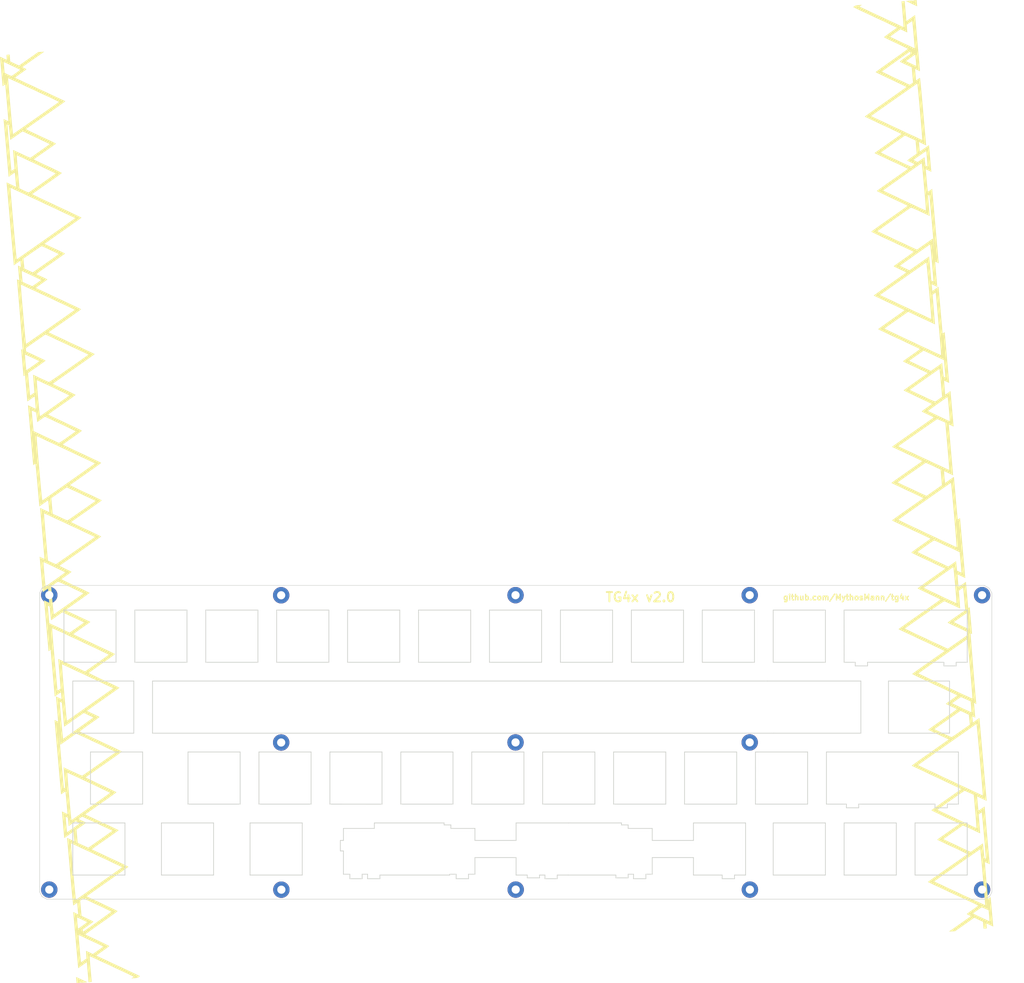
<source format=kicad_pcb>
(kicad_pcb (version 20171130) (host pcbnew "(5.0.2)-1")

  (general
    (thickness 1.6)
    (drawings 231)
    (tracks 0)
    (zones 0)
    (modules 15)
    (nets 1)
  )

  (page A4)
  (layers
    (0 F.Cu signal)
    (31 B.Cu signal)
    (32 B.Adhes user)
    (33 F.Adhes user)
    (34 B.Paste user)
    (35 F.Paste user)
    (36 B.SilkS user)
    (37 F.SilkS user)
    (38 B.Mask user)
    (39 F.Mask user)
    (40 Dwgs.User user)
    (41 Cmts.User user)
    (42 Eco1.User user)
    (43 Eco2.User user)
    (44 Edge.Cuts user)
    (45 Margin user)
    (46 B.CrtYd user)
    (47 F.CrtYd user)
    (48 B.Fab user)
    (49 F.Fab user)
  )

  (setup
    (last_trace_width 0.25)
    (trace_clearance 0.2)
    (zone_clearance 0.508)
    (zone_45_only no)
    (trace_min 0.2)
    (segment_width 0.2)
    (edge_width 0.2)
    (via_size 0.8)
    (via_drill 0.4)
    (via_min_size 0.4)
    (via_min_drill 0.3)
    (uvia_size 0.3)
    (uvia_drill 0.1)
    (uvias_allowed no)
    (uvia_min_size 0.2)
    (uvia_min_drill 0.1)
    (pcb_text_width 0.25)
    (pcb_text_size 1 1)
    (mod_edge_width 0.15)
    (mod_text_size 1 1)
    (mod_text_width 0.15)
    (pad_size 2.2 2.2)
    (pad_drill 2.2)
    (pad_to_mask_clearance 0.051)
    (solder_mask_min_width 0.25)
    (aux_axis_origin 0 0)
    (visible_elements 7FFFF7FF)
    (pcbplotparams
      (layerselection 0x010f0_ffffffff)
      (usegerberextensions false)
      (usegerberattributes false)
      (usegerberadvancedattributes false)
      (creategerberjobfile false)
      (excludeedgelayer true)
      (linewidth 0.100000)
      (plotframeref false)
      (viasonmask false)
      (mode 1)
      (useauxorigin false)
      (hpglpennumber 1)
      (hpglpenspeed 20)
      (hpglpendiameter 15.000000)
      (psnegative false)
      (psa4output false)
      (plotreference true)
      (plotvalue true)
      (plotinvisibletext false)
      (padsonsilk false)
      (subtractmaskfromsilk false)
      (outputformat 1)
      (mirror false)
      (drillshape 0)
      (scaleselection 1)
      (outputdirectory "./gerberoutput"))
  )

  (net 0 "")

  (net_class Default "This is the default net class."
    (clearance 0.2)
    (trace_width 0.25)
    (via_dia 0.8)
    (via_drill 0.4)
    (uvia_dia 0.3)
    (uvia_drill 0.1)
  )

  (module 4x5macro:forest (layer F.Cu) (tedit 0) (tstamp 5CCA36AE)
    (at 25.7302 -2.0701 275)
    (fp_text reference G*** (at 0 0 275) (layer F.SilkS) hide
      (effects (font (size 1.524 1.524) (thickness 0.3)))
    )
    (fp_text value LOGO (at 0.75 0 5) (layer F.SilkS) hide
      (effects (font (size 1.524 1.524) (thickness 0.3)))
    )
    (fp_poly (pts (xy -42.792851 -9.834427) (xy -42.666853 -9.626996) (xy -42.469206 -9.294641) (xy -42.206293 -8.848292)
      (xy -41.8845 -8.298884) (xy -41.510211 -7.657347) (xy -41.08981 -6.934615) (xy -40.629682 -6.14162)
      (xy -40.136211 -5.289295) (xy -39.615782 -4.388571) (xy -39.378145 -3.976697) (xy -38.847252 -3.056966)
      (xy -38.340127 -2.179995) (xy -37.863199 -1.356808) (xy -37.422896 -0.598428) (xy -37.025648 0.084122)
      (xy -36.677885 0.679818) (xy -36.386036 1.177637) (xy -36.156529 1.566555) (xy -35.995795 1.835549)
      (xy -35.910262 1.973596) (xy -35.898143 1.989991) (xy -35.844187 1.927382) (xy -35.715687 1.732982)
      (xy -35.521915 1.422135) (xy -35.272142 1.010185) (xy -34.975639 0.512477) (xy -34.641677 -0.055644)
      (xy -34.279528 -0.678836) (xy -34.150849 -0.901882) (xy -33.780262 -1.542123) (xy -33.43396 -2.134052)
      (xy -33.12135 -2.662066) (xy -32.851836 -3.11056) (xy -32.634823 -3.463929) (xy -32.479717 -3.706569)
      (xy -32.395923 -3.822875) (xy -32.385486 -3.830872) (xy -32.329524 -3.759553) (xy -32.197626 -3.554703)
      (xy -31.99784 -3.229834) (xy -31.738212 -2.798455) (xy -31.426791 -2.274074) (xy -31.071625 -1.670202)
      (xy -30.680762 -1.000347) (xy -30.262249 -0.27802) (xy -30.059964 0.072843) (xy -29.632161 0.814683)
      (xy -29.22947 1.510384) (xy -28.859801 2.146457) (xy -28.531067 2.709411) (xy -28.251178 3.185756)
      (xy -28.028048 3.562003) (xy -27.869587 3.824661) (xy -27.783707 3.960241) (xy -27.770667 3.976227)
      (xy -27.72183 3.904983) (xy -27.595989 3.6998) (xy -27.400665 3.37347) (xy -27.143381 2.938783)
      (xy -26.831655 2.40853) (xy -26.47301 1.795501) (xy -26.074967 1.112488) (xy -25.645047 0.37228)
      (xy -25.226689 -0.350205) (xy -24.773345 -1.132412) (xy -24.344114 -1.869515) (xy -23.946611 -2.548671)
      (xy -23.58845 -3.157035) (xy -23.277246 -3.681765) (xy -23.020613 -4.110016) (xy -22.826166 -4.428945)
      (xy -22.70152 -4.625707) (xy -22.655069 -4.687786) (xy -22.598369 -4.619573) (xy -22.467362 -4.420415)
      (xy -22.271783 -4.106374) (xy -22.021365 -3.693514) (xy -21.725842 -3.197896) (xy -21.394949 -2.635582)
      (xy -21.038419 -2.022633) (xy -21.008047 -1.970102) (xy -20.65053 -1.353387) (xy -20.31909 -0.785355)
      (xy -20.023303 -0.28214) (xy -19.772748 0.140124) (xy -19.577004 0.465301) (xy -19.445648 0.677258)
      (xy -19.388259 0.759859) (xy -19.387117 0.760398) (xy -19.338474 0.689277) (xy -19.212458 0.483355)
      (xy -19.016099 0.154629) (xy -18.756428 -0.284904) (xy -18.440478 -0.823248) (xy -18.075279 -1.448405)
      (xy -17.667863 -2.148379) (xy -17.225262 -2.911174) (xy -16.754506 -3.724792) (xy -16.504142 -4.158394)
      (xy -16.021051 -4.994028) (xy -15.561804 -5.785306) (xy -15.133508 -6.520184) (xy -14.743267 -7.186615)
      (xy -14.39819 -7.772554) (xy -14.105382 -8.265954) (xy -13.87195 -8.65477) (xy -13.704999 -8.926956)
      (xy -13.611637 -9.070467) (xy -13.59466 -9.090227) (xy -13.540917 -9.020975) (xy -13.410469 -8.817455)
      (xy -13.210829 -8.492301) (xy -12.949511 -8.058152) (xy -12.634029 -7.527641) (xy -12.271896 -6.913406)
      (xy -11.870627 -6.228082) (xy -11.437735 -5.484306) (xy -10.980734 -4.694712) (xy -10.974301 -4.683566)
      (xy -10.517016 -3.891852) (xy -10.08448 -3.144117) (xy -9.684161 -2.453194) (xy -9.323525 -1.831918)
      (xy -9.010039 -1.29312) (xy -8.75117 -0.849635) (xy -8.554385 -0.514295) (xy -8.42715 -0.299935)
      (xy -8.376932 -0.219387) (xy -8.376877 -0.219331) (xy -8.327099 -0.281898) (xy -8.20092 -0.478463)
      (xy -8.006048 -0.79606) (xy -7.750193 -1.221722) (xy -7.441066 -1.742482) (xy -7.086375 -2.345373)
      (xy -6.693831 -3.017428) (xy -6.271143 -3.74568) (xy -5.963962 -4.277598) (xy -5.524554 -5.038709)
      (xy -5.110101 -5.754034) (xy -4.728324 -6.410424) (xy -4.386941 -6.994727) (xy -4.093671 -7.493796)
      (xy -3.856235 -7.894479) (xy -3.682351 -8.183627) (xy -3.579738 -8.348091) (xy -3.554553 -8.382)
      (xy -3.505498 -8.310714) (xy -3.379675 -8.105425) (xy -3.184622 -7.778982) (xy -2.927877 -7.344237)
      (xy -2.616978 -6.814041) (xy -2.259464 -6.201244) (xy -1.862872 -5.518698) (xy -1.434741 -4.779253)
      (xy -1.034128 -4.085166) (xy -0.582906 -3.302443) (xy -0.155945 -2.562138) (xy 0.239097 -1.877509)
      (xy 0.594559 -1.261814) (xy 0.902783 -0.728313) (xy 1.156109 -0.290264) (xy 1.346877 0.039075)
      (xy 1.467428 0.246445) (xy 1.509199 0.317278) (xy 1.566477 0.270462) (xy 1.702857 0.079249)
      (xy 1.915901 -0.25235) (xy 2.203168 -0.720326) (xy 2.56222 -1.320667) (xy 2.990617 -2.049363)
      (xy 3.48592 -2.902404) (xy 3.813805 -3.471555) (xy 4.240488 -4.212701) (xy 4.642173 -4.907668)
      (xy 5.010938 -5.542939) (xy 5.338861 -6.104998) (xy 5.61802 -6.58033) (xy 5.840492 -6.955418)
      (xy 5.998356 -7.216746) (xy 6.08369 -7.350797) (xy 6.09639 -7.366) (xy 6.14458 -7.294387)
      (xy 6.270528 -7.086926) (xy 6.467786 -6.754682) (xy 6.729909 -6.308718) (xy 7.050449 -5.760102)
      (xy 7.422962 -5.119896) (xy 7.840999 -4.399166) (xy 8.298116 -3.608978) (xy 8.787865 -2.760396)
      (xy 9.303801 -1.864485) (xy 9.47703 -1.563251) (xy 10.001948 -0.650582) (xy 10.503861 0.221231)
      (xy 10.976178 1.040792) (xy 11.412312 1.796707) (xy 11.805672 2.477584) (xy 12.149669 3.072027)
      (xy 12.437714 3.568644) (xy 12.663218 3.956039) (xy 12.81959 4.22282) (xy 12.900242 4.357591)
      (xy 12.908733 4.37064) (xy 12.95435 4.392248) (xy 13.024563 4.346453) (xy 13.129797 4.21829)
      (xy 13.28048 3.992792) (xy 13.487038 3.654995) (xy 13.759898 3.18993) (xy 13.898887 2.949392)
      (xy 14.166841 2.489159) (xy 14.408661 2.083137) (xy 14.611106 1.752802) (xy 14.760933 1.51963)
      (xy 14.844902 1.4051) (xy 14.855988 1.397) (xy 14.915917 1.466823) (xy 15.045641 1.661312)
      (xy 15.231137 1.957997) (xy 15.458387 2.334408) (xy 15.713368 2.768076) (xy 15.737997 2.810527)
      (xy 15.994475 3.251474) (xy 16.222814 3.64097) (xy 16.409191 3.955683) (xy 16.53978 4.172282)
      (xy 16.600758 4.267438) (xy 16.602252 4.269141) (xy 16.652212 4.207137) (xy 16.778448 4.012113)
      (xy 16.972726 3.697786) (xy 17.226815 3.277877) (xy 17.532483 2.766102) (xy 17.881498 2.176181)
      (xy 18.265627 1.521832) (xy 18.67664 0.816773) (xy 18.758696 0.675447) (xy 19.174327 -0.039423)
      (xy 19.56453 -0.707777) (xy 19.921058 -1.315681) (xy 20.235661 -1.849204) (xy 20.500092 -2.294412)
      (xy 20.706102 -2.637372) (xy 20.845443 -2.864154) (xy 20.909866 -2.960823) (xy 20.912919 -2.963333)
      (xy 20.962731 -2.892399) (xy 21.08869 -2.689166) (xy 21.282292 -2.367992) (xy 21.535031 -1.943231)
      (xy 21.838398 -1.42924) (xy 22.18389 -0.840374) (xy 22.563 -0.19099) (xy 22.944666 0.465667)
      (xy 23.347723 1.159026) (xy 23.7252 1.805401) (xy 24.068594 2.390443) (xy 24.369398 2.8998)
      (xy 24.619109 3.319124) (xy 24.809221 3.634063) (xy 24.93123 3.830267) (xy 24.976273 3.893614)
      (xy 25.025978 3.822333) (xy 25.150756 3.618944) (xy 25.341814 3.298442) (xy 25.590358 2.875827)
      (xy 25.887596 2.366094) (xy 26.224734 1.784241) (xy 26.592979 1.145266) (xy 26.837858 0.718614)
      (xy 27.221319 0.051271) (xy 27.579376 -0.568384) (xy 27.903218 -1.125359) (xy 28.184035 -1.604659)
      (xy 28.413016 -1.991291) (xy 28.581352 -2.270262) (xy 28.680231 -2.426579) (xy 28.702917 -2.455333)
      (xy 28.754511 -2.384593) (xy 28.879606 -2.183839) (xy 29.068025 -1.87027) (xy 29.309588 -1.461083)
      (xy 29.594119 -0.973478) (xy 29.91144 -0.424653) (xy 30.13302 -0.038765) (xy 30.467297 0.540007)
      (xy 30.777375 1.067439) (xy 31.052835 1.526539) (xy 31.283258 1.900315) (xy 31.458224 2.171772)
      (xy 31.567315 2.323918) (xy 31.598149 2.350728) (xy 31.652679 2.274695) (xy 31.784585 2.06339)
      (xy 31.987025 1.728446) (xy 32.253153 1.281495) (xy 32.576127 0.734169) (xy 32.949104 0.098102)
      (xy 33.36524 -0.615074) (xy 33.81769 -1.393728) (xy 34.299613 -2.226226) (xy 34.74449 -2.997324)
      (xy 35.246462 -3.867206) (xy 35.724784 -4.693139) (xy 36.172642 -5.463538) (xy 36.583219 -6.166817)
      (xy 36.949699 -6.791393) (xy 37.265268 -7.325679) (xy 37.523109 -7.758093) (xy 37.716407 -8.077048)
      (xy 37.838345 -8.27096) (xy 37.881295 -8.328983) (xy 37.936214 -8.259889) (xy 38.066888 -8.057528)
      (xy 38.265096 -7.73568) (xy 38.522618 -7.308121) (xy 38.831232 -6.788628) (xy 39.182718 -6.190979)
      (xy 39.568853 -5.528951) (xy 39.981418 -4.816322) (xy 40.097112 -4.615572) (xy 40.515945 -3.890215)
      (xy 40.910777 -3.210491) (xy 41.273337 -2.590354) (xy 41.595358 -2.043755) (xy 41.868569 -1.584647)
      (xy 42.084702 -1.226982) (xy 42.235488 -0.984713) (xy 42.312658 -0.871792) (xy 42.319713 -0.865318)
      (xy 42.37562 -0.931525) (xy 42.507586 -1.131405) (xy 42.707605 -1.45164) (xy 42.967672 -1.878911)
      (xy 43.279782 -2.399897) (xy 43.635928 -3.001281) (xy 44.028104 -3.669743) (xy 44.448306 -4.391964)
      (xy 44.672671 -4.779913) (xy 45.103573 -5.525151) (xy 45.509351 -6.224352) (xy 45.882119 -6.864102)
      (xy 46.213989 -7.430988) (xy 46.497074 -7.911598) (xy 46.723488 -8.292518) (xy 46.885343 -8.560335)
      (xy 46.974751 -8.701638) (xy 46.98994 -8.720666) (xy 47.038622 -8.649349) (xy 47.164497 -8.443657)
      (xy 47.360293 -8.115979) (xy 47.618741 -7.678704) (xy 47.932569 -7.144223) (xy 48.294508 -6.524925)
      (xy 48.697286 -5.833198) (xy 49.133634 -5.081433) (xy 49.59628 -4.282018) (xy 49.69778 -4.106333)
      (xy 50.165172 -3.29832) (xy 50.607921 -2.535315) (xy 51.018745 -1.829707) (xy 51.390364 -1.193889)
      (xy 51.715495 -0.640251) (xy 51.986859 -0.181184) (xy 52.197175 0.170922) (xy 52.339161 0.403675)
      (xy 52.405536 0.504685) (xy 52.409214 0.508) (xy 52.463086 0.437944) (xy 52.588035 0.241817)
      (xy 52.771322 -0.059318) (xy 53.000205 -0.4444) (xy 53.261942 -0.892365) (xy 53.382333 -1.100666)
      (xy 53.654321 -1.56933) (xy 53.898934 -1.984236) (xy 54.103437 -2.324325) (xy 54.255098 -2.568535)
      (xy 54.341182 -2.695805) (xy 54.354913 -2.709333) (xy 54.405995 -2.638554) (xy 54.53204 -2.436755)
      (xy 54.723658 -2.119739) (xy 54.971456 -1.703311) (xy 55.266042 -1.203276) (xy 55.598023 -0.635438)
      (xy 55.958008 -0.015602) (xy 56.042131 0.129805) (xy 56.40783 0.758407) (xy 56.749099 1.337419)
      (xy 57.056376 1.851188) (xy 57.320104 2.284064) (xy 57.530722 2.620398) (xy 57.678672 2.844536)
      (xy 57.754394 2.94083) (xy 57.76054 2.943264) (xy 57.814255 2.867462) (xy 57.945348 2.656263)
      (xy 58.147044 2.321215) (xy 58.412569 1.873863) (xy 58.735148 1.325755) (xy 59.108006 0.688436)
      (xy 59.524369 -0.026546) (xy 59.977463 -0.807647) (xy 60.460511 -1.643318) (xy 60.943954 -2.4824)
      (xy 61.449225 -3.358946) (xy 61.931134 -4.19149) (xy 62.382904 -4.968535) (xy 62.797757 -5.678587)
      (xy 63.168914 -6.31015) (xy 63.489598 -6.851729) (xy 63.75303 -7.291829) (xy 63.952432 -7.618954)
      (xy 64.081027 -7.82161) (xy 64.131549 -7.888385) (xy 64.186082 -7.817803) (xy 64.317562 -7.611841)
      (xy 64.519068 -7.282225) (xy 64.783681 -6.840683) (xy 65.104478 -6.29894) (xy 65.474542 -5.668724)
      (xy 65.886951 -4.961759) (xy 66.334785 -4.189773) (xy 66.811124 -3.364493) (xy 67.179549 -2.723492)
      (xy 67.672201 -1.866641) (xy 68.141082 -1.054639) (xy 68.579314 -0.299174) (xy 68.980023 0.388066)
      (xy 69.336332 0.995392) (xy 69.641366 1.511118) (xy 69.888248 1.923554) (xy 70.070102 2.221014)
      (xy 70.180053 2.391808) (xy 70.211157 2.429759) (xy 70.264579 2.355172) (xy 70.394365 2.147258)
      (xy 70.592531 1.819521) (xy 70.851091 1.385463) (xy 71.162059 0.858587) (xy 71.517451 0.252396)
      (xy 71.909281 -0.419608) (xy 72.329563 -1.14392) (xy 72.549593 -1.524441) (xy 72.981081 -2.269098)
      (xy 73.388386 -2.967337) (xy 73.763515 -3.605776) (xy 74.098472 -4.171029) (xy 74.385264 -4.649713)
      (xy 74.615896 -5.028442) (xy 74.782373 -5.293834) (xy 74.876701 -5.432503) (xy 74.894429 -5.450122)
      (xy 74.948335 -5.376796) (xy 75.078927 -5.169292) (xy 75.278677 -4.840342) (xy 75.54006 -4.402677)
      (xy 75.855548 -3.869027) (xy 76.217616 -3.252125) (xy 76.618737 -2.564702) (xy 77.051384 -1.819488)
      (xy 77.508031 -1.029214) (xy 77.508993 -1.027545) (xy 77.964973 -0.237805) (xy 78.396119 0.50659)
      (xy 78.795002 1.192963) (xy 79.15419 1.808641) (xy 79.466251 2.340946) (xy 79.723755 2.777204)
      (xy 79.91927 3.104739) (xy 80.045366 3.310874) (xy 80.09461 3.382935) (xy 80.094666 3.382937)
      (xy 80.143344 3.311375) (xy 80.268585 3.105748) (xy 80.462849 2.778963) (xy 80.718598 2.343927)
      (xy 81.028291 1.813545) (xy 81.38439 1.200725) (xy 81.779355 0.518372) (xy 82.205647 -0.220605)
      (xy 82.591508 -0.891474) (xy 83.038724 -1.668793) (xy 83.461133 -2.400548) (xy 83.851193 -3.073836)
      (xy 84.20136 -3.675755) (xy 84.504093 -4.193402) (xy 84.751849 -4.613874) (xy 84.937085 -4.924269)
      (xy 85.052259 -5.111686) (xy 85.089521 -5.164667) (xy 85.138887 -5.093499) (xy 85.264483 -4.889096)
      (xy 85.458289 -4.56511) (xy 85.712283 -4.135193) (xy 86.018445 -3.612996) (xy 86.368753 -3.012171)
      (xy 86.755188 -2.346368) (xy 87.169728 -1.629241) (xy 87.328028 -1.354666) (xy 87.751009 -0.622062)
      (xy 88.149007 0.064203) (xy 88.513985 0.69048) (xy 88.837902 1.243121) (xy 89.11272 1.708476)
      (xy 89.330401 2.072898) (xy 89.482905 2.322738) (xy 89.562193 2.444347) (xy 89.571348 2.45411)
      (xy 89.620891 2.382522) (xy 89.747557 2.176388) (xy 89.944132 1.848001) (xy 90.203404 1.409652)
      (xy 90.518163 0.873635) (xy 90.881194 0.252242) (xy 91.285286 -0.442235) (xy 91.723227 -1.197504)
      (xy 92.187805 -2.001271) (xy 92.328336 -2.24489) (xy 92.799285 -3.060506) (xy 93.245612 -3.831206)
      (xy 93.660117 -4.544703) (xy 94.035597 -5.18871) (xy 94.364853 -5.750941) (xy 94.640683 -6.219108)
      (xy 94.855885 -6.580924) (xy 95.00326 -6.824102) (xy 95.075605 -6.936355) (xy 95.081559 -6.942667)
      (xy 95.129763 -6.871105) (xy 95.256034 -6.663709) (xy 95.45398 -6.33141) (xy 95.71721 -5.885141)
      (xy 96.039332 -5.335834) (xy 96.413955 -4.694422) (xy 96.834687 -3.971836) (xy 97.295137 -3.17901)
      (xy 97.788913 -2.326874) (xy 98.309623 -1.426363) (xy 98.546562 -1.016) (xy 99.077283 -0.097533)
      (xy 99.584096 0.777378) (xy 100.060593 1.597801) (xy 100.500363 2.3528) (xy 100.896997 3.031441)
      (xy 101.244084 3.622788) (xy 101.535216 4.115908) (xy 101.763983 4.499864) (xy 101.923975 4.763724)
      (xy 102.008782 4.896551) (xy 102.020635 4.910667) (xy 102.071967 4.839537) (xy 102.199882 4.635084)
      (xy 102.396438 4.310709) (xy 102.65369 3.879815) (xy 102.963694 3.355806) (xy 103.318505 2.752083)
      (xy 103.71018 2.08205) (xy 104.130774 1.359109) (xy 104.355962 0.970712) (xy 104.788994 0.224967)
      (xy 105.197867 -0.475318) (xy 105.57455 -1.116654) (xy 105.911014 -1.685549) (xy 106.199226 -2.168514)
      (xy 106.431157 -2.552057) (xy 106.598776 -2.822689) (xy 106.694052 -2.966918) (xy 106.71219 -2.987455)
      (xy 106.766451 -2.919341) (xy 106.897686 -2.716698) (xy 107.098548 -2.391841) (xy 107.361687 -1.957084)
      (xy 107.679754 -1.424742) (xy 108.045401 -0.807131) (xy 108.451277 -0.116564) (xy 108.890033 0.634643)
      (xy 109.354322 1.434175) (xy 109.463857 1.623454) (xy 109.932413 2.430957) (xy 110.376896 3.191767)
      (xy 110.790003 3.893723) (xy 111.16443 4.52466) (xy 111.492874 5.072416) (xy 111.768032 5.524828)
      (xy 111.982599 5.869734) (xy 112.129271 6.094969) (xy 112.200747 6.188372) (xy 112.205879 6.189841)
      (xy 112.261069 6.105254) (xy 112.391731 5.889749) (xy 112.588616 5.559026) (xy 112.842474 5.128783)
      (xy 113.144057 4.614718) (xy 113.484115 4.03253) (xy 113.8534 3.397917) (xy 114.026212 3.100173)
      (xy 114.405534 2.44956) (xy 114.760728 1.846959) (xy 115.082486 1.307676) (xy 115.361497 0.847017)
      (xy 115.588454 0.480286) (xy 115.754047 0.222789) (xy 115.848969 0.089831) (xy 115.866333 0.074705)
      (xy 115.93035 0.145376) (xy 116.065837 0.343354) (xy 116.260395 0.648843) (xy 116.501627 1.042043)
      (xy 116.777133 1.503158) (xy 117.009333 1.899801) (xy 117.301153 2.399806) (xy 117.565617 2.847538)
      (xy 117.790816 3.223271) (xy 117.964839 3.507279) (xy 118.075776 3.679835) (xy 118.110996 3.724382)
      (xy 118.159084 3.652975) (xy 118.284859 3.445955) (xy 118.481747 3.114593) (xy 118.743176 2.670157)
      (xy 119.062573 2.123917) (xy 119.433365 1.487142) (xy 119.84898 0.771101) (xy 120.302843 -0.012935)
      (xy 120.788384 -0.853699) (xy 121.299027 -1.73992) (xy 121.369666 -1.862666) (xy 121.883303 -2.754238)
      (xy 122.372858 -3.601892) (xy 122.831745 -4.394357) (xy 123.253378 -5.120359) (xy 123.631173 -5.768624)
      (xy 123.958544 -6.32788) (xy 124.228905 -6.786853) (xy 124.435672 -7.134269) (xy 124.572259 -7.358856)
      (xy 124.63208 -7.44934) (xy 124.633913 -7.450667) (xy 124.700966 -7.383791) (xy 124.81324 -7.215021)
      (xy 124.867742 -7.121639) (xy 124.956859 -6.9366) (xy 125.011969 -6.736736) (xy 125.040297 -6.475627)
      (xy 125.049067 -6.106855) (xy 125.048918 -5.957472) (xy 125.04517 -5.122333) (xy 124.858418 -5.439004)
      (xy 124.735896 -5.631802) (xy 124.647538 -5.743975) (xy 124.629333 -5.755576) (xy 124.582852 -5.684416)
      (xy 124.459981 -5.480089) (xy 124.268627 -5.156288) (xy 124.016701 -4.726703) (xy 123.71211 -4.205028)
      (xy 123.362764 -3.604953) (xy 122.976571 -2.940171) (xy 122.56144 -2.224374) (xy 122.12528 -1.471253)
      (xy 121.676 -0.6945) (xy 121.221508 0.092193) (xy 120.769714 0.875134) (xy 120.328525 1.640631)
      (xy 119.905852 2.374992) (xy 119.509602 3.064527) (xy 119.147685 3.695542) (xy 118.828009 4.254345)
      (xy 118.558483 4.727247) (xy 118.347016 5.100553) (xy 118.201516 5.360572) (xy 118.129893 5.493614)
      (xy 118.124111 5.506372) (xy 118.199675 5.527799) (xy 118.437432 5.546247) (xy 118.830264 5.561546)
      (xy 119.371053 5.573528) (xy 120.052681 5.582024) (xy 120.868032 5.586867) (xy 121.574277 5.588)
      (xy 125.052666 5.588) (xy 125.052666 6.434667) (xy 119.642514 6.434667) (xy 120.35509 7.662334)
      (xy 121.067665 8.89) (xy 105.920883 8.89) (xy 106.463092 7.972891) (xy 107.456111 7.972891)
      (xy 107.527065 7.995253) (xy 107.741398 8.014688) (xy 108.073164 8.029986) (xy 108.496418 8.039936)
      (xy 108.966 8.043334) (xy 109.452804 8.039674) (xy 109.873094 8.029501) (xy 110.200924 8.014026)
      (xy 110.266853 8.007866) (xy 112.183333 8.007866) (xy 112.265138 8.015287) (xy 112.499105 8.022181)
      (xy 112.868066 8.028384) (xy 113.35485 8.033729) (xy 113.942287 8.038053) (xy 114.613207 8.041191)
      (xy 115.35044 8.042976) (xy 115.873388 8.043334) (xy 116.644211 8.041831) (xy 117.359179 8.037535)
      (xy 118.0013 8.030759) (xy 118.553576 8.021819) (xy 118.999013 8.01103) (xy 119.320617 7.998707)
      (xy 119.501391 7.985164) (xy 119.535222 7.975461) (xy 119.483728 7.876925) (xy 119.367861 7.666403)
      (xy 119.207083 7.379032) (xy 119.091046 7.173555) (xy 118.675092 6.43952) (xy 116.592924 6.392334)
      (xy 117.104907 5.519167) (xy 117.616891 4.646001) (xy 117.170014 3.868167) (xy 116.799234 3.225283)
      (xy 116.502517 2.717235) (xy 116.271529 2.330923) (xy 116.09794 2.053249) (xy 115.973416 1.871112)
      (xy 115.889626 1.771413) (xy 115.838238 1.741053) (xy 115.821626 1.748247) (xy 115.766467 1.833328)
      (xy 115.63828 2.045381) (xy 115.447795 2.365943) (xy 115.205745 2.776551) (xy 114.922861 3.258741)
      (xy 114.609873 3.794051) (xy 114.277515 4.364017) (xy 113.936517 4.950175) (xy 113.59761 5.534063)
      (xy 113.271526 6.097217) (xy 112.968998 6.621173) (xy 112.700755 7.087468) (xy 112.47753 7.47764)
      (xy 112.310053 7.773224) (xy 112.209058 7.955757) (xy 112.183333 8.007866) (xy 110.266853 8.007866)
      (xy 110.410346 7.994459) (xy 110.475888 7.972891) (xy 110.411979 7.846016) (xy 110.283513 7.614204)
      (xy 110.107435 7.306123) (xy 109.900694 6.950441) (xy 109.680235 6.575826) (xy 109.463007 6.210948)
      (xy 109.265955 5.884475) (xy 109.106027 5.625074) (xy 109.00017 5.461415) (xy 108.966 5.418667)
      (xy 108.914325 5.48732) (xy 108.795307 5.674169) (xy 108.625893 5.950544) (xy 108.423028 6.287778)
      (xy 108.203661 6.6572) (xy 107.984738 7.030144) (xy 107.783205 7.377941) (xy 107.61601 7.671921)
      (xy 107.5001 7.883418) (xy 107.456111 7.972891) (xy 106.463092 7.972891) (xy 106.671727 7.62)
      (xy 103.534905 7.62) (xy 103.808548 8.106833) (xy 103.96225 8.374549) (xy 104.092164 8.590721)
      (xy 104.163795 8.6995) (xy 104.147274 8.716733) (xy 104.064352 8.732105) (xy 103.907071 8.745712)
      (xy 103.667475 8.757644) (xy 103.337609 8.767995) (xy 102.909514 8.776859) (xy 102.375236 8.784327)
      (xy 101.726817 8.790492) (xy 100.956301 8.795448) (xy 100.055732 8.799287) (xy 99.017153 8.802102)
      (xy 97.832608 8.803986) (xy 96.49414 8.805032) (xy 95.09369 8.805333) (xy 85.941979 8.805333)
      (xy 86.479248 7.880938) (xy 87.474777 7.880938) (xy 87.553219 7.894015) (xy 87.79313 7.906125)
      (xy 88.186652 7.917188) (xy 88.725924 7.927122) (xy 89.403084 7.935849) (xy 90.210274 7.943286)
      (xy 91.139631 7.949355) (xy 92.183296 7.953974) (xy 93.333408 7.957064) (xy 94.582107 7.958543)
      (xy 95.080666 7.958667) (xy 96.397422 7.957807) (xy 97.608969 7.955275) (xy 98.708378 7.951143)
      (xy 99.688721 7.945483) (xy 100.543069 7.938366) (xy 101.264492 7.929865) (xy 101.846064 7.92005)
      (xy 102.280854 7.908994) (xy 102.561935 7.896769) (xy 102.682377 7.883445) (xy 102.686555 7.879888)
      (xy 102.637377 7.786588) (xy 102.511253 7.561244) (xy 102.315521 7.216519) (xy 102.057516 6.765076)
      (xy 101.744575 6.219576) (xy 101.52223 5.832971) (xy 102.524789 5.832971) (xy 102.790143 6.303152)
      (xy 103.055497 6.773334) (xy 105.100582 6.772815) (xy 107.145666 6.772296) (xy 108.024447 5.248815)
      (xy 108.290145 4.793169) (xy 108.529618 4.391918) (xy 108.729476 4.066732) (xy 108.87633 3.839282)
      (xy 108.956791 3.731239) (xy 108.965702 3.725334) (xy 109.024806 3.795334) (xy 109.15417 3.990888)
      (xy 109.340392 4.290326) (xy 109.570073 4.671979) (xy 109.829811 5.114177) (xy 109.907255 5.247893)
      (xy 110.786333 6.770452) (xy 111.112891 6.771893) (xy 111.333084 6.753636) (xy 111.402061 6.692795)
      (xy 111.396202 6.6675) (xy 111.332064 6.541391) (xy 111.19413 6.291654) (xy 110.991927 5.934511)
      (xy 110.734982 5.486185) (xy 110.432823 4.962899) (xy 110.094976 4.380875) (xy 109.730968 3.756336)
      (xy 109.350328 3.105503) (xy 108.962581 2.444599) (xy 108.577255 1.789847) (xy 108.203877 1.15747)
      (xy 107.851975 0.563689) (xy 107.531075 0.024727) (xy 107.250705 -0.443194) (xy 107.020391 -0.82385)
      (xy 106.849661 -1.10102) (xy 106.748042 -1.258481) (xy 106.723526 -1.288954) (xy 106.667461 -1.217748)
      (xy 106.535524 -1.013827) (xy 106.336186 -0.691307) (xy 106.07792 -0.264306) (xy 105.769195 0.253057)
      (xy 105.418482 0.846666) (xy 105.034253 1.502403) (xy 104.624979 2.20615) (xy 104.586629 2.272356)
      (xy 102.524789 5.832971) (xy 101.52223 5.832971) (xy 101.384033 5.592682) (xy 100.983227 4.897056)
      (xy 100.549493 4.145362) (xy 100.090168 3.35026) (xy 99.612587 2.524414) (xy 99.124086 1.680486)
      (xy 98.632003 0.831138) (xy 98.143672 -0.010968) (xy 97.666431 -0.833168) (xy 97.207615 -1.622801)
      (xy 96.774561 -2.367205) (xy 96.374605 -3.053716) (xy 96.015082 -3.669673) (xy 95.70333 -4.202413)
      (xy 95.446685 -4.639275) (xy 95.252482 -4.967594) (xy 95.128057 -5.17471) (xy 95.080748 -5.247959)
      (xy 95.080666 -5.247974) (xy 95.034567 -5.176719) (xy 94.911247 -4.971414) (xy 94.718044 -4.644723)
      (xy 94.462291 -4.209307) (xy 94.151325 -3.677828) (xy 93.792481 -3.062949) (xy 93.393094 -2.377332)
      (xy 92.960501 -1.633639) (xy 92.502036 -0.844532) (xy 92.025035 -0.022673) (xy 91.536834 0.819276)
      (xy 91.044767 1.668651) (xy 90.556172 2.512792) (xy 90.078382 3.339036) (xy 89.618733 4.134721)
      (xy 89.184562 4.887185) (xy 88.783203 5.583765) (xy 88.421992 6.2118) (xy 88.108264 6.758627)
      (xy 87.849355 7.211584) (xy 87.652601 7.558009) (xy 87.525336 7.78524) (xy 87.474897 7.880614)
      (xy 87.474777 7.880938) (xy 86.479248 7.880938) (xy 87.024583 6.942667) (xy 84.422408 6.942667)
      (xy 85.926924 9.567333) (xy 82.337318 9.567333) (xy 78.747712 9.567334) (xy 79.265806 8.67023)
      (xy 80.264 8.67023) (xy 80.344848 8.68415) (xy 80.572128 8.696598) (xy 80.922938 8.707018)
      (xy 81.374378 8.714853) (xy 81.903549 8.719545) (xy 82.338333 8.720667) (xy 82.910829 8.718823)
      (xy 83.422795 8.713641) (xy 83.851332 8.705643) (xy 84.173539 8.69535) (xy 84.366516 8.683284)
      (xy 84.412666 8.673371) (xy 84.372313 8.588751) (xy 84.260791 8.382866) (xy 84.092404 8.080628)
      (xy 83.881456 7.706951) (xy 83.642251 7.286747) (xy 83.389093 6.844929) (xy 83.136287 6.406409)
      (xy 82.898136 5.996101) (xy 82.688946 5.638918) (xy 82.52302 5.359771) (xy 82.414662 5.183575)
      (xy 82.381258 5.135381) (xy 82.31651 5.172701) (xy 82.196604 5.316531) (xy 82.048791 5.525454)
      (xy 81.900324 5.758054) (xy 81.778456 5.972916) (xy 81.710439 6.128622) (xy 81.704387 6.164036)
      (xy 81.74529 6.255496) (xy 81.856271 6.46298) (xy 82.021005 6.75688) (xy 82.223165 7.10759)
      (xy 82.250479 7.154334) (xy 82.795516 8.085667) (xy 80.551816 8.132559) (xy 80.407908 8.376176)
      (xy 80.309613 8.556258) (xy 80.264339 8.666187) (xy 80.264 8.67023) (xy 79.265806 8.67023)
      (xy 79.578954 8.128) (xy 76.53481 8.128) (xy 75.835827 8.129474) (xy 75.193377 8.133666)
      (xy 74.626364 8.140237) (xy 74.153692 8.148843) (xy 73.794265 8.159143) (xy 73.566985 8.170796)
      (xy 73.490666 8.183028) (xy 73.530196 8.277468) (xy 73.63504 8.478656) (xy 73.784576 8.747433)
      (xy 73.825045 8.818028) (xy 74.159423 9.398) (xy 54.106393 9.398) (xy 54.358196 8.970941)
      (xy 54.493325 8.735692) (xy 54.58472 8.56496) (xy 54.61 8.505274) (xy 54.528322 8.496849)
      (xy 54.295244 8.489059) (xy 53.928699 8.482107) (xy 53.823783 8.480821) (xy 57.830554 8.480821)
      (xy 57.870213 8.487065) (xy 58.058034 8.493258) (xy 58.38696 8.499323) (xy 58.849934 8.505186)
      (xy 59.439898 8.510769) (xy 60.149797 8.515997) (xy 60.972573 8.520793) (xy 61.901168 8.525082)
      (xy 62.928527 8.528787) (xy 64.04759 8.531832) (xy 64.113833 8.531984) (xy 65.299978 8.53401)
      (xy 66.4372 8.534656) (xy 67.514208 8.533987) (xy 68.519708 8.532069) (xy 69.442407 8.528966)
      (xy 70.271012 8.524744) (xy 70.994231 8.519467) (xy 71.600771 8.5132) (xy 72.079339 8.506009)
      (xy 72.418642 8.497959) (xy 72.607388 8.489114) (xy 72.644 8.482849) (xy 72.598543 8.365398)
      (xy 72.538166 8.271672) (xy 72.494735 8.231888) (xy 72.417943 8.19982) (xy 72.290178 8.174444)
      (xy 72.093827 8.154737) (xy 71.811279 8.139677) (xy 71.424921 8.128241) (xy 70.917142 8.119405)
      (xy 70.27033 8.112148) (xy 69.708309 8.107323) (xy 66.984286 8.085667) (xy 67.511649 7.1755)
      (xy 68.520641 7.1755) (xy 68.543245 7.195912) (xy 68.635226 7.213691) (xy 68.806024 7.228996)
      (xy 69.065083 7.241982) (xy 69.421843 7.252807) (xy 69.885747 7.261628) (xy 70.466235 7.268602)
      (xy 71.172751 7.273885) (xy 72.014736 7.277635) (xy 73.00163 7.280008) (xy 74.142878 7.281161)
      (xy 74.887666 7.281334) (xy 76.123757 7.280822) (xy 77.199959 7.279184) (xy 78.125714 7.276262)
      (xy 78.910464 7.271899) (xy 79.563649 7.265937) (xy 80.094713 7.258221) (xy 80.513097 7.248593)
      (xy 80.828241 7.236897) (xy 81.049589 7.222974) (xy 81.186582 7.206669) (xy 81.248661 7.187824)
      (xy 81.253994 7.1755) (xy 81.191953 7.054963) (xy 81.054644 6.806764) (xy 80.85014 6.444747)
      (xy 80.586513 5.982755) (xy 80.271833 5.434632) (xy 79.914172 4.814221) (xy 79.577295 4.23167)
      (xy 80.620975 4.23167) (xy 80.644616 4.334809) (xy 80.733332 4.52235) (xy 80.859897 4.7487)
      (xy 80.997082 4.968265) (xy 81.117662 5.135452) (xy 81.19441 5.204667) (xy 81.20123 5.203356)
      (xy 81.265066 5.118944) (xy 81.392499 4.918229) (xy 81.564191 4.632542) (xy 81.734107 4.339972)
      (xy 81.930793 3.997789) (xy 82.100887 3.704635) (xy 82.224238 3.495074) (xy 82.276944 3.40899)
      (xy 82.345117 3.438323) (xy 82.486931 3.61815) (xy 82.701375 3.946972) (xy 82.98744 4.423293)
      (xy 83.146948 4.698743) (xy 83.947 6.093173) (xy 85.725 6.092922) (xy 87.503 6.092672)
      (xy 88.286905 4.72894) (xy 89.070811 3.365208) (xy 87.101572 -0.051851) (xy 86.701494 -0.744554)
      (xy 86.326893 -1.390213) (xy 85.986258 -1.974411) (xy 85.688074 -2.48273) (xy 85.440827 -2.900752)
      (xy 85.253004 -3.21406) (xy 85.133092 -3.408237) (xy 85.09 -3.469272) (xy 85.043337 -3.398701)
      (xy 84.921796 -3.19791) (xy 84.734973 -2.883435) (xy 84.492465 -2.471814) (xy 84.203867 -1.979584)
      (xy 83.878778 -1.42328) (xy 83.526794 -0.819441) (xy 83.157511 -0.184603) (xy 82.780526 0.464698)
      (xy 82.405436 1.111923) (xy 82.041838 1.740537) (xy 81.699328 2.334002) (xy 81.387503 2.875782)
      (xy 81.11596 3.34934) (xy 80.894295 3.738138) (xy 80.732106 4.02564) (xy 80.638988 4.195309)
      (xy 80.620975 4.23167) (xy 79.577295 4.23167) (xy 79.521603 4.135365) (xy 79.102196 3.411908)
      (xy 78.664024 2.657693) (xy 78.215158 1.886564) (xy 77.763669 1.112364) (xy 77.31763 0.348936)
      (xy 76.885112 -0.389875) (xy 76.474187 -1.090227) (xy 76.092927 -1.738277) (xy 75.749402 -2.32018)
      (xy 75.451685 -2.822093) (xy 75.207847 -3.230174) (xy 75.025961 -3.530578) (xy 74.914097 -3.709462)
      (xy 74.88032 -3.755768) (xy 74.831121 -3.683286) (xy 74.705378 -3.47802) (xy 74.511171 -3.153856)
      (xy 74.25658 -2.724684) (xy 73.949684 -2.204389) (xy 73.598563 -1.606861) (xy 73.211297 -0.945985)
      (xy 72.795965 -0.23565) (xy 72.360646 0.510256) (xy 71.913421 1.277846) (xy 71.462369 2.053233)
      (xy 71.015569 2.822529) (xy 70.581101 3.571846) (xy 70.167045 4.287297) (xy 69.781481 4.954995)
      (xy 69.432487 5.561051) (xy 69.128145 6.091578) (xy 68.876532 6.532689) (xy 68.685729 6.870497)
      (xy 68.563816 7.091112) (xy 68.520641 7.1755) (xy 67.511649 7.1755) (xy 68.333356 5.757334)
      (xy 68.662238 5.184056) (xy 68.960002 4.654093) (xy 69.216709 4.186003) (xy 69.422422 3.798342)
      (xy 69.567203 3.509669) (xy 69.641113 3.338543) (xy 69.648195 3.302) (xy 69.597586 3.195971)
      (xy 69.47147 2.96184) (xy 69.278484 2.614493) (xy 69.027264 2.168813) (xy 68.726445 1.639685)
      (xy 68.384663 1.041992) (xy 68.010554 0.390619) (xy 67.612755 -0.299551) (xy 67.1999 -1.013633)
      (xy 66.780627 -1.736743) (xy 66.363571 -2.453998) (xy 65.957367 -3.150512) (xy 65.570652 -3.811403)
      (xy 65.212062 -4.421785) (xy 64.890233 -4.966775) (xy 64.6138 -5.431489) (xy 64.391399 -5.801043)
      (xy 64.231667 -6.060552) (xy 64.143239 -6.195133) (xy 64.128644 -6.210985) (xy 64.076126 -6.137436)
      (xy 63.946454 -5.928837) (xy 63.746614 -5.597086) (xy 63.483594 -5.154081) (xy 63.164384 -4.61172)
      (xy 62.795969 -3.981902) (xy 62.385338 -3.276524) (xy 61.939479 -2.507485) (xy 61.465379 -1.686683)
      (xy 61.153405 -1.144989) (xy 58.24596 3.908991) (xy 59.555098 6.166662) (xy 60.864237 8.424334)
      (xy 58.223951 8.468484) (xy 57.946115 8.474602) (xy 57.830554 8.480821) (xy 53.823783 8.480821)
      (xy 53.44662 8.476198) (xy 52.866938 8.471538) (xy 52.207588 8.46833) (xy 51.486501 8.46678)
      (xy 51.227189 8.466667) (xy 47.844379 8.466667) (xy 48.26 7.747) (xy 48.362472 7.569564)
      (xy 49.360666 7.569564) (xy 49.442875 7.578667) (xy 49.67967 7.587243) (xy 50.056304 7.595142)
      (xy 50.558031 7.602215) (xy 51.170103 7.608314) (xy 51.877775 7.613291) (xy 52.666299 7.616996)
      (xy 53.520928 7.61928) (xy 54.363055 7.62) (xy 55.408835 7.618697) (xy 56.351121 7.614881)
      (xy 57.180948 7.608694) (xy 57.889351 7.600278) (xy 58.467366 7.589776) (xy 58.906026 7.577328)
      (xy 59.196367 7.563076) (xy 59.329424 7.547162) (xy 59.337222 7.541341) (xy 59.285849 7.442216)
      (xy 59.159369 7.215365) (xy 58.966907 6.876457) (xy 58.717591 6.441166) (xy 58.420546 5.925161)
      (xy 58.084898 5.344115) (xy 57.719773 4.713697) (xy 57.334298 4.04958) (xy 56.937598 3.367434)
      (xy 56.538799 2.682931) (xy 56.147029 2.011741) (xy 55.771412 1.369537) (xy 55.421074 0.771988)
      (xy 55.105143 0.234767) (xy 54.832743 -0.226455) (xy 54.613002 -0.596009) (xy 54.455045 -0.858221)
      (xy 54.367998 -0.997422) (xy 54.353861 -1.016) (xy 54.298655 -0.946365) (xy 54.174841 -0.753616)
      (xy 53.997254 -0.461986) (xy 53.780725 -0.095711) (xy 53.606819 0.204488) (xy 52.905515 1.424975)
      (xy 54.514173 4.204988) (xy 56.12283 6.985) (xy 52.886425 7.007145) (xy 49.65002 7.029289)
      (xy 49.505343 7.274208) (xy 49.406737 7.454746) (xy 49.361051 7.565227) (xy 49.360666 7.569564)
      (xy 48.362472 7.569564) (xy 48.67562 7.027333) (xy 47.745164 7.027334) (xy 47.339535 7.02928)
      (xy 47.07685 7.038188) (xy 46.930734 7.058665) (xy 46.874814 7.095317) (xy 46.882716 7.15275)
      (xy 46.894241 7.175941) (xy 46.969267 7.310498) (xy 47.106568 7.551901) (xy 47.283518 7.860485)
      (xy 47.401363 8.064941) (xy 47.828954 8.805333) (xy 35.204607 8.805333) (xy 35.379448 9.101667)
      (xy 35.554289 9.398) (xy 21.855104 9.398) (xy 22.229151 8.741834) (xy 22.380662 8.476047)
      (xy 23.368 8.476047) (xy 23.449267 8.496064) (xy 23.679482 8.513963) (xy 24.038267 8.52909)
      (xy 24.505244 8.540794) (xy 25.060033 8.548423) (xy 25.682256 8.551324) (xy 25.720826 8.551334)
      (xy 28.073652 8.551334) (xy 28.330254 8.106834) (xy 28.438823 7.918578) (xy 28.476711 7.852834)
      (xy 29.488128 7.852834) (xy 29.511483 7.870776) (xy 29.602226 7.886701) (xy 29.768637 7.900713)
      (xy 30.018997 7.912918) (xy 30.361586 7.923419) (xy 30.804684 7.932321) (xy 31.356571 7.939728)
      (xy 32.025529 7.945745) (xy 32.819837 7.950476) (xy 33.747775 7.954026) (xy 34.817625 7.956499)
      (xy 36.037667 7.957999) (xy 37.41618 7.958631) (xy 37.879274 7.958667) (xy 39.058548 7.958252)
      (xy 40.188833 7.957045) (xy 41.258774 7.955102) (xy 42.257013 7.952481) (xy 43.172192 7.949239)
      (xy 43.992953 7.945433) (xy 44.70794 7.941119) (xy 45.305793 7.936355) (xy 45.775157 7.931197)
      (xy 46.104672 7.925703) (xy 46.282982 7.919929) (xy 46.312666 7.916378) (xy 46.274949 7.825093)
      (xy 46.177518 7.633352) (xy 46.079833 7.452584) (xy 45.847 7.031079) (xy 41.854245 7.008039)
      (xy 37.861491 6.985) (xy 38.370932 6.102396) (xy 39.384111 6.102396) (xy 39.462559 6.115737)
      (xy 39.702953 6.128054) (xy 40.097907 6.139271) (xy 40.640037 6.14931) (xy 41.321958 6.158097)
      (xy 42.136284 6.165555) (xy 43.07563 6.171609) (xy 44.132612 6.176182) (xy 45.299844 6.179198)
      (xy 46.569941 6.180581) (xy 46.99 6.180667) (xy 48.306755 6.179807) (xy 49.518302 6.177275)
      (xy 50.617711 6.173143) (xy 51.598054 6.167483) (xy 52.452402 6.160366) (xy 53.173826 6.151865)
      (xy 53.755397 6.14205) (xy 54.190188 6.130994) (xy 54.471268 6.118769) (xy 54.591711 6.105445)
      (xy 54.595888 6.101888) (xy 54.546684 6.008517) (xy 54.420537 5.783113) (xy 54.224784 5.438338)
      (xy 53.96676 4.986853) (xy 53.653802 4.441321) (xy 53.293246 3.814404) (xy 52.892429 3.118764)
      (xy 52.458686 2.367062) (xy 51.999353 1.571962) (xy 51.521768 0.746124) (xy 51.033265 -0.097788)
      (xy 50.541181 -0.947114) (xy 50.052853 -1.789191) (xy 49.575617 -2.611356) (xy 49.116808 -3.400949)
      (xy 48.683763 -4.145307) (xy 48.283819 -4.831767) (xy 47.92431 -5.447668) (xy 47.612574 -5.980349)
      (xy 47.355947 -6.417146) (xy 47.161765 -6.745398) (xy 47.037364 -6.952443) (xy 46.99008 -7.025618)
      (xy 46.99 -7.025632) (xy 46.943865 -6.954337) (xy 46.820507 -6.748995) (xy 46.627263 -6.422269)
      (xy 46.371469 -5.986824) (xy 46.060462 -5.45532) (xy 45.701577 -4.840421) (xy 45.302151 -4.154789)
      (xy 44.869521 -3.411089) (xy 44.411023 -2.621981) (xy 43.933992 -1.80013) (xy 43.445766 -0.958197)
      (xy 42.953681 -0.108846) (xy 42.465073 0.73526) (xy 41.987278 1.56146) (xy 41.527634 2.357089)
      (xy 41.093475 3.109485) (xy 40.692139 3.805986) (xy 40.330962 4.433928) (xy 40.01728 4.980649)
      (xy 39.75843 5.433487) (xy 39.561748 5.779777) (xy 39.43457 6.006858) (xy 39.384232 6.102066)
      (xy 39.384111 6.102396) (xy 38.370932 6.102396) (xy 41.836487 0.09834) (xy 39.904743 -3.253695)
      (xy 39.507497 -3.940252) (xy 39.134338 -4.579869) (xy 38.79402 -5.15792) (xy 38.4953 -5.65978)
      (xy 38.246931 -6.070823) (xy 38.057668 -6.376425) (xy 37.936266 -6.561959) (xy 37.893077 -6.614327)
      (xy 37.843955 -6.543836) (xy 37.717302 -6.338674) (xy 37.520121 -6.010893) (xy 37.259416 -5.572546)
      (xy 36.942187 -5.035685) (xy 36.575437 -4.412364) (xy 36.166168 -3.714635) (xy 35.721383 -2.95455)
      (xy 35.248084 -2.144164) (xy 34.753274 -1.295528) (xy 34.243953 -0.420696) (xy 33.727126 0.468281)
      (xy 33.209794 1.359348) (xy 32.698958 2.240454) (xy 32.201623 3.099546) (xy 31.724789 3.92457)
      (xy 31.27546 4.703475) (xy 30.860636 5.424206) (xy 30.487322 6.074713) (xy 30.162518 6.64294)
      (xy 29.893228 7.116837) (xy 29.686453 7.48435) (xy 29.549196 7.733426) (xy 29.488459 7.852013)
      (xy 29.488128 7.852834) (xy 28.476711 7.852834) (xy 28.618443 7.606903) (xy 28.855677 7.195134)
      (xy 29.137085 6.706601) (xy 29.44923 6.164632) (xy 29.778673 5.592553) (xy 29.83718 5.490946)
      (xy 31.087504 3.319559) (xy 29.915918 1.280172) (xy 29.609646 0.749562) (xy 29.330237 0.27031)
      (xy 29.088825 -0.138873) (xy 28.896546 -0.459275) (xy 28.764532 -0.672183) (xy 28.703919 -0.758886)
      (xy 28.702 -0.75992) (xy 28.65189 -0.689181) (xy 28.527403 -0.487316) (xy 28.33796 -0.170342)
      (xy 28.092985 0.245724) (xy 27.801901 0.744863) (xy 27.474132 1.31106) (xy 27.1191 1.928297)
      (xy 27.06669 2.019733) (xy 25.473713 4.800089) (xy 26.405218 6.400545) (xy 27.336723 8.001)
      (xy 25.500528 8.022182) (xy 24.896281 8.029906) (xy 24.438622 8.038798) (xy 24.10481 8.051149)
      (xy 23.872105 8.06925) (xy 23.717764 8.09539) (xy 23.619047 8.131862) (xy 23.553213 8.180955)
      (xy 23.516166 8.222062) (xy 23.40611 8.37981) (xy 23.368 8.476047) (xy 22.380662 8.476047)
      (xy 22.603198 8.085667) (xy 20.729474 8.062847) (xy 20.184308 8.057633) (xy 19.698609 8.055709)
      (xy 19.297029 8.05695) (xy 19.004221 8.061228) (xy 18.844837 8.068417) (xy 18.823153 8.072624)
      (xy 18.848899 8.154684) (xy 18.944405 8.349753) (xy 19.093028 8.625209) (xy 19.212755 8.836277)
      (xy 19.634954 9.567334) (xy 10.083909 9.567334) (xy 10.418288 8.987361) (xy 10.57552 8.70814)
      (xy 10.625116 8.614834) (xy 11.623865 8.614834) (xy 11.645401 8.642675) (xy 11.743176 8.665496)
      (xy 11.930076 8.683719) (xy 12.218988 8.697766) (xy 12.6228 8.708057) (xy 13.154397 8.715015)
      (xy 13.826668 8.719061) (xy 14.652498 8.720617) (xy 14.859 8.720667) (xy 15.720848 8.719609)
      (xy 16.426262 8.716155) (xy 16.988127 8.709884) (xy 17.419332 8.700372) (xy 17.732762 8.6872)
      (xy 17.941305 8.669945) (xy 18.057847 8.648186) (xy 18.095275 8.621502) (xy 18.094134 8.614834)
      (xy 18.027234 8.481035) (xy 17.889324 8.229466) (xy 17.691892 7.879662) (xy 17.44643 7.451157)
      (xy 17.164425 6.963487) (xy 16.857369 6.436186) (xy 16.53675 5.888789) (xy 16.214059 5.340831)
      (xy 16.189719 5.299731) (xy 17.206333 5.299731) (xy 17.220137 5.35818) (xy 17.227335 5.371318)
      (xy 17.312585 5.513807) (xy 17.460355 5.764793) (xy 17.648316 6.086233) (xy 17.814141 6.371167)
      (xy 18.293539 7.196667) (xy 22.065491 7.196667) (xy 22.893278 7.19503) (xy 23.646452 7.190313)
      (xy 24.310559 7.182806) (xy 24.871147 7.1728) (xy 25.313762 7.160586) (xy 25.623952 7.146454)
      (xy 25.787264 7.130695) (xy 25.809222 7.121382) (xy 25.757229 7.022001) (xy 25.63019 6.795191)
      (xy 25.437331 6.456764) (xy 25.187877 6.02253) (xy 24.891055 5.508302) (xy 24.556089 4.929889)
      (xy 24.192206 4.303103) (xy 23.808632 3.643755) (xy 23.414591 2.967657) (xy 23.019311 2.290618)
      (xy 22.632015 1.628452) (xy 22.261931 0.996968) (xy 21.918284 0.411977) (xy 21.610299 -0.110708)
      (xy 21.347203 -0.555278) (xy 21.138221 -0.90592) (xy 20.992578 -1.146824) (xy 20.919501 -1.262179)
      (xy 20.912891 -1.27) (xy 20.862747 -1.199123) (xy 20.736769 -0.996353) (xy 20.543731 -0.676475)
      (xy 20.292405 -0.25428) (xy 19.991564 0.255447) (xy 19.649982 0.837917) (xy 19.27643 1.478342)
      (xy 18.994658 1.963485) (xy 18.543875 2.742236) (xy 18.172071 3.3882) (xy 17.872407 3.914565)
      (xy 17.638042 4.33452) (xy 17.462138 4.661252) (xy 17.337855 4.907951) (xy 17.258353 5.087805)
      (xy 17.216792 5.214002) (xy 17.206333 5.299731) (xy 16.189719 5.299731) (xy 15.900786 4.811847)
      (xy 15.608419 4.321371) (xy 15.348449 3.888939) (xy 15.132365 3.534086) (xy 14.971657 3.276345)
      (xy 14.877815 3.135253) (xy 14.859 3.114442) (xy 14.805973 3.184544) (xy 14.679886 3.381825)
      (xy 14.492228 3.68675) (xy 14.25449 4.079786) (xy 13.978162 4.541396) (xy 13.674732 5.052047)
      (xy 13.35569 5.592203) (xy 13.032527 6.142329) (xy 12.716732 6.682891) (xy 12.419794 7.194354)
      (xy 12.153204 7.657182) (xy 11.928451 8.051842) (xy 11.757024 8.358797) (xy 11.650414 8.558514)
      (xy 11.623865 8.614834) (xy 10.625116 8.614834) (xy 10.693035 8.487059) (xy 10.750213 8.363277)
      (xy 10.752666 8.352361) (xy 10.670099 8.343844) (xy 10.430799 8.335729) (xy 10.047363 8.328119)
      (xy 9.532392 8.321115) (xy 8.898484 8.314817) (xy 8.158239 8.309327) (xy 7.324255 8.304747)
      (xy 6.409132 8.301177) (xy 5.425469 8.298718) (xy 4.385865 8.297472) (xy 3.899477 8.297334)
      (xy -2.953712 8.297334) (xy -2.421473 7.36973) (xy -1.425223 7.36973) (xy -1.347291 7.385651)
      (xy -1.105445 7.399933) (xy -0.705094 7.412509) (xy -0.15165 7.42331) (xy 0.549476 7.432272)
      (xy 1.392873 7.439325) (xy 2.373131 7.444405) (xy 3.484838 7.447442) (xy 4.722584 7.448372)
      (xy 4.924777 7.448323) (xy 11.303 7.445979) (xy 11.8745 6.444249) (xy 12.083679 6.072711)
      (xy 12.258501 5.752888) (xy 12.383474 5.513831) (xy 12.443108 5.38459) (xy 12.446 5.372475)
      (xy 12.405036 5.288511) (xy 12.28746 5.072566) (xy 12.101241 4.738502) (xy 11.85435 4.300183)
      (xy 11.554758 3.771469) (xy 11.210434 3.166224) (xy 10.82935 2.498309) (xy 10.419475 1.781586)
      (xy 9.988781 1.029918) (xy 9.545238 0.257166) (xy 9.096815 -0.522807) (xy 8.651485 -1.29614)
      (xy 8.217216 -2.048969) (xy 7.801981 -2.767434) (xy 7.413748 -3.437671) (xy 7.060489 -4.045819)
      (xy 6.750174 -4.578016) (xy 6.490773 -5.0204) (xy 6.290257 -5.359108) (xy 6.156597 -5.580278)
      (xy 6.097762 -5.670048) (xy 6.096 -5.671345) (xy 6.049886 -5.599996) (xy 5.926854 -5.394493)
      (xy 5.734244 -5.067562) (xy 5.479395 -4.631931) (xy 5.169648 -4.100327) (xy 4.812343 -3.485477)
      (xy 4.414821 -2.800108) (xy 3.984421 -2.056948) (xy 3.528483 -1.268722) (xy 3.054349 -0.448159)
      (xy 2.569357 0.392014) (xy 2.080848 1.23907) (xy 1.596162 2.080282) (xy 1.12264 2.902924)
      (xy 0.667621 3.694267) (xy 0.238447 4.441585) (xy -0.157544 5.13215) (xy -0.513011 5.753235)
      (xy -0.820614 6.292114) (xy -1.073013 6.736059) (xy -1.262866 7.072343) (xy -1.382836 7.288239)
      (xy -1.425223 7.36973) (xy -2.421473 7.36973) (xy -2.285738 7.133167) (xy -1.617763 5.969)
      (xy -2.417549 5.944768) (xy -2.901811 5.93612) (xy -3.448617 5.935475) (xy -3.951366 5.942833)
      (xy -4.021078 5.944768) (xy -4.824822 5.969) (xy -4.111576 7.217834) (xy -3.398331 8.466667)
      (xy -9.149832 8.466667) (xy -10.119692 8.467576) (xy -11.03816 8.470203) (xy -11.891487 8.474396)
      (xy -12.665919 8.480003) (xy -13.347706 8.486872) (xy -13.923094 8.494852) (xy -14.378333 8.50379)
      (xy -14.69967 8.513534) (xy -14.873354 8.523934) (xy -14.901017 8.530167) (xy -14.860368 8.637735)
      (xy -14.760273 8.823144) (xy -14.732928 8.868834) (xy -14.565156 9.144) (xy -30.729351 9.144)
      (xy -30.199163 8.233455) (xy -29.196278 8.233455) (xy -29.121967 8.248687) (xy -28.897872 8.261348)
      (xy -28.543528 8.271127) (xy -28.078469 8.277712) (xy -27.522231 8.28079) (xy -26.894349 8.280048)
      (xy -26.452514 8.277333) (xy -23.68014 8.255) (xy -23.251512 7.514167) (xy -22.24318 7.514167)
      (xy -22.219774 7.53185) (xy -22.129184 7.547576) (xy -21.96325 7.561444) (xy -21.713814 7.573555)
      (xy -21.372718 7.584007) (xy -20.931801 7.592901) (xy -20.382907 7.600336) (xy -19.717875 7.606412)
      (xy -18.928547 7.611229) (xy -18.006765 7.614887) (xy -16.94437 7.617485) (xy -15.733202 7.619124)
      (xy -14.365104 7.619902) (xy -13.589 7.62) (xy -12.136076 7.619629) (xy -10.844324 7.61845)
      (xy -9.705587 7.616364) (xy -8.711705 7.613269) (xy -7.85452 7.609067) (xy -7.125874 7.603658)
      (xy -6.517606 7.596942) (xy -6.02156 7.588819) (xy -5.629575 7.57919) (xy -5.333494 7.567954)
      (xy -5.125157 7.555012) (xy -4.996406 7.540265) (xy -4.939082 7.523611) (xy -4.934792 7.514167)
      (xy -4.990135 7.407856) (xy -5.122529 7.1696) (xy -5.325078 6.811291) (xy -5.590885 6.344823)
      (xy -5.913054 5.782088) (xy -6.284689 5.134979) (xy -6.698892 4.415389) (xy -7.148768 3.635211)
      (xy -7.62742 2.806338) (xy -8.127951 1.940662) (xy -8.643465 1.050077) (xy -8.84493 0.702399)
      (xy -7.853613 0.702399) (xy -6.921321 2.3197) (xy -6.624552 2.834374) (xy -6.334043 3.337927)
      (xy -6.068271 3.798351) (xy -5.845709 4.183644) (xy -5.684833 4.461802) (xy -5.65778 4.5085)
      (xy -5.326531 5.08) (xy -1.119783 5.08) (xy -0.051892 3.220713) (xy 0.239372 2.710091)
      (xy 0.500379 2.245787) (xy 0.71977 1.848561) (xy 0.886186 1.539169) (xy 0.988267 1.33837)
      (xy 1.016 1.269232) (xy 0.975242 1.181082) (xy 0.859238 0.964028) (xy 0.677392 0.634435)
      (xy 0.439107 0.208667) (xy 0.153789 -0.29691) (xy -0.16916 -0.865931) (xy -0.520335 -1.482031)
      (xy -0.890333 -2.128845) (xy -1.269748 -2.790009) (xy -1.649178 -3.449156) (xy -2.019218 -4.089923)
      (xy -2.370464 -4.695943) (xy -2.693512 -5.250853) (xy -2.978959 -5.738286) (xy -3.217399 -6.141878)
      (xy -3.39943 -6.445265) (xy -3.515648 -6.63208) (xy -3.556 -6.687054) (xy -3.605233 -6.615821)
      (xy -3.730549 -6.411556) (xy -3.923804 -6.088127) (xy -4.176854 -5.659401) (xy -4.481554 -5.139245)
      (xy -4.82976 -4.541528) (xy -5.213329 -3.880116) (xy -5.624116 -3.168878) (xy -5.725973 -2.992093)
      (xy -7.853613 0.702399) (xy -8.84493 0.702399) (xy -9.167065 0.146475) (xy -9.691856 -0.758251)
      (xy -10.21094 -1.652208) (xy -10.717421 -2.523503) (xy -11.204402 -3.360244) (xy -11.664988 -4.150537)
      (xy -12.092281 -4.88249) (xy -12.479385 -5.544209) (xy -12.819403 -6.123803) (xy -13.105439 -6.609378)
      (xy -13.330597 -6.98904) (xy -13.48798 -7.250899) (xy -13.570692 -7.38306) (xy -13.581592 -7.397053)
      (xy -13.629714 -7.326821) (xy -13.755529 -7.121762) (xy -13.952144 -6.793742) (xy -14.212666 -6.354627)
      (xy -14.530201 -5.816283) (xy -14.897858 -5.190578) (xy -15.308743 -4.489377) (xy -15.755964 -3.724546)
      (xy -16.232627 -2.907953) (xy -16.731839 -2.051463) (xy -17.246708 -1.166942) (xy -17.770341 -0.266258)
      (xy -18.295845 0.638724) (xy -18.816327 1.536137) (xy -19.324894 2.414116) (xy -19.814654 3.260792)
      (xy -20.278712 4.064302) (xy -20.710178 4.812776) (xy -21.102156 5.494351) (xy -21.447756 6.097159)
      (xy -21.740083 6.609333) (xy -21.972245 7.019008) (xy -22.13735 7.314318) (xy -22.228503 7.483395)
      (xy -22.24318 7.514167) (xy -23.251512 7.514167) (xy -21.867655 5.122334) (xy -21.480751 4.453025)
      (xy -21.118188 3.824689) (xy -20.789213 3.253432) (xy -20.503069 2.755359) (xy -20.269003 2.346577)
      (xy -20.096261 2.043192) (xy -19.994087 1.861308) (xy -19.971282 1.818817) (xy -19.959362 1.749479)
      (xy -19.981684 1.639341) (xy -20.045884 1.473324) (xy -20.159595 1.236352) (xy -20.330451 0.913347)
      (xy -20.566088 0.489232) (xy -20.874139 -0.051069) (xy -21.230133 -0.667289) (xy -21.560789 -1.234231)
      (xy -21.866109 -1.751613) (xy -22.13541 -2.201813) (xy -22.358012 -2.567207) (xy -22.523231 -2.830172)
      (xy -22.620386 -2.973084) (xy -22.640475 -2.994106) (xy -22.682718 -2.950077) (xy -22.778917 -2.809053)
      (xy -22.93206 -2.565973) (xy -23.145133 -2.215772) (xy -23.421125 -1.753388) (xy -23.763022 -1.17376)
      (xy -24.173812 -0.471823) (xy -24.656482 0.357484) (xy -25.214019 1.319224) (xy -25.849411 2.418461)
      (xy -26.510519 3.564602) (xy -27.271819 4.885537) (xy -26.002677 7.069667) (xy -28.580509 7.116113)
      (xy -28.874088 7.641679) (xy -29.023312 7.910801) (xy -29.138266 8.121804) (xy -29.195266 8.231184)
      (xy -29.196278 8.233455) (xy -30.199163 8.233455) (xy -29.570817 7.154334) (xy -31.223022 7.131336)
      (xy -31.733654 7.12583) (xy -32.183498 7.124032) (xy -32.546229 7.125795) (xy -32.795519 7.130975)
      (xy -32.90504 7.139425) (xy -32.907561 7.140671) (xy -32.87945 7.221489) (xy -32.78009 7.421249)
      (xy -32.623789 7.712765) (xy -32.424861 8.068853) (xy -32.349464 8.200836) (xy -31.759033 9.228667)
      (xy -38.881476 9.228667) (xy -38.742786 9.440333) (xy -38.604097 9.652) (xy -45.893237 9.652)
      (xy -45.634109 9.25652) (xy -51.871704 9.20026) (xy -52.995092 9.190571) (xy -54.152565 9.181409)
      (xy -55.319825 9.172919) (xy -56.472575 9.165244) (xy -57.586514 9.158527) (xy -58.637345 9.152913)
      (xy -59.60077 9.148544) (xy -60.45249 9.145565) (xy -61.168207 9.144118) (xy -61.394461 9.144)
      (xy -64.679623 9.144) (xy -64.432662 8.725432) (xy -44.351223 8.725432) (xy -44.278268 8.750401)
      (xy -44.049329 8.771319) (xy -43.677714 8.787679) (xy -43.176737 8.798977) (xy -42.559706 8.804707)
      (xy -42.248667 8.805334) (xy -41.583892 8.802267) (xy -41.029196 8.793405) (xy -40.597892 8.779253)
      (xy -40.30329 8.760318) (xy -40.158701 8.737104) (xy -40.146112 8.725432) (xy -40.200691 8.615049)
      (xy -40.323719 8.388941) (xy -40.501244 8.071289) (xy -40.719313 7.686271) (xy -40.963976 7.258069)
      (xy -41.22128 6.810861) (xy -41.477273 6.368828) (xy -41.718003 5.956149) (xy -41.929518 5.597005)
      (xy -42.097867 5.315574) (xy -42.209097 5.136038) (xy -42.248667 5.081533) (xy -42.297977 5.151198)
      (xy -42.416703 5.34407) (xy -42.590896 5.635972) (xy -42.806601 6.002722) (xy -43.049868 6.420142)
      (xy -43.306745 6.864051) (xy -43.56328 7.31027) (xy -43.80552 7.734618) (xy -44.019515 8.112916)
      (xy -44.191311 8.420984) (xy -44.306957 8.634643) (xy -44.351223 8.725432) (xy -64.432662 8.725432)
      (xy -64.329941 8.551334) (xy -68.31408 8.551334) (xy -68.112965 8.1915) (xy -63.137412 8.1915)
      (xy -63.114108 8.209874) (xy -63.023071 8.22613) (xy -62.85582 8.24038) (xy -62.603868 8.252737)
      (xy -62.258735 8.263314) (xy -61.811935 8.272222) (xy -61.254986 8.279575) (xy -60.579403 8.285486)
      (xy -59.776704 8.290066) (xy -58.838405 8.293428) (xy -57.756023 8.295685) (xy -56.521073 8.296949)
      (xy -55.160334 8.297334) (xy -53.76826 8.29693) (xy -52.537034 8.295643) (xy -51.458173 8.29336)
      (xy -50.523192 8.28997) (xy -49.723609 8.285359) (xy -49.050941 8.279415) (xy -48.496702 8.272026)
      (xy -48.052411 8.263078) (xy -47.709583 8.25246) (xy -47.459735 8.240058) (xy -47.294383 8.22576)
      (xy -47.205045 8.209454) (xy -47.183031 8.1915) (xy -47.238011 8.085279) (xy -47.369481 7.84752)
      (xy -47.570295 7.490607) (xy -47.833303 7.026921) (xy -48.151358 6.468847) (xy -48.517313 5.828767)
      (xy -48.924019 5.119065) (xy -49.364329 4.352123) (xy -49.831094 3.540325) (xy -50.244217 2.822762)
      (xy -49.25101 2.822762) (xy -47.8164 5.327214) (xy -47.469442 5.932364) (xy -47.142726 6.50117)
      (xy -46.84745 7.014216) (xy -46.594812 7.452086) (xy -46.396008 7.795364) (xy -46.262236 8.024635)
      (xy -46.213323 8.106834) (xy -46.097538 8.270332) (xy -45.970745 8.351919) (xy -45.77112 8.379603)
      (xy -45.605908 8.382) (xy -45.166959 8.382) (xy -43.738205 5.884334) (xy -43.398976 5.294384)
      (xy -43.084931 4.754113) (xy -42.806178 4.280458) (xy -42.572827 3.890357) (xy -42.394986 3.600748)
      (xy -42.282766 3.428567) (xy -42.247501 3.386667) (xy -42.19242 3.457555) (xy -42.064133 3.658918)
      (xy -41.872734 3.9738) (xy -41.628316 4.385247) (xy -41.340972 4.876306) (xy -41.020797 5.430023)
      (xy -40.760566 5.884334) (xy -39.335583 8.382) (xy -36.304792 8.382) (xy -35.607398 8.38069)
      (xy -34.966579 8.376961) (xy -34.401281 8.37112) (xy -33.930448 8.36347) (xy -33.573026 8.354315)
      (xy -33.347961 8.343961) (xy -33.274 8.333272) (xy -33.313857 8.242258) (xy -33.419669 8.043999)
      (xy -33.570804 7.776768) (xy -33.615646 7.699566) (xy -33.957292 7.114587) (xy -38.764072 7.069667)
      (xy -38.237447 6.1595) (xy -37.22875 6.1595) (xy -37.206505 6.182667) (xy -37.112477 6.202412)
      (xy -36.935937 6.21897) (xy -36.666153 6.232575) (xy -36.292394 6.243462) (xy -35.80393 6.251865)
      (xy -35.19003 6.258019) (xy -34.439964 6.262157) (xy -33.543 6.264516) (xy -32.488408 6.265328)
      (xy -32.385001 6.265334) (xy -31.315639 6.264649) (xy -30.404875 6.26244) (xy -29.641979 6.258472)
      (xy -29.016218 6.25251) (xy -28.516863 6.24432) (xy -28.133182 6.233667) (xy -27.854446 6.220317)
      (xy -27.669922 6.204035) (xy -27.568881 6.184588) (xy -27.540592 6.16174) (xy -27.541251 6.1595)
      (xy -27.601035 6.04271) (xy -27.73492 5.800317) (xy -27.933619 5.448268) (xy -28.187847 5.002513)
      (xy -28.488316 4.478997) (xy -28.825742 3.893669) (xy -29.190836 3.262477) (xy -29.574314 2.601369)
      (xy -29.966889 1.926292) (xy -30.359275 1.253193) (xy -30.742185 0.598021) (xy -31.106333 -0.023276)
      (xy -31.442432 -0.594751) (xy -31.741197 -1.100456) (xy -31.993342 -1.524444) (xy -32.189579 -1.850766)
      (xy -32.320623 -2.063476) (xy -32.377187 -2.146624) (xy -32.378196 -2.147198) (xy -32.428213 -2.078098)
      (xy -32.553498 -1.87816) (xy -32.744777 -1.563267) (xy -32.992775 -1.1493) (xy -33.288219 -0.652141)
      (xy -33.621835 -0.087671) (xy -33.98435 0.528226) (xy -34.366488 1.179671) (xy -34.758977 1.85078)
      (xy -35.152542 2.525673) (xy -35.53791 3.188466) (xy -35.905806 3.82328) (xy -36.246957 4.414231)
      (xy -36.552089 4.945438) (xy -36.811928 5.401019) (xy -37.017199 5.765093) (xy -37.15863 6.021777)
      (xy -37.226946 6.15519) (xy -37.22875 6.1595) (xy -38.237447 6.1595) (xy -37.661833 5.164667)
      (xy -37.360059 4.641892) (xy -37.083208 4.159984) (xy -36.843642 3.740641) (xy -36.65372 3.405565)
      (xy -36.525801 3.176453) (xy -36.474697 3.080483) (xy -36.468146 3.03006) (xy -36.486297 2.944911)
      (xy -36.53434 2.815496) (xy -36.617462 2.632273) (xy -36.740855 2.385703) (xy -36.909708 2.066243)
      (xy -37.12921 1.664354) (xy -37.40455 1.170493) (xy -37.740919 0.575121) (xy -38.143505 -0.131304)
      (xy -38.617499 -0.958324) (xy -39.16809 -1.915478) (xy -39.5944 -2.655094) (xy -40.10749 -3.543787)
      (xy -40.596285 -4.388567) (xy -41.054185 -5.178141) (xy -41.474591 -5.901214) (xy -41.850904 -6.546493)
      (xy -42.176523 -7.102685) (xy -42.444849 -7.558494) (xy -42.649283 -7.902627) (xy -42.783224 -8.123791)
      (xy -42.840074 -8.210691) (xy -42.841334 -8.211568) (xy -42.889385 -8.140083) (xy -43.015256 -7.933153)
      (xy -43.212321 -7.602112) (xy -43.473953 -7.158291) (xy -43.793527 -6.61302) (xy -44.164417 -5.977631)
      (xy -44.579998 -5.263456) (xy -45.033644 -4.481826) (xy -45.518728 -3.644071) (xy -46.028626 -2.761525)
      (xy -46.067338 -2.694443) (xy -49.25101 2.822762) (xy -50.244217 2.822762) (xy -50.317168 2.696053)
      (xy -50.815401 1.831692) (xy -51.318647 0.959622) (xy -51.819757 0.092229) (xy -52.311584 -0.758106)
      (xy -52.78698 -1.578999) (xy -53.238796 -2.358067) (xy -53.659886 -3.082927) (xy -54.043101 -3.741195)
      (xy -54.381293 -4.32049) (xy -54.667315 -4.808428) (xy -54.894018 -5.192625) (xy -55.054255 -5.460699)
      (xy -55.140878 -5.600267) (xy -55.154251 -5.617988) (xy -55.202239 -5.547903) (xy -55.327336 -5.343284)
      (xy -55.522401 -5.016482) (xy -55.780292 -4.579851) (xy -56.093869 -4.045743) (xy -56.455991 -3.42651)
      (xy -56.859517 -2.734505) (xy -57.297306 -1.98208) (xy -57.762218 -1.181588) (xy -58.247111 -0.345381)
      (xy -58.744845 0.514188) (xy -59.248278 1.384767) (xy -59.75027 2.254003) (xy -60.243681 3.109544)
      (xy -60.721368 3.939037) (xy -61.176191 4.730131) (xy -61.60101 5.470471) (xy -61.988683 6.147706)
      (xy -62.332069 6.749484) (xy -62.624029 7.263451) (xy -62.85742 7.677256) (xy -63.025102 7.978546)
      (xy -63.119934 8.154969) (xy -63.137412 8.1915) (xy -68.112965 8.1915) (xy -67.88819 7.789334)
      (xy -69.58325 7.789334) (xy -69.041948 8.720667) (xy -68.500647 9.652) (xy -90.841666 9.652)
      (xy -90.30444 8.726434) (xy -89.309223 8.726434) (xy -89.230073 8.738653) (xy -88.98757 8.750007)
      (xy -88.587692 8.760446) (xy -88.036417 8.769921) (xy -87.339724 8.778384) (xy -86.503589 8.785785)
      (xy -85.533992 8.792076) (xy -84.43691 8.797208) (xy -83.218322 8.801132) (xy -81.884206 8.803798)
      (xy -80.440539 8.805158) (xy -79.671334 8.805334) (xy -78.283192 8.804681) (xy -76.973762 8.802766)
      (xy -75.751343 8.799654) (xy -74.624233 8.795411) (xy -73.600732 8.790102) (xy -72.689137 8.783792)
      (xy -71.897747 8.776546) (xy -71.23486 8.768431) (xy -70.708776 8.75951) (xy -70.327792 8.74985)
      (xy -70.100207 8.739516) (xy -70.033445 8.729469) (xy -70.082449 8.637774) (xy -70.209422 8.412354)
      (xy -70.407834 8.064457) (xy -70.658865 7.626762) (xy -66.787889 7.626762) (xy -66.717303 7.653964)
      (xy -66.498336 7.676435) (xy -66.151903 7.69305) (xy -65.69892 7.702681) (xy -65.341382 7.704667)
      (xy -63.866652 7.704667) (xy -63.175326 6.496398) (xy -62.943733 6.087265) (xy -62.745125 5.728078)
      (xy -62.593606 5.445019) (xy -62.503278 5.264266) (xy -62.484 5.21297) (xy -62.523805 5.11716)
      (xy -62.631933 4.908556) (xy -62.791451 4.616596) (xy -62.985431 4.270719) (xy -63.19694 3.900362)
      (xy -63.409049 3.534963) (xy -63.604825 3.20396) (xy -63.767338 2.936791) (xy -63.879658 2.762893)
      (xy -63.923334 2.710383) (xy -63.971901 2.780407) (xy -64.09275 2.976551) (xy -64.273815 3.278107)
      (xy -64.503029 3.664364) (xy -64.768326 4.114613) (xy -65.057639 4.608144) (xy -65.358901 5.124249)
      (xy -65.660047 5.642217) (xy -65.949009 6.141339) (xy -66.213722 6.600906) (xy -66.442118 7.000208)
      (xy -66.622131 7.318535) (xy -66.741695 7.535178) (xy -66.787889 7.626762) (xy -70.658865 7.626762)
      (xy -70.671158 7.605329) (xy -70.992862 7.046217) (xy -71.366419 6.398369) (xy -71.785299 5.673031)
      (xy -72.242974 4.881451) (xy -72.732913 4.034875) (xy -73.248589 3.14455) (xy -73.783471 2.221724)
      (xy -74.057422 1.749389) (xy -72.967631 1.749389) (xy -72.933051 1.846746) (xy -72.822457 2.072651)
      (xy -72.645388 2.409522) (xy -72.411383 2.839776) (xy -72.129983 3.34583) (xy -71.810727 3.910102)
      (xy -71.528298 4.402323) (xy -70.061667 6.942784) (xy -68.722942 6.921559) (xy -67.384216 6.900334)
      (xy -66.764182 5.83291) (xy -66.144148 4.765487) (xy -68.272241 1.071029) (xy -68.688425 0.349938)
      (xy -69.079346 -0.324633) (xy -69.436857 -0.93882) (xy -69.752814 -1.478762) (xy -70.019073 -1.930595)
      (xy -70.227488 -2.280458) (xy -70.369914 -2.514488) (xy -70.438207 -2.618823) (xy -70.442667 -2.623025)
      (xy -70.494194 -2.552882) (xy -70.616271 -2.357412) (xy -70.796141 -2.058711) (xy -71.021044 -1.678873)
      (xy -71.27822 -1.239992) (xy -71.554911 -0.764165) (xy -71.838357 -0.273486) (xy -72.115798 0.209951)
      (xy -72.374476 0.66405) (xy -72.601631 1.066717) (xy -72.784504 1.395856) (xy -72.910336 1.629373)
      (xy -72.966368 1.745173) (xy -72.967631 1.749389) (xy -74.057422 1.749389) (xy -74.331031 1.277644)
      (xy -74.88474 0.323555) (xy -75.438069 -0.629293) (xy -75.984488 -1.569656) (xy -76.517469 -2.486284)
      (xy -77.030482 -3.367933) (xy -77.516998 -4.203353) (xy -77.970488 -4.9813) (xy -78.384424 -5.690524)
      (xy -78.752275 -6.319781) (xy -79.067514 -6.857821) (xy -79.32361 -7.293399) (xy -79.514034 -7.615268)
      (xy -79.632259 -7.81218) (xy -79.671662 -7.87331) (xy -79.717499 -7.801961) (xy -79.841563 -7.595264)
      (xy -80.037324 -7.264465) (xy -80.298252 -6.820813) (xy -80.617818 -6.275554) (xy -80.98949 -5.639936)
      (xy -81.406741 -4.925205) (xy -81.863039 -4.142608) (xy -82.351855 -3.303392) (xy -82.866659 -2.418804)
      (xy -83.400922 -1.500093) (xy -83.948112 -0.558503) (xy -84.501702 0.394717) (xy -85.055159 1.34832)
      (xy -85.601956 2.29106) (xy -86.135561 3.21169) (xy -86.649445 4.098962) (xy -87.137079 4.941629)
      (xy -87.591932 5.728444) (xy -88.007474 6.448161) (xy -88.377176 7.089532) (xy -88.694508 7.641311)
      (xy -88.95294 8.092249) (xy -89.145941 8.431101) (xy -89.266983 8.646619) (xy -89.309223 8.726434)
      (xy -90.30444 8.726434) (xy -90.129091 8.424334) (xy -89.416515 7.196667) (xy -91.36257 7.196667)
      (xy -91.984644 7.197363) (xy -92.456733 7.200478) (xy -92.798185 7.207553) (xy -93.028347 7.220127)
      (xy -93.166566 7.239741) (xy -93.232187 7.267936) (xy -93.244559 7.306252) (xy -93.229093 7.345274)
      (xy -93.154067 7.479832) (xy -93.016765 7.721235) (xy -92.839815 8.029818) (xy -92.72197 8.234274)
      (xy -92.29438 8.974667) (xy -107.856758 8.974667) (xy -107.522379 8.394695) (xy -107.365147 8.115473)
      (xy -107.335403 8.059516) (xy -106.341334 8.059516) (xy -106.258864 8.070592) (xy -106.020237 8.081112)
      (xy -105.638632 8.090933) (xy -105.127225 8.099911) (xy -104.499192 8.107901) (xy -103.767711 8.11476)
      (xy -102.945959 8.120344) (xy -102.047112 8.124507) (xy -101.084348 8.127108) (xy -100.076 8.128)
      (xy -99.062715 8.127329) (xy -98.100236 8.125385) (xy -97.20174 8.122278) (xy -96.380405 8.118113)
      (xy -95.649407 8.112999) (xy -95.021924 8.107042) (xy -94.511131 8.10035) (xy -94.130206 8.09303)
      (xy -93.892327 8.08519) (xy -93.810667 8.076978) (xy -93.848999 7.980806) (xy -93.947847 7.786426)
      (xy -94.043079 7.612505) (xy -94.275492 7.199054) (xy -96.826137 7.176694) (xy -99.376783 7.154334)
      (xy -98.875763 6.2865) (xy -97.870851 6.2865) (xy -97.789529 6.298598) (xy -97.554464 6.309917)
      (xy -97.181245 6.320237) (xy -96.68546 6.329338) (xy -96.0827 6.337001) (xy -95.388552 6.343006)
      (xy -94.618607 6.347134) (xy -93.788454 6.349166) (xy -93.4085 6.349339) (xy -88.942334 6.348677)
      (xy -88.286167 5.211313) (xy -88.060121 4.814626) (xy -87.867737 4.467723) (xy -87.723651 4.197742)
      (xy -87.642503 4.03182) (xy -87.63 3.994777) (xy -87.671059 3.902012) (xy -87.787807 3.681642)
      (xy -87.970602 3.350262) (xy -88.209802 2.924468) (xy -88.495767 2.420855) (xy -88.818852 1.856019)
      (xy -89.169418 1.246555) (xy -89.537821 0.609059) (xy -89.914421 -0.039875) (xy -90.289574 -0.683649)
      (xy -90.65364 -1.30567) (xy -90.996976 -1.889342) (xy -91.309941 -2.418069) (xy -91.582892 -2.875255)
      (xy -91.806187 -3.244306) (xy -91.970186 -3.508625) (xy -92.065246 -3.651619) (xy -92.084676 -3.672533)
      (xy -92.135824 -3.599993) (xy -92.262861 -3.395206) (xy -92.457316 -3.072752) (xy -92.71072 -2.647208)
      (xy -93.014603 -2.133152) (xy -93.360495 -1.545162) (xy -93.739926 -0.897818) (xy -94.144426 -0.205696)
      (xy -94.565525 0.516625) (xy -94.994754 1.254566) (xy -95.423643 1.99355) (xy -95.843721 2.718997)
      (xy -96.246519 3.416331) (xy -96.623566 4.070973) (xy -96.966394 4.668345) (xy -97.266531 5.193868)
      (xy -97.515509 5.632964) (xy -97.704857 5.971055) (xy -97.826105 6.193563) (xy -97.870784 6.28591)
      (xy -97.870851 6.2865) (xy -98.875763 6.2865) (xy -98.113397 4.965982) (xy -97.796356 4.413288)
      (xy -97.510141 3.907519) (xy -97.264975 3.467289) (xy -97.071083 3.111213) (xy -96.938688 2.857905)
      (xy -96.878014 2.725979) (xy -96.875506 2.712163) (xy -96.931306 2.603439) (xy -97.058905 2.373044)
      (xy -97.246926 2.040552) (xy -97.483992 1.625535) (xy -97.758727 1.147568) (xy -98.059752 0.626225)
      (xy -98.37569 0.081079) (xy -98.695165 -0.468296) (xy -99.006799 -1.002326) (xy -99.299215 -1.501438)
      (xy -99.561035 -1.946057) (xy -99.780883 -2.316611) (xy -99.947381 -2.593525) (xy -100.049153 -2.757226)
      (xy -100.075956 -2.794) (xy -100.123984 -2.723513) (xy -100.246134 -2.523778) (xy -100.432187 -2.212381)
      (xy -100.671925 -1.806908) (xy -100.955129 -1.324948) (xy -101.271582 -0.784086) (xy -101.611066 -0.201909)
      (xy -101.963361 0.403996) (xy -102.318251 1.016042) (xy -102.665516 1.616642) (xy -102.994939 2.18821)
      (xy -103.296302 2.713158) (xy -103.559386 3.173901) (xy -103.773973 3.552851) (xy -103.929846 3.832421)
      (xy -103.984921 3.933841) (xy -104.126175 4.198499) (xy -103.125888 5.930416) (xy -102.125602 7.662334)
      (xy -104.127634 7.684272) (xy -104.769301 7.692488) (xy -105.262338 7.702369) (xy -105.627449 7.71553)
      (xy -105.885336 7.733584) (xy -106.056704 7.758146) (xy -106.162255 7.79083) (xy -106.222694 7.83325)
      (xy -106.2355 7.848621) (xy -106.322331 7.994911) (xy -106.341334 8.059516) (xy -107.335403 8.059516)
      (xy -107.247631 7.894392) (xy -107.190454 7.77061) (xy -107.188 7.759695) (xy -107.270199 7.749721)
      (xy -107.50692 7.74033) (xy -107.883356 7.731684) (xy -108.384697 7.723949) (xy -108.996134 7.717288)
      (xy -109.702857 7.711866) (xy -110.490057 7.707848) (xy -111.342925 7.705397) (xy -112.148239 7.704667)
      (xy -117.108478 7.704667) (xy -116.682588 8.466667) (xy -124.620515 8.466667) (xy -124.120987 7.598834)
      (xy -124.10606 7.5729) (xy -123.105334 7.5729) (xy -123.025213 7.588235) (xy -122.803025 7.601482)
      (xy -122.466032 7.611764) (xy -122.041495 7.618203) (xy -121.641711 7.62) (xy -120.178088 7.62)
      (xy -119.711741 6.806074) (xy -118.702667 6.806074) (xy -118.620003 6.813747) (xy -118.380021 6.821078)
      (xy -117.994737 6.827984) (xy -117.476166 6.834382) (xy -116.836322 6.84019) (xy -116.087222 6.845324)
      (xy -115.240881 6.849703) (xy -114.309314 6.853242) (xy -113.304537 6.85586) (xy -112.238564 6.857473)
      (xy -111.167334 6.858) (xy -110.053861 6.857425) (xy -108.990033 6.855754) (xy -107.987865 6.853071)
      (xy -107.059372 6.84946) (xy -106.216571 6.845004) (xy -105.471475 6.839788) (xy -104.836101 6.833895)
      (xy -104.322464 6.827408) (xy -103.94258 6.820412) (xy -103.708462 6.812989) (xy -103.632 6.80553)
      (xy -103.673131 6.723574) (xy -103.791632 6.508358) (xy -103.980172 6.172603) (xy -104.231418 5.729029)
      (xy -104.538036 5.190358) (xy -104.892694 4.569311) (xy -105.288059 3.878608) (xy -105.716797 3.130973)
      (xy -106.171577 2.339124) (xy -106.645065 1.515783) (xy -107.129927 0.673672) (xy -107.618832 -0.174488)
      (xy -108.104446 -1.015977) (xy -108.579436 -1.838073) (xy -109.03647 -2.628055) (xy -109.468214 -3.373202)
      (xy -109.867335 -4.060793) (xy -110.226501 -4.678107) (xy -110.538379 -5.212423) (xy -110.795635 -5.651019)
      (xy -110.990937 -5.981175) (xy -111.116952 -6.190169) (xy -111.166347 -6.265281) (xy -111.166548 -6.265333)
      (xy -111.21377 -6.193985) (xy -111.33782 -5.988418) (xy -111.531365 -5.661355) (xy -111.787071 -5.225514)
      (xy -112.097606 -4.693615) (xy -112.455634 -4.078379) (xy -112.853824 -3.392525) (xy -113.284841 -2.648773)
      (xy -113.741352 -1.859843) (xy -114.216024 -1.038455) (xy -114.701523 -0.197329) (xy -115.190515 0.650816)
      (xy -115.675668 1.493258) (xy -116.149647 2.317279) (xy -116.605119 3.110158) (xy -117.034751 3.859176)
      (xy -117.431209 4.551612) (xy -117.78716 5.174748) (xy -118.09527 5.715861) (xy -118.348206 6.162234)
      (xy -118.538634 6.501146) (xy -118.659221 6.719876) (xy -118.702634 6.805706) (xy -118.702667 6.806074)
      (xy -119.711741 6.806074) (xy -119.694378 6.775771) (xy -119.502438 6.434036) (xy -119.346547 6.143654)
      (xy -119.243736 5.937227) (xy -119.210667 5.849929) (xy -119.251031 5.75067) (xy -119.360594 5.539972)
      (xy -119.522068 5.247402) (xy -119.71816 4.902526) (xy -119.931582 4.534912) (xy -120.145044 4.174126)
      (xy -120.341253 3.849734) (xy -120.502921 3.591304) (xy -120.612758 3.428401) (xy -120.651158 3.386667)
      (xy -120.702943 3.45636) (xy -120.825836 3.650468) (xy -121.00667 3.946532) (xy -121.232279 4.322093)
      (xy -121.489496 4.754692) (xy -121.765156 5.221872) (xy -122.046091 5.701173) (xy -122.319136 6.170137)
      (xy -122.571124 6.606305) (xy -122.788889 6.987219) (xy -122.959264 7.290419) (xy -123.069083 7.493449)
      (xy -123.105334 7.5729) (xy -124.10606 7.5729) (xy -123.62146 6.731) (xy -124.29473 6.706409)
      (xy -124.968 6.681819) (xy -124.968 5.842) (xy -123.115212 5.842) (xy -122.656819 5.058834)
      (xy -122.442931 4.692447) (xy -122.238933 4.34134) (xy -122.073818 4.055491) (xy -122.004047 3.933586)
      (xy -121.809667 3.591504) (xy -123.391915 0.865727) (xy -124.974163 -1.860051) (xy -124.949916 -2.663207)
      (xy -124.925667 -3.466362) (xy -123.147667 -0.381368) (xy -122.767773 0.275948) (xy -122.413415 0.885548)
      (xy -122.093577 1.432238) (xy -121.817243 1.900822) (xy -121.593396 2.276105) (xy -121.431021 2.542892)
      (xy -121.339102 2.685986) (xy -121.322036 2.706479) (xy -121.260036 2.639876) (xy -121.14247 2.462222)
      (xy -120.994341 2.211404) (xy -120.988667 2.201334) (xy -120.83979 1.948063) (xy -120.720548 1.76604)
      (xy -120.656003 1.693425) (xy -120.655041 1.693334) (xy -120.600684 1.763318) (xy -120.474655 1.959473)
      (xy -120.289562 2.261099) (xy -120.058014 2.647499) (xy -119.792622 3.097975) (xy -119.645757 3.350105)
      (xy -119.333091 3.886004) (xy -119.092469 4.289653) (xy -118.913 4.576438) (xy -118.783794 4.761743)
      (xy -118.693959 4.860952) (xy -118.632606 4.88945) (xy -118.588843 4.862621) (xy -118.581883 4.852939)
      (xy -118.525079 4.757712) (xy -118.390307 4.526549) (xy -118.183873 4.170385) (xy -117.91208 3.700158)
      (xy -117.581233 3.126804) (xy -117.197636 2.461262) (xy -116.767595 1.714467) (xy -116.297413 0.897357)
      (xy -115.793396 0.020869) (xy -115.261846 -0.904061) (xy -114.844967 -1.629833) (xy -114.298762 -2.580097)
      (xy -113.776442 -3.487109) (xy -113.284169 -4.340271) (xy -112.828101 -5.128986) (xy -112.4144 -5.842655)
      (xy -112.049225 -6.47068) (xy -111.738736 -7.002463) (xy -111.489094 -7.427406) (xy -111.306459 -7.734911)
      (xy -111.19699 -7.91438) (xy -111.166334 -7.958667) (xy -111.118086 -7.887102) (xy -110.992269 -7.679986)
      (xy -110.795506 -7.348684) (xy -110.534423 -6.904562) (xy -110.215647 -6.358988) (xy -109.845801 -5.723326)
      (xy -109.431511 -5.008943) (xy -108.979403 -4.227205) (xy -108.496102 -3.389478) (xy -107.988233 -2.507128)
      (xy -107.960491 -2.458873) (xy -107.449517 -1.570496) (xy -106.961545 -0.723042) (xy -106.503365 0.071755)
      (xy -106.081767 0.802161) (xy -105.703539 1.456442) (xy -105.375471 2.022863) (xy -105.104354 2.489691)
      (xy -104.896976 2.845191) (xy -104.760126 3.07763) (xy -104.700595 3.175273) (xy -104.700106 3.175954)
      (xy -104.66638 3.185958) (xy -104.608783 3.143744) (xy -104.520952 3.039071) (xy -104.396526 2.861703)
      (xy -104.229142 2.601401) (xy -104.012437 2.247927) (xy -103.740049 1.791042) (xy -103.405616 1.22051)
      (xy -103.002774 0.52609) (xy -102.525162 -0.302454) (xy -102.360905 -0.588173) (xy -101.93395 -1.329782)
      (xy -101.53198 -2.02522) (xy -101.162912 -2.660979) (xy -100.834665 -3.223549) (xy -100.555158 -3.699424)
      (xy -100.332307 -4.075095) (xy -100.174033 -4.337054) (xy -100.088252 -4.471793) (xy -100.075288 -4.487333)
      (xy -100.025074 -4.416271) (xy -99.899826 -4.213081) (xy -99.70835 -3.892756) (xy -99.45945 -3.470291)
      (xy -99.161932 -2.960678) (xy -98.8246 -2.378912) (xy -98.45626 -1.739987) (xy -98.211567 -1.313676)
      (xy -97.828253 -0.646386) (xy -97.4705 -0.026769) (xy -97.147099 0.530182) (xy -96.86684 1.009474)
      (xy -96.638516 1.396112) (xy -96.470915 1.675105) (xy -96.37283 1.831458) (xy -96.350667 1.860242)
      (xy -96.301351 1.789182) (xy -96.176058 1.585251) (xy -95.983033 1.262479) (xy -95.730522 0.834897)
      (xy -95.426772 0.316534) (xy -95.080028 -0.278579) (xy -94.698536 -0.936411) (xy -94.290544 -1.642932)
      (xy -94.230594 -1.74699) (xy -93.818553 -2.459528) (xy -93.430426 -3.125183) (xy -93.074621 -3.729922)
      (xy -92.759545 -4.259713) (xy -92.493608 -4.700525) (xy -92.285216 -5.038326) (xy -92.142778 -5.259084)
      (xy -92.074702 -5.348766) (xy -92.071594 -5.350064) (xy -92.015562 -5.27792) (xy -91.883192 -5.071844)
      (xy -91.682246 -4.744876) (xy -91.420485 -4.310059) (xy -91.105669 -3.780434) (xy -90.745561 -3.16904)
      (xy -90.347921 -2.488921) (xy -89.92051 -1.753117) (xy -89.572921 -1.151466) (xy -89.12818 -0.380411)
      (xy -88.708355 0.346352) (xy -88.321105 1.015638) (xy -87.974089 1.614264) (xy -87.674964 2.129047)
      (xy -87.431389 2.546802) (xy -87.251022 2.854345) (xy -87.141522 3.038493) (xy -87.11029 3.087933)
      (xy -87.062151 3.023213) (xy -86.935637 2.82223) (xy -86.73692 2.495443) (xy -86.472168 2.053305)
      (xy -86.147551 1.506273) (xy -85.769239 0.864804) (xy -85.343401 0.139354) (xy -84.876207 -0.659621)
      (xy -84.373826 -1.521666) (xy -83.842429 -2.436324) (xy -83.390039 -3.217091) (xy -82.839181 -4.168092)
      (xy -82.312352 -5.075954) (xy -81.815732 -5.930126) (xy -81.355498 -6.720059) (xy -80.937827 -7.435204)
      (xy -80.568897 -8.06501) (xy -80.254887 -8.59893) (xy -80.001973 -9.026412) (xy -79.816335 -9.336908)
      (xy -79.704148 -9.519869) (xy -79.671347 -9.567333) (xy -79.622847 -9.495928) (xy -79.496548 -9.289451)
      (xy -79.299262 -8.959507) (xy -79.037802 -8.517701) (xy -78.718981 -7.97564) (xy -78.349611 -7.344929)
      (xy -77.936506 -6.637173) (xy -77.486478 -5.86398) (xy -77.006339 -5.036953) (xy -76.589866 -4.318)
      (xy -76.090278 -3.455264) (xy -75.615656 -2.636711) (xy -75.172766 -1.873939) (xy -74.76837 -1.178548)
      (xy -74.409234 -0.562137) (xy -74.102122 -0.036305) (xy -73.853798 0.387349) (xy -73.671026 0.697226)
      (xy -73.56057 0.881726) (xy -73.528651 0.931334) (xy -73.482613 0.860607) (xy -73.36202 0.659399)
      (xy -73.176477 0.344166) (xy -72.935588 -0.068636) (xy -72.648959 -0.562549) (xy -72.326194 -1.121119)
      (xy -71.996756 -1.693333) (xy -71.647962 -2.298094) (xy -71.325181 -2.853701) (xy -71.038165 -3.343676)
      (xy -70.796665 -3.751545) (xy -70.610433 -4.060831) (xy -70.489221 -4.255059) (xy -70.443261 -4.318)
      (xy -70.393876 -4.246749) (xy -70.26795 -4.041759) (xy -70.073196 -3.716172) (xy -69.81733 -3.283131)
      (xy -69.508067 -2.75578) (xy -69.153121 -2.14726) (xy -68.760209 -1.470715) (xy -68.337045 -0.739288)
      (xy -68.030418 -0.207671) (xy -67.495737 0.718216) (xy -67.038651 1.504514) (xy -66.654111 2.159433)
      (xy -66.337072 2.691181) (xy -66.082485 3.107967) (xy -65.885302 3.418) (xy -65.740478 3.629489)
      (xy -65.642963 3.750642) (xy -65.587711 3.789669) (xy -65.576119 3.783862) (xy -65.507499 3.674503)
      (xy -65.370265 3.444109) (xy -65.179692 3.118738) (xy -64.951052 2.724449) (xy -64.730133 2.340534)
      (xy -64.484886 1.917115) (xy -64.267423 1.549721) (xy -64.091902 1.261624) (xy -63.972482 1.076095)
      (xy -63.924245 1.016) (xy -63.870385 1.086036) (xy -63.745209 1.282207) (xy -63.561384 1.583607)
      (xy -63.331578 1.969331) (xy -63.068457 2.418475) (xy -62.936711 2.645834) (xy -62.661601 3.116869)
      (xy -62.412472 3.533239) (xy -62.202207 3.874237) (xy -62.043691 4.119157) (xy -61.949805 4.247291)
      (xy -61.931633 4.261274) (xy -61.880439 4.187331) (xy -61.751669 3.977539) (xy -61.551826 3.643036)
      (xy -61.287411 3.19496) (xy -60.964926 2.644448) (xy -60.590872 2.002637) (xy -60.171752 1.280666)
      (xy -59.714066 0.489671) (xy -59.224316 -0.35921) (xy -58.709004 -1.254839) (xy -58.552569 -1.527197)
      (xy -58.030838 -2.434246) (xy -57.53244 -3.297508) (xy -57.063901 -4.105877) (xy -56.631743 -4.848247)
      (xy -56.242491 -5.513512) (xy -55.902669 -6.090567) (xy -55.6188 -6.568306) (xy -55.397409 -6.935624)
      (xy -55.245019 -7.181414) (xy -55.168154 -7.294571) (xy -55.160834 -7.300995) (xy -55.106301 -7.229498)
      (xy -54.975191 -7.023426) (xy -54.774885 -6.695261) (xy -54.512762 -6.257482) (xy -54.196203 -5.722571)
      (xy -53.832587 -5.103007) (xy -53.429296 -4.411272) (xy -52.993708 -3.659845) (xy -52.533205 -2.861207)
      (xy -52.4553 -2.725692) (xy -51.991514 -1.919184) (xy -51.552232 -1.156428) (xy -51.144777 -0.450065)
      (xy -50.776471 0.187266) (xy -50.454636 0.742924) (xy -50.186596 1.20427) (xy -49.979673 1.558663)
      (xy -49.841189 1.793463) (xy -49.778468 1.89603) (xy -49.775959 1.899319) (xy -49.726913 1.835589)
      (xy -49.599945 1.635826) (xy -49.401443 1.310848) (xy -49.137797 0.871473) (xy -48.815394 0.328519)
      (xy -48.440623 -0.307195) (xy -48.019875 -1.024853) (xy -47.559537 -1.813635) (xy -47.065998 -2.662723)
      (xy -46.545648 -3.5613) (xy -46.304778 -3.978347) (xy -45.774211 -4.896822) (xy -45.267786 -5.771751)
      (xy -44.791889 -6.592203) (xy -44.35291 -7.347247) (xy -43.957235 -8.025951) (xy -43.611254 -8.617384)
      (xy -43.321353 -9.110614) (xy -43.093921 -9.494711) (xy -42.935346 -9.758743) (xy -42.852015 -9.89178)
      (xy -42.840815 -9.906) (xy -42.792851 -9.834427)) (layer F.SilkS) (width 0.01))
    (fp_poly (pts (xy 125.034564 7.581552) (xy 125.035588 8.030139) (xy 125.01012 8.367511) (xy 124.960308 8.565652)
      (xy 124.958922 8.568294) (xy 124.902445 8.721691) (xy 124.955858 8.787175) (xy 125.013907 8.885265)
      (xy 125.048011 9.10148) (xy 125.052666 9.235722) (xy 125.052666 9.652) (xy 123.370694 9.652)
      (xy 124.190514 8.216711) (xy 125.010333 6.781423) (xy 125.034564 7.581552)) (layer F.SilkS) (width 0.01))
  )

  (module MountingHole:MountingHole_2.2mm_M2_Pad (layer F.Cu) (tedit 5CD5E4C4) (tstamp 5CC36506)
    (at 207.772 19.1262)
    (descr "Mounting Hole 2.2mm, M2")
    (tags "mounting hole 2.2mm m2")
    (attr virtual)
    (fp_text reference REF** (at 0 -3.2) (layer F.SilkS) hide
      (effects (font (size 1 1) (thickness 0.15)))
    )
    (fp_text value MountingHole_2.2mm_M2_Pad (at 0 3.2) (layer F.Fab)
      (effects (font (size 1 1) (thickness 0.15)))
    )
    (fp_circle (center 0 0) (end 2.45 0) (layer F.CrtYd) (width 0.05))
    (fp_circle (center 0 0) (end 2.2 0) (layer Cmts.User) (width 0.15))
    (fp_text user %R (at 0.3 0) (layer F.Fab)
      (effects (font (size 1 1) (thickness 0.15)))
    )
    (pad 1 thru_hole circle (at 0 0) (size 4.4 4.4) (drill 2.2) (layers *.Cu *.Mask))
  )

  (module MountingHole:MountingHole_2.2mm_M2_Pad (layer F.Cu) (tedit 5CD5E4B4) (tstamp 5CC36537)
    (at 144.8816 58.66892)
    (descr "Mounting Hole 2.2mm, M2")
    (tags "mounting hole 2.2mm m2")
    (attr virtual)
    (fp_text reference REF** (at 0 -3.2) (layer F.SilkS) hide
      (effects (font (size 1 1) (thickness 0.15)))
    )
    (fp_text value MountingHole_2.2mm_M2_Pad (at 0 3.2) (layer F.Fab)
      (effects (font (size 1 1) (thickness 0.15)))
    )
    (fp_circle (center 0 0) (end 2.45 0) (layer F.CrtYd) (width 0.05))
    (fp_circle (center 0 0) (end 2.2 0) (layer Cmts.User) (width 0.15))
    (fp_text user %R (at 0.3 0) (layer F.Fab)
      (effects (font (size 1 1) (thickness 0.15)))
    )
    (pad 1 thru_hole circle (at 0 0) (size 4.4 4.4) (drill 2.2) (layers *.Cu *.Mask))
  )

  (module MountingHole:MountingHole_2.2mm_M2_Pad (layer F.Cu) (tedit 5CD5E4B7) (tstamp 5CC3653E)
    (at 81.9404 58.69432)
    (descr "Mounting Hole 2.2mm, M2")
    (tags "mounting hole 2.2mm m2")
    (attr virtual)
    (fp_text reference REF** (at 0 -3.2) (layer F.SilkS) hide
      (effects (font (size 1 1) (thickness 0.15)))
    )
    (fp_text value MountingHole_2.2mm_M2_Pad (at 0 3.2) (layer F.Fab)
      (effects (font (size 1 1) (thickness 0.15)))
    )
    (fp_circle (center 0 0) (end 2.45 0) (layer F.CrtYd) (width 0.05))
    (fp_circle (center 0 0) (end 2.2 0) (layer Cmts.User) (width 0.15))
    (fp_text user %R (at 0.3 0) (layer F.Fab)
      (effects (font (size 1 1) (thickness 0.15)))
    )
    (pad 1 thru_hole circle (at 0 0) (size 4.4 4.4) (drill 2.2) (layers *.Cu *.Mask))
  )

  (module MountingHole:MountingHole_2.2mm_M2_Pad (layer F.Cu) (tedit 5CD5E4B0) (tstamp 5CC36530)
    (at 207.772 58.66892)
    (descr "Mounting Hole 2.2mm, M2")
    (tags "mounting hole 2.2mm m2")
    (attr virtual)
    (fp_text reference REF** (at 0 -3.2) (layer F.SilkS) hide
      (effects (font (size 1 1) (thickness 0.15)))
    )
    (fp_text value MountingHole_2.2mm_M2_Pad (at 0 3.2) (layer F.Fab)
      (effects (font (size 1 1) (thickness 0.15)))
    )
    (fp_circle (center 0 0) (end 2.45 0) (layer F.CrtYd) (width 0.05))
    (fp_circle (center 0 0) (end 2.2 0) (layer Cmts.User) (width 0.15))
    (fp_text user %R (at 0.3 0) (layer F.Fab)
      (effects (font (size 1 1) (thickness 0.15)))
    )
    (pad 1 thru_hole circle (at 0 0) (size 4.4 4.4) (drill 2.2) (layers *.Cu *.Mask))
  )

  (module MountingHole:MountingHole_2.2mm_M2_Pad (layer F.Cu) (tedit 5CD5E499) (tstamp 5CC36529)
    (at 81.9912 98.2218)
    (descr "Mounting Hole 2.2mm, M2")
    (tags "mounting hole 2.2mm m2")
    (attr virtual)
    (fp_text reference REF** (at 0 -3.2) (layer F.SilkS) hide
      (effects (font (size 1 1) (thickness 0.15)))
    )
    (fp_text value MountingHole_2.2mm_M2_Pad (at 0 3.2) (layer F.Fab)
      (effects (font (size 1 1) (thickness 0.15)))
    )
    (fp_circle (center 0 0) (end 2.45 0) (layer F.CrtYd) (width 0.05))
    (fp_circle (center 0 0) (end 2.2 0) (layer Cmts.User) (width 0.15))
    (fp_text user %R (at 0.3 0) (layer F.Fab)
      (effects (font (size 1 1) (thickness 0.15)))
    )
    (pad 1 thru_hole circle (at 0 0) (size 4.4 4.4) (drill 2.2) (layers *.Cu *.Mask))
  )

  (module MountingHole:MountingHole_2.2mm_M2_Pad (layer F.Cu) (tedit 5CD5E4A8) (tstamp 5CC3651B)
    (at 207.8228 98.1964)
    (descr "Mounting Hole 2.2mm, M2")
    (tags "mounting hole 2.2mm m2")
    (attr virtual)
    (fp_text reference REF** (at 0 -3.2) (layer F.SilkS) hide
      (effects (font (size 1 1) (thickness 0.15)))
    )
    (fp_text value MountingHole_2.2mm_M2_Pad (at 0 3.2) (layer F.Fab)
      (effects (font (size 1 1) (thickness 0.15)))
    )
    (fp_circle (center 0 0) (end 2.45 0) (layer F.CrtYd) (width 0.05))
    (fp_circle (center 0 0) (end 2.2 0) (layer Cmts.User) (width 0.15))
    (fp_text user %R (at 0.3 0) (layer F.Fab)
      (effects (font (size 1 1) (thickness 0.15)))
    )
    (pad 1 thru_hole circle (at 0 0) (size 4.4 4.4) (drill 2.2) (layers *.Cu *.Mask))
  )

  (module MountingHole:MountingHole_2.2mm_M2_Pad (layer F.Cu) (tedit 5CD5E49D) (tstamp 5CC36514)
    (at 19.6596 98.1964)
    (descr "Mounting Hole 2.2mm, M2")
    (tags "mounting hole 2.2mm m2")
    (attr virtual)
    (fp_text reference REF** (at 0 -3.2) (layer F.SilkS) hide
      (effects (font (size 1 1) (thickness 0.15)))
    )
    (fp_text value MountingHole_2.2mm_M2_Pad (at 0 3.2) (layer F.Fab)
      (effects (font (size 1 1) (thickness 0.15)))
    )
    (fp_circle (center 0 0) (end 2.45 0) (layer F.CrtYd) (width 0.05))
    (fp_circle (center 0 0) (end 2.2 0) (layer Cmts.User) (width 0.15))
    (fp_text user %R (at 0.3 0) (layer F.Fab)
      (effects (font (size 1 1) (thickness 0.15)))
    )
    (pad 1 thru_hole circle (at 0 0) (size 4.4 4.4) (drill 2.2) (layers *.Cu *.Mask))
  )

  (module MountingHole:MountingHole_2.2mm_M2_Pad (layer F.Cu) (tedit 5CD5E4AC) (tstamp 5CC3650D)
    (at 270.1798 98.1964)
    (descr "Mounting Hole 2.2mm, M2")
    (tags "mounting hole 2.2mm m2")
    (attr virtual)
    (fp_text reference REF** (at 0 -3.2) (layer F.SilkS) hide
      (effects (font (size 1 1) (thickness 0.15)))
    )
    (fp_text value MountingHole_2.2mm_M2_Pad (at 0 3.2) (layer F.Fab)
      (effects (font (size 1 1) (thickness 0.15)))
    )
    (fp_circle (center 0 0) (end 2.45 0) (layer F.CrtYd) (width 0.05))
    (fp_circle (center 0 0) (end 2.2 0) (layer Cmts.User) (width 0.15))
    (fp_text user %R (at 0.3 0) (layer F.Fab)
      (effects (font (size 1 1) (thickness 0.15)))
    )
    (pad 1 thru_hole circle (at 0 0) (size 4.4 4.4) (drill 2.2) (layers *.Cu *.Mask))
  )

  (module MountingHole:MountingHole_2.2mm_M2_Pad (layer F.Cu) (tedit 5CD5E4BE) (tstamp 5CC364FF)
    (at 81.9404 19.1516)
    (descr "Mounting Hole 2.2mm, M2")
    (tags "mounting hole 2.2mm m2")
    (attr virtual)
    (fp_text reference REF** (at 0 -3.2) (layer F.SilkS) hide
      (effects (font (size 1 1) (thickness 0.15)))
    )
    (fp_text value MountingHole_2.2mm_M2_Pad (at 0 3.2) (layer F.Fab)
      (effects (font (size 1 1) (thickness 0.15)))
    )
    (fp_circle (center 0 0) (end 2.45 0) (layer F.CrtYd) (width 0.05))
    (fp_circle (center 0 0) (end 2.2 0) (layer Cmts.User) (width 0.15))
    (fp_text user %R (at 0.3 0) (layer F.Fab)
      (effects (font (size 1 1) (thickness 0.15)))
    )
    (pad 1 thru_hole circle (at 0 0) (size 4.4 4.4) (drill 2.2) (layers *.Cu *.Mask))
  )

  (module MountingHole:MountingHole_2.2mm_M2_Pad (layer F.Cu) (tedit 5CD5E4C0) (tstamp 5CC364F8)
    (at 144.8816 19.1262)
    (descr "Mounting Hole 2.2mm, M2")
    (tags "mounting hole 2.2mm m2")
    (attr virtual)
    (fp_text reference REF** (at 0 -3.2) (layer F.SilkS) hide
      (effects (font (size 1 1) (thickness 0.15)))
    )
    (fp_text value MountingHole_2.2mm_M2_Pad (at 0 3.2) (layer F.Fab)
      (effects (font (size 1 1) (thickness 0.15)))
    )
    (fp_circle (center 0 0) (end 2.45 0) (layer F.CrtYd) (width 0.05))
    (fp_circle (center 0 0) (end 2.2 0) (layer Cmts.User) (width 0.15))
    (fp_text user %R (at 0.3 0) (layer F.Fab)
      (effects (font (size 1 1) (thickness 0.15)))
    )
    (pad 1 thru_hole circle (at 0 0) (size 4.4 4.4) (drill 2.2) (layers *.Cu *.Mask))
  )

  (module MountingHole:MountingHole_2.2mm_M2_Pad (layer F.Cu) (tedit 5CD5E4BB) (tstamp 5CC364F1)
    (at 19.6596 19.1008)
    (descr "Mounting Hole 2.2mm, M2")
    (tags "mounting hole 2.2mm m2")
    (attr virtual)
    (fp_text reference REF** (at 0 -3.2) (layer F.SilkS) hide
      (effects (font (size 1 1) (thickness 0.15)))
    )
    (fp_text value MountingHole_2.2mm_M2_Pad (at 0 3.2) (layer F.Fab)
      (effects (font (size 1 1) (thickness 0.15)))
    )
    (fp_circle (center 0 0) (end 2.45 0) (layer F.CrtYd) (width 0.05))
    (fp_circle (center 0 0) (end 2.2 0) (layer Cmts.User) (width 0.15))
    (fp_text user %R (at 0.3 0) (layer F.Fab)
      (effects (font (size 1 1) (thickness 0.15)))
    )
    (pad 1 thru_hole circle (at 0 0) (size 4.4 4.4) (drill 2.2) (layers *.Cu *.Mask))
  )

  (module MountingHole:MountingHole_2.2mm_M2_Pad (layer F.Cu) (tedit 5CD5E4C7) (tstamp 5CC364EA)
    (at 270.1798 19.1262)
    (descr "Mounting Hole 2.2mm, M2")
    (tags "mounting hole 2.2mm m2")
    (attr virtual)
    (fp_text reference REF** (at 0 -3.2) (layer F.SilkS) hide
      (effects (font (size 1 1) (thickness 0.15)))
    )
    (fp_text value MountingHole_2.2mm_M2_Pad (at 0 3.2) (layer F.Fab)
      (effects (font (size 1 1) (thickness 0.15)))
    )
    (fp_circle (center 0 0) (end 2.45 0) (layer F.CrtYd) (width 0.05))
    (fp_circle (center 0 0) (end 2.2 0) (layer Cmts.User) (width 0.15))
    (fp_text user %R (at 0.3 0) (layer F.Fab)
      (effects (font (size 1 1) (thickness 0.15)))
    )
    (pad 1 thru_hole circle (at 0 0) (size 4.4 4.4) (drill 2.2) (layers *.Cu *.Mask))
  )

  (module MountingHole:MountingHole_2.2mm_M2_Pad (layer F.Cu) (tedit 5CD5E4A2) (tstamp 5CCA37C4)
    (at 144.9324 98.1964)
    (descr "Mounting Hole 2.2mm, M2")
    (tags "mounting hole 2.2mm m2")
    (path /5CCA1DAA)
    (attr virtual)
    (fp_text reference H1 (at 0 -3.2) (layer F.SilkS) hide
      (effects (font (size 1 1) (thickness 0.15)))
    )
    (fp_text value MountingHole_Pad (at 0 3.2) (layer F.Fab)
      (effects (font (size 1 1) (thickness 0.15)))
    )
    (fp_circle (center 0 0) (end 2.45 0) (layer F.CrtYd) (width 0.05))
    (fp_circle (center 0 0) (end 2.2 0) (layer Cmts.User) (width 0.15))
    (fp_text user %R (at 0.3 0) (layer F.Fab)
      (effects (font (size 1 1) (thickness 0.15)))
    )
    (pad 1 thru_hole circle (at 0 0) (size 4.4 4.4) (drill 2.2) (layers *.Cu *.Mask))
  )

  (module 4x5macro:forest (layer F.Cu) (tedit 0) (tstamp 5CCA3697)
    (at 253.873 -15.2908 95)
    (fp_text reference G*** (at 0 0 95) (layer F.SilkS) hide
      (effects (font (size 1.524 1.524) (thickness 0.3)))
    )
    (fp_text value LOGO (at 0.75 0 185) (layer F.SilkS) hide
      (effects (font (size 1.524 1.524) (thickness 0.3)))
    )
    (fp_poly (pts (xy 125.034564 7.581552) (xy 125.035588 8.030139) (xy 125.01012 8.367511) (xy 124.960308 8.565652)
      (xy 124.958922 8.568294) (xy 124.902445 8.721691) (xy 124.955858 8.787175) (xy 125.013907 8.885265)
      (xy 125.048011 9.10148) (xy 125.052666 9.235722) (xy 125.052666 9.652) (xy 123.370694 9.652)
      (xy 124.190514 8.216711) (xy 125.010333 6.781423) (xy 125.034564 7.581552)) (layer F.SilkS) (width 0.01))
    (fp_poly (pts (xy -42.792851 -9.834427) (xy -42.666853 -9.626996) (xy -42.469206 -9.294641) (xy -42.206293 -8.848292)
      (xy -41.8845 -8.298884) (xy -41.510211 -7.657347) (xy -41.08981 -6.934615) (xy -40.629682 -6.14162)
      (xy -40.136211 -5.289295) (xy -39.615782 -4.388571) (xy -39.378145 -3.976697) (xy -38.847252 -3.056966)
      (xy -38.340127 -2.179995) (xy -37.863199 -1.356808) (xy -37.422896 -0.598428) (xy -37.025648 0.084122)
      (xy -36.677885 0.679818) (xy -36.386036 1.177637) (xy -36.156529 1.566555) (xy -35.995795 1.835549)
      (xy -35.910262 1.973596) (xy -35.898143 1.989991) (xy -35.844187 1.927382) (xy -35.715687 1.732982)
      (xy -35.521915 1.422135) (xy -35.272142 1.010185) (xy -34.975639 0.512477) (xy -34.641677 -0.055644)
      (xy -34.279528 -0.678836) (xy -34.150849 -0.901882) (xy -33.780262 -1.542123) (xy -33.43396 -2.134052)
      (xy -33.12135 -2.662066) (xy -32.851836 -3.11056) (xy -32.634823 -3.463929) (xy -32.479717 -3.706569)
      (xy -32.395923 -3.822875) (xy -32.385486 -3.830872) (xy -32.329524 -3.759553) (xy -32.197626 -3.554703)
      (xy -31.99784 -3.229834) (xy -31.738212 -2.798455) (xy -31.426791 -2.274074) (xy -31.071625 -1.670202)
      (xy -30.680762 -1.000347) (xy -30.262249 -0.27802) (xy -30.059964 0.072843) (xy -29.632161 0.814683)
      (xy -29.22947 1.510384) (xy -28.859801 2.146457) (xy -28.531067 2.709411) (xy -28.251178 3.185756)
      (xy -28.028048 3.562003) (xy -27.869587 3.824661) (xy -27.783707 3.960241) (xy -27.770667 3.976227)
      (xy -27.72183 3.904983) (xy -27.595989 3.6998) (xy -27.400665 3.37347) (xy -27.143381 2.938783)
      (xy -26.831655 2.40853) (xy -26.47301 1.795501) (xy -26.074967 1.112488) (xy -25.645047 0.37228)
      (xy -25.226689 -0.350205) (xy -24.773345 -1.132412) (xy -24.344114 -1.869515) (xy -23.946611 -2.548671)
      (xy -23.58845 -3.157035) (xy -23.277246 -3.681765) (xy -23.020613 -4.110016) (xy -22.826166 -4.428945)
      (xy -22.70152 -4.625707) (xy -22.655069 -4.687786) (xy -22.598369 -4.619573) (xy -22.467362 -4.420415)
      (xy -22.271783 -4.106374) (xy -22.021365 -3.693514) (xy -21.725842 -3.197896) (xy -21.394949 -2.635582)
      (xy -21.038419 -2.022633) (xy -21.008047 -1.970102) (xy -20.65053 -1.353387) (xy -20.31909 -0.785355)
      (xy -20.023303 -0.28214) (xy -19.772748 0.140124) (xy -19.577004 0.465301) (xy -19.445648 0.677258)
      (xy -19.388259 0.759859) (xy -19.387117 0.760398) (xy -19.338474 0.689277) (xy -19.212458 0.483355)
      (xy -19.016099 0.154629) (xy -18.756428 -0.284904) (xy -18.440478 -0.823248) (xy -18.075279 -1.448405)
      (xy -17.667863 -2.148379) (xy -17.225262 -2.911174) (xy -16.754506 -3.724792) (xy -16.504142 -4.158394)
      (xy -16.021051 -4.994028) (xy -15.561804 -5.785306) (xy -15.133508 -6.520184) (xy -14.743267 -7.186615)
      (xy -14.39819 -7.772554) (xy -14.105382 -8.265954) (xy -13.87195 -8.65477) (xy -13.704999 -8.926956)
      (xy -13.611637 -9.070467) (xy -13.59466 -9.090227) (xy -13.540917 -9.020975) (xy -13.410469 -8.817455)
      (xy -13.210829 -8.492301) (xy -12.949511 -8.058152) (xy -12.634029 -7.527641) (xy -12.271896 -6.913406)
      (xy -11.870627 -6.228082) (xy -11.437735 -5.484306) (xy -10.980734 -4.694712) (xy -10.974301 -4.683566)
      (xy -10.517016 -3.891852) (xy -10.08448 -3.144117) (xy -9.684161 -2.453194) (xy -9.323525 -1.831918)
      (xy -9.010039 -1.29312) (xy -8.75117 -0.849635) (xy -8.554385 -0.514295) (xy -8.42715 -0.299935)
      (xy -8.376932 -0.219387) (xy -8.376877 -0.219331) (xy -8.327099 -0.281898) (xy -8.20092 -0.478463)
      (xy -8.006048 -0.79606) (xy -7.750193 -1.221722) (xy -7.441066 -1.742482) (xy -7.086375 -2.345373)
      (xy -6.693831 -3.017428) (xy -6.271143 -3.74568) (xy -5.963962 -4.277598) (xy -5.524554 -5.038709)
      (xy -5.110101 -5.754034) (xy -4.728324 -6.410424) (xy -4.386941 -6.994727) (xy -4.093671 -7.493796)
      (xy -3.856235 -7.894479) (xy -3.682351 -8.183627) (xy -3.579738 -8.348091) (xy -3.554553 -8.382)
      (xy -3.505498 -8.310714) (xy -3.379675 -8.105425) (xy -3.184622 -7.778982) (xy -2.927877 -7.344237)
      (xy -2.616978 -6.814041) (xy -2.259464 -6.201244) (xy -1.862872 -5.518698) (xy -1.434741 -4.779253)
      (xy -1.034128 -4.085166) (xy -0.582906 -3.302443) (xy -0.155945 -2.562138) (xy 0.239097 -1.877509)
      (xy 0.594559 -1.261814) (xy 0.902783 -0.728313) (xy 1.156109 -0.290264) (xy 1.346877 0.039075)
      (xy 1.467428 0.246445) (xy 1.509199 0.317278) (xy 1.566477 0.270462) (xy 1.702857 0.079249)
      (xy 1.915901 -0.25235) (xy 2.203168 -0.720326) (xy 2.56222 -1.320667) (xy 2.990617 -2.049363)
      (xy 3.48592 -2.902404) (xy 3.813805 -3.471555) (xy 4.240488 -4.212701) (xy 4.642173 -4.907668)
      (xy 5.010938 -5.542939) (xy 5.338861 -6.104998) (xy 5.61802 -6.58033) (xy 5.840492 -6.955418)
      (xy 5.998356 -7.216746) (xy 6.08369 -7.350797) (xy 6.09639 -7.366) (xy 6.14458 -7.294387)
      (xy 6.270528 -7.086926) (xy 6.467786 -6.754682) (xy 6.729909 -6.308718) (xy 7.050449 -5.760102)
      (xy 7.422962 -5.119896) (xy 7.840999 -4.399166) (xy 8.298116 -3.608978) (xy 8.787865 -2.760396)
      (xy 9.303801 -1.864485) (xy 9.47703 -1.563251) (xy 10.001948 -0.650582) (xy 10.503861 0.221231)
      (xy 10.976178 1.040792) (xy 11.412312 1.796707) (xy 11.805672 2.477584) (xy 12.149669 3.072027)
      (xy 12.437714 3.568644) (xy 12.663218 3.956039) (xy 12.81959 4.22282) (xy 12.900242 4.357591)
      (xy 12.908733 4.37064) (xy 12.95435 4.392248) (xy 13.024563 4.346453) (xy 13.129797 4.21829)
      (xy 13.28048 3.992792) (xy 13.487038 3.654995) (xy 13.759898 3.18993) (xy 13.898887 2.949392)
      (xy 14.166841 2.489159) (xy 14.408661 2.083137) (xy 14.611106 1.752802) (xy 14.760933 1.51963)
      (xy 14.844902 1.4051) (xy 14.855988 1.397) (xy 14.915917 1.466823) (xy 15.045641 1.661312)
      (xy 15.231137 1.957997) (xy 15.458387 2.334408) (xy 15.713368 2.768076) (xy 15.737997 2.810527)
      (xy 15.994475 3.251474) (xy 16.222814 3.64097) (xy 16.409191 3.955683) (xy 16.53978 4.172282)
      (xy 16.600758 4.267438) (xy 16.602252 4.269141) (xy 16.652212 4.207137) (xy 16.778448 4.012113)
      (xy 16.972726 3.697786) (xy 17.226815 3.277877) (xy 17.532483 2.766102) (xy 17.881498 2.176181)
      (xy 18.265627 1.521832) (xy 18.67664 0.816773) (xy 18.758696 0.675447) (xy 19.174327 -0.039423)
      (xy 19.56453 -0.707777) (xy 19.921058 -1.315681) (xy 20.235661 -1.849204) (xy 20.500092 -2.294412)
      (xy 20.706102 -2.637372) (xy 20.845443 -2.864154) (xy 20.909866 -2.960823) (xy 20.912919 -2.963333)
      (xy 20.962731 -2.892399) (xy 21.08869 -2.689166) (xy 21.282292 -2.367992) (xy 21.535031 -1.943231)
      (xy 21.838398 -1.42924) (xy 22.18389 -0.840374) (xy 22.563 -0.19099) (xy 22.944666 0.465667)
      (xy 23.347723 1.159026) (xy 23.7252 1.805401) (xy 24.068594 2.390443) (xy 24.369398 2.8998)
      (xy 24.619109 3.319124) (xy 24.809221 3.634063) (xy 24.93123 3.830267) (xy 24.976273 3.893614)
      (xy 25.025978 3.822333) (xy 25.150756 3.618944) (xy 25.341814 3.298442) (xy 25.590358 2.875827)
      (xy 25.887596 2.366094) (xy 26.224734 1.784241) (xy 26.592979 1.145266) (xy 26.837858 0.718614)
      (xy 27.221319 0.051271) (xy 27.579376 -0.568384) (xy 27.903218 -1.125359) (xy 28.184035 -1.604659)
      (xy 28.413016 -1.991291) (xy 28.581352 -2.270262) (xy 28.680231 -2.426579) (xy 28.702917 -2.455333)
      (xy 28.754511 -2.384593) (xy 28.879606 -2.183839) (xy 29.068025 -1.87027) (xy 29.309588 -1.461083)
      (xy 29.594119 -0.973478) (xy 29.91144 -0.424653) (xy 30.13302 -0.038765) (xy 30.467297 0.540007)
      (xy 30.777375 1.067439) (xy 31.052835 1.526539) (xy 31.283258 1.900315) (xy 31.458224 2.171772)
      (xy 31.567315 2.323918) (xy 31.598149 2.350728) (xy 31.652679 2.274695) (xy 31.784585 2.06339)
      (xy 31.987025 1.728446) (xy 32.253153 1.281495) (xy 32.576127 0.734169) (xy 32.949104 0.098102)
      (xy 33.36524 -0.615074) (xy 33.81769 -1.393728) (xy 34.299613 -2.226226) (xy 34.74449 -2.997324)
      (xy 35.246462 -3.867206) (xy 35.724784 -4.693139) (xy 36.172642 -5.463538) (xy 36.583219 -6.166817)
      (xy 36.949699 -6.791393) (xy 37.265268 -7.325679) (xy 37.523109 -7.758093) (xy 37.716407 -8.077048)
      (xy 37.838345 -8.27096) (xy 37.881295 -8.328983) (xy 37.936214 -8.259889) (xy 38.066888 -8.057528)
      (xy 38.265096 -7.73568) (xy 38.522618 -7.308121) (xy 38.831232 -6.788628) (xy 39.182718 -6.190979)
      (xy 39.568853 -5.528951) (xy 39.981418 -4.816322) (xy 40.097112 -4.615572) (xy 40.515945 -3.890215)
      (xy 40.910777 -3.210491) (xy 41.273337 -2.590354) (xy 41.595358 -2.043755) (xy 41.868569 -1.584647)
      (xy 42.084702 -1.226982) (xy 42.235488 -0.984713) (xy 42.312658 -0.871792) (xy 42.319713 -0.865318)
      (xy 42.37562 -0.931525) (xy 42.507586 -1.131405) (xy 42.707605 -1.45164) (xy 42.967672 -1.878911)
      (xy 43.279782 -2.399897) (xy 43.635928 -3.001281) (xy 44.028104 -3.669743) (xy 44.448306 -4.391964)
      (xy 44.672671 -4.779913) (xy 45.103573 -5.525151) (xy 45.509351 -6.224352) (xy 45.882119 -6.864102)
      (xy 46.213989 -7.430988) (xy 46.497074 -7.911598) (xy 46.723488 -8.292518) (xy 46.885343 -8.560335)
      (xy 46.974751 -8.701638) (xy 46.98994 -8.720666) (xy 47.038622 -8.649349) (xy 47.164497 -8.443657)
      (xy 47.360293 -8.115979) (xy 47.618741 -7.678704) (xy 47.932569 -7.144223) (xy 48.294508 -6.524925)
      (xy 48.697286 -5.833198) (xy 49.133634 -5.081433) (xy 49.59628 -4.282018) (xy 49.69778 -4.106333)
      (xy 50.165172 -3.29832) (xy 50.607921 -2.535315) (xy 51.018745 -1.829707) (xy 51.390364 -1.193889)
      (xy 51.715495 -0.640251) (xy 51.986859 -0.181184) (xy 52.197175 0.170922) (xy 52.339161 0.403675)
      (xy 52.405536 0.504685) (xy 52.409214 0.508) (xy 52.463086 0.437944) (xy 52.588035 0.241817)
      (xy 52.771322 -0.059318) (xy 53.000205 -0.4444) (xy 53.261942 -0.892365) (xy 53.382333 -1.100666)
      (xy 53.654321 -1.56933) (xy 53.898934 -1.984236) (xy 54.103437 -2.324325) (xy 54.255098 -2.568535)
      (xy 54.341182 -2.695805) (xy 54.354913 -2.709333) (xy 54.405995 -2.638554) (xy 54.53204 -2.436755)
      (xy 54.723658 -2.119739) (xy 54.971456 -1.703311) (xy 55.266042 -1.203276) (xy 55.598023 -0.635438)
      (xy 55.958008 -0.015602) (xy 56.042131 0.129805) (xy 56.40783 0.758407) (xy 56.749099 1.337419)
      (xy 57.056376 1.851188) (xy 57.320104 2.284064) (xy 57.530722 2.620398) (xy 57.678672 2.844536)
      (xy 57.754394 2.94083) (xy 57.76054 2.943264) (xy 57.814255 2.867462) (xy 57.945348 2.656263)
      (xy 58.147044 2.321215) (xy 58.412569 1.873863) (xy 58.735148 1.325755) (xy 59.108006 0.688436)
      (xy 59.524369 -0.026546) (xy 59.977463 -0.807647) (xy 60.460511 -1.643318) (xy 60.943954 -2.4824)
      (xy 61.449225 -3.358946) (xy 61.931134 -4.19149) (xy 62.382904 -4.968535) (xy 62.797757 -5.678587)
      (xy 63.168914 -6.31015) (xy 63.489598 -6.851729) (xy 63.75303 -7.291829) (xy 63.952432 -7.618954)
      (xy 64.081027 -7.82161) (xy 64.131549 -7.888385) (xy 64.186082 -7.817803) (xy 64.317562 -7.611841)
      (xy 64.519068 -7.282225) (xy 64.783681 -6.840683) (xy 65.104478 -6.29894) (xy 65.474542 -5.668724)
      (xy 65.886951 -4.961759) (xy 66.334785 -4.189773) (xy 66.811124 -3.364493) (xy 67.179549 -2.723492)
      (xy 67.672201 -1.866641) (xy 68.141082 -1.054639) (xy 68.579314 -0.299174) (xy 68.980023 0.388066)
      (xy 69.336332 0.995392) (xy 69.641366 1.511118) (xy 69.888248 1.923554) (xy 70.070102 2.221014)
      (xy 70.180053 2.391808) (xy 70.211157 2.429759) (xy 70.264579 2.355172) (xy 70.394365 2.147258)
      (xy 70.592531 1.819521) (xy 70.851091 1.385463) (xy 71.162059 0.858587) (xy 71.517451 0.252396)
      (xy 71.909281 -0.419608) (xy 72.329563 -1.14392) (xy 72.549593 -1.524441) (xy 72.981081 -2.269098)
      (xy 73.388386 -2.967337) (xy 73.763515 -3.605776) (xy 74.098472 -4.171029) (xy 74.385264 -4.649713)
      (xy 74.615896 -5.028442) (xy 74.782373 -5.293834) (xy 74.876701 -5.432503) (xy 74.894429 -5.450122)
      (xy 74.948335 -5.376796) (xy 75.078927 -5.169292) (xy 75.278677 -4.840342) (xy 75.54006 -4.402677)
      (xy 75.855548 -3.869027) (xy 76.217616 -3.252125) (xy 76.618737 -2.564702) (xy 77.051384 -1.819488)
      (xy 77.508031 -1.029214) (xy 77.508993 -1.027545) (xy 77.964973 -0.237805) (xy 78.396119 0.50659)
      (xy 78.795002 1.192963) (xy 79.15419 1.808641) (xy 79.466251 2.340946) (xy 79.723755 2.777204)
      (xy 79.91927 3.104739) (xy 80.045366 3.310874) (xy 80.09461 3.382935) (xy 80.094666 3.382937)
      (xy 80.143344 3.311375) (xy 80.268585 3.105748) (xy 80.462849 2.778963) (xy 80.718598 2.343927)
      (xy 81.028291 1.813545) (xy 81.38439 1.200725) (xy 81.779355 0.518372) (xy 82.205647 -0.220605)
      (xy 82.591508 -0.891474) (xy 83.038724 -1.668793) (xy 83.461133 -2.400548) (xy 83.851193 -3.073836)
      (xy 84.20136 -3.675755) (xy 84.504093 -4.193402) (xy 84.751849 -4.613874) (xy 84.937085 -4.924269)
      (xy 85.052259 -5.111686) (xy 85.089521 -5.164667) (xy 85.138887 -5.093499) (xy 85.264483 -4.889096)
      (xy 85.458289 -4.56511) (xy 85.712283 -4.135193) (xy 86.018445 -3.612996) (xy 86.368753 -3.012171)
      (xy 86.755188 -2.346368) (xy 87.169728 -1.629241) (xy 87.328028 -1.354666) (xy 87.751009 -0.622062)
      (xy 88.149007 0.064203) (xy 88.513985 0.69048) (xy 88.837902 1.243121) (xy 89.11272 1.708476)
      (xy 89.330401 2.072898) (xy 89.482905 2.322738) (xy 89.562193 2.444347) (xy 89.571348 2.45411)
      (xy 89.620891 2.382522) (xy 89.747557 2.176388) (xy 89.944132 1.848001) (xy 90.203404 1.409652)
      (xy 90.518163 0.873635) (xy 90.881194 0.252242) (xy 91.285286 -0.442235) (xy 91.723227 -1.197504)
      (xy 92.187805 -2.001271) (xy 92.328336 -2.24489) (xy 92.799285 -3.060506) (xy 93.245612 -3.831206)
      (xy 93.660117 -4.544703) (xy 94.035597 -5.18871) (xy 94.364853 -5.750941) (xy 94.640683 -6.219108)
      (xy 94.855885 -6.580924) (xy 95.00326 -6.824102) (xy 95.075605 -6.936355) (xy 95.081559 -6.942667)
      (xy 95.129763 -6.871105) (xy 95.256034 -6.663709) (xy 95.45398 -6.33141) (xy 95.71721 -5.885141)
      (xy 96.039332 -5.335834) (xy 96.413955 -4.694422) (xy 96.834687 -3.971836) (xy 97.295137 -3.17901)
      (xy 97.788913 -2.326874) (xy 98.309623 -1.426363) (xy 98.546562 -1.016) (xy 99.077283 -0.097533)
      (xy 99.584096 0.777378) (xy 100.060593 1.597801) (xy 100.500363 2.3528) (xy 100.896997 3.031441)
      (xy 101.244084 3.622788) (xy 101.535216 4.115908) (xy 101.763983 4.499864) (xy 101.923975 4.763724)
      (xy 102.008782 4.896551) (xy 102.020635 4.910667) (xy 102.071967 4.839537) (xy 102.199882 4.635084)
      (xy 102.396438 4.310709) (xy 102.65369 3.879815) (xy 102.963694 3.355806) (xy 103.318505 2.752083)
      (xy 103.71018 2.08205) (xy 104.130774 1.359109) (xy 104.355962 0.970712) (xy 104.788994 0.224967)
      (xy 105.197867 -0.475318) (xy 105.57455 -1.116654) (xy 105.911014 -1.685549) (xy 106.199226 -2.168514)
      (xy 106.431157 -2.552057) (xy 106.598776 -2.822689) (xy 106.694052 -2.966918) (xy 106.71219 -2.987455)
      (xy 106.766451 -2.919341) (xy 106.897686 -2.716698) (xy 107.098548 -2.391841) (xy 107.361687 -1.957084)
      (xy 107.679754 -1.424742) (xy 108.045401 -0.807131) (xy 108.451277 -0.116564) (xy 108.890033 0.634643)
      (xy 109.354322 1.434175) (xy 109.463857 1.623454) (xy 109.932413 2.430957) (xy 110.376896 3.191767)
      (xy 110.790003 3.893723) (xy 111.16443 4.52466) (xy 111.492874 5.072416) (xy 111.768032 5.524828)
      (xy 111.982599 5.869734) (xy 112.129271 6.094969) (xy 112.200747 6.188372) (xy 112.205879 6.189841)
      (xy 112.261069 6.105254) (xy 112.391731 5.889749) (xy 112.588616 5.559026) (xy 112.842474 5.128783)
      (xy 113.144057 4.614718) (xy 113.484115 4.03253) (xy 113.8534 3.397917) (xy 114.026212 3.100173)
      (xy 114.405534 2.44956) (xy 114.760728 1.846959) (xy 115.082486 1.307676) (xy 115.361497 0.847017)
      (xy 115.588454 0.480286) (xy 115.754047 0.222789) (xy 115.848969 0.089831) (xy 115.866333 0.074705)
      (xy 115.93035 0.145376) (xy 116.065837 0.343354) (xy 116.260395 0.648843) (xy 116.501627 1.042043)
      (xy 116.777133 1.503158) (xy 117.009333 1.899801) (xy 117.301153 2.399806) (xy 117.565617 2.847538)
      (xy 117.790816 3.223271) (xy 117.964839 3.507279) (xy 118.075776 3.679835) (xy 118.110996 3.724382)
      (xy 118.159084 3.652975) (xy 118.284859 3.445955) (xy 118.481747 3.114593) (xy 118.743176 2.670157)
      (xy 119.062573 2.123917) (xy 119.433365 1.487142) (xy 119.84898 0.771101) (xy 120.302843 -0.012935)
      (xy 120.788384 -0.853699) (xy 121.299027 -1.73992) (xy 121.369666 -1.862666) (xy 121.883303 -2.754238)
      (xy 122.372858 -3.601892) (xy 122.831745 -4.394357) (xy 123.253378 -5.120359) (xy 123.631173 -5.768624)
      (xy 123.958544 -6.32788) (xy 124.228905 -6.786853) (xy 124.435672 -7.134269) (xy 124.572259 -7.358856)
      (xy 124.63208 -7.44934) (xy 124.633913 -7.450667) (xy 124.700966 -7.383791) (xy 124.81324 -7.215021)
      (xy 124.867742 -7.121639) (xy 124.956859 -6.9366) (xy 125.011969 -6.736736) (xy 125.040297 -6.475627)
      (xy 125.049067 -6.106855) (xy 125.048918 -5.957472) (xy 125.04517 -5.122333) (xy 124.858418 -5.439004)
      (xy 124.735896 -5.631802) (xy 124.647538 -5.743975) (xy 124.629333 -5.755576) (xy 124.582852 -5.684416)
      (xy 124.459981 -5.480089) (xy 124.268627 -5.156288) (xy 124.016701 -4.726703) (xy 123.71211 -4.205028)
      (xy 123.362764 -3.604953) (xy 122.976571 -2.940171) (xy 122.56144 -2.224374) (xy 122.12528 -1.471253)
      (xy 121.676 -0.6945) (xy 121.221508 0.092193) (xy 120.769714 0.875134) (xy 120.328525 1.640631)
      (xy 119.905852 2.374992) (xy 119.509602 3.064527) (xy 119.147685 3.695542) (xy 118.828009 4.254345)
      (xy 118.558483 4.727247) (xy 118.347016 5.100553) (xy 118.201516 5.360572) (xy 118.129893 5.493614)
      (xy 118.124111 5.506372) (xy 118.199675 5.527799) (xy 118.437432 5.546247) (xy 118.830264 5.561546)
      (xy 119.371053 5.573528) (xy 120.052681 5.582024) (xy 120.868032 5.586867) (xy 121.574277 5.588)
      (xy 125.052666 5.588) (xy 125.052666 6.434667) (xy 119.642514 6.434667) (xy 120.35509 7.662334)
      (xy 121.067665 8.89) (xy 105.920883 8.89) (xy 106.463092 7.972891) (xy 107.456111 7.972891)
      (xy 107.527065 7.995253) (xy 107.741398 8.014688) (xy 108.073164 8.029986) (xy 108.496418 8.039936)
      (xy 108.966 8.043334) (xy 109.452804 8.039674) (xy 109.873094 8.029501) (xy 110.200924 8.014026)
      (xy 110.266853 8.007866) (xy 112.183333 8.007866) (xy 112.265138 8.015287) (xy 112.499105 8.022181)
      (xy 112.868066 8.028384) (xy 113.35485 8.033729) (xy 113.942287 8.038053) (xy 114.613207 8.041191)
      (xy 115.35044 8.042976) (xy 115.873388 8.043334) (xy 116.644211 8.041831) (xy 117.359179 8.037535)
      (xy 118.0013 8.030759) (xy 118.553576 8.021819) (xy 118.999013 8.01103) (xy 119.320617 7.998707)
      (xy 119.501391 7.985164) (xy 119.535222 7.975461) (xy 119.483728 7.876925) (xy 119.367861 7.666403)
      (xy 119.207083 7.379032) (xy 119.091046 7.173555) (xy 118.675092 6.43952) (xy 116.592924 6.392334)
      (xy 117.104907 5.519167) (xy 117.616891 4.646001) (xy 117.170014 3.868167) (xy 116.799234 3.225283)
      (xy 116.502517 2.717235) (xy 116.271529 2.330923) (xy 116.09794 2.053249) (xy 115.973416 1.871112)
      (xy 115.889626 1.771413) (xy 115.838238 1.741053) (xy 115.821626 1.748247) (xy 115.766467 1.833328)
      (xy 115.63828 2.045381) (xy 115.447795 2.365943) (xy 115.205745 2.776551) (xy 114.922861 3.258741)
      (xy 114.609873 3.794051) (xy 114.277515 4.364017) (xy 113.936517 4.950175) (xy 113.59761 5.534063)
      (xy 113.271526 6.097217) (xy 112.968998 6.621173) (xy 112.700755 7.087468) (xy 112.47753 7.47764)
      (xy 112.310053 7.773224) (xy 112.209058 7.955757) (xy 112.183333 8.007866) (xy 110.266853 8.007866)
      (xy 110.410346 7.994459) (xy 110.475888 7.972891) (xy 110.411979 7.846016) (xy 110.283513 7.614204)
      (xy 110.107435 7.306123) (xy 109.900694 6.950441) (xy 109.680235 6.575826) (xy 109.463007 6.210948)
      (xy 109.265955 5.884475) (xy 109.106027 5.625074) (xy 109.00017 5.461415) (xy 108.966 5.418667)
      (xy 108.914325 5.48732) (xy 108.795307 5.674169) (xy 108.625893 5.950544) (xy 108.423028 6.287778)
      (xy 108.203661 6.6572) (xy 107.984738 7.030144) (xy 107.783205 7.377941) (xy 107.61601 7.671921)
      (xy 107.5001 7.883418) (xy 107.456111 7.972891) (xy 106.463092 7.972891) (xy 106.671727 7.62)
      (xy 103.534905 7.62) (xy 103.808548 8.106833) (xy 103.96225 8.374549) (xy 104.092164 8.590721)
      (xy 104.163795 8.6995) (xy 104.147274 8.716733) (xy 104.064352 8.732105) (xy 103.907071 8.745712)
      (xy 103.667475 8.757644) (xy 103.337609 8.767995) (xy 102.909514 8.776859) (xy 102.375236 8.784327)
      (xy 101.726817 8.790492) (xy 100.956301 8.795448) (xy 100.055732 8.799287) (xy 99.017153 8.802102)
      (xy 97.832608 8.803986) (xy 96.49414 8.805032) (xy 95.09369 8.805333) (xy 85.941979 8.805333)
      (xy 86.479248 7.880938) (xy 87.474777 7.880938) (xy 87.553219 7.894015) (xy 87.79313 7.906125)
      (xy 88.186652 7.917188) (xy 88.725924 7.927122) (xy 89.403084 7.935849) (xy 90.210274 7.943286)
      (xy 91.139631 7.949355) (xy 92.183296 7.953974) (xy 93.333408 7.957064) (xy 94.582107 7.958543)
      (xy 95.080666 7.958667) (xy 96.397422 7.957807) (xy 97.608969 7.955275) (xy 98.708378 7.951143)
      (xy 99.688721 7.945483) (xy 100.543069 7.938366) (xy 101.264492 7.929865) (xy 101.846064 7.92005)
      (xy 102.280854 7.908994) (xy 102.561935 7.896769) (xy 102.682377 7.883445) (xy 102.686555 7.879888)
      (xy 102.637377 7.786588) (xy 102.511253 7.561244) (xy 102.315521 7.216519) (xy 102.057516 6.765076)
      (xy 101.744575 6.219576) (xy 101.52223 5.832971) (xy 102.524789 5.832971) (xy 102.790143 6.303152)
      (xy 103.055497 6.773334) (xy 105.100582 6.772815) (xy 107.145666 6.772296) (xy 108.024447 5.248815)
      (xy 108.290145 4.793169) (xy 108.529618 4.391918) (xy 108.729476 4.066732) (xy 108.87633 3.839282)
      (xy 108.956791 3.731239) (xy 108.965702 3.725334) (xy 109.024806 3.795334) (xy 109.15417 3.990888)
      (xy 109.340392 4.290326) (xy 109.570073 4.671979) (xy 109.829811 5.114177) (xy 109.907255 5.247893)
      (xy 110.786333 6.770452) (xy 111.112891 6.771893) (xy 111.333084 6.753636) (xy 111.402061 6.692795)
      (xy 111.396202 6.6675) (xy 111.332064 6.541391) (xy 111.19413 6.291654) (xy 110.991927 5.934511)
      (xy 110.734982 5.486185) (xy 110.432823 4.962899) (xy 110.094976 4.380875) (xy 109.730968 3.756336)
      (xy 109.350328 3.105503) (xy 108.962581 2.444599) (xy 108.577255 1.789847) (xy 108.203877 1.15747)
      (xy 107.851975 0.563689) (xy 107.531075 0.024727) (xy 107.250705 -0.443194) (xy 107.020391 -0.82385)
      (xy 106.849661 -1.10102) (xy 106.748042 -1.258481) (xy 106.723526 -1.288954) (xy 106.667461 -1.217748)
      (xy 106.535524 -1.013827) (xy 106.336186 -0.691307) (xy 106.07792 -0.264306) (xy 105.769195 0.253057)
      (xy 105.418482 0.846666) (xy 105.034253 1.502403) (xy 104.624979 2.20615) (xy 104.586629 2.272356)
      (xy 102.524789 5.832971) (xy 101.52223 5.832971) (xy 101.384033 5.592682) (xy 100.983227 4.897056)
      (xy 100.549493 4.145362) (xy 100.090168 3.35026) (xy 99.612587 2.524414) (xy 99.124086 1.680486)
      (xy 98.632003 0.831138) (xy 98.143672 -0.010968) (xy 97.666431 -0.833168) (xy 97.207615 -1.622801)
      (xy 96.774561 -2.367205) (xy 96.374605 -3.053716) (xy 96.015082 -3.669673) (xy 95.70333 -4.202413)
      (xy 95.446685 -4.639275) (xy 95.252482 -4.967594) (xy 95.128057 -5.17471) (xy 95.080748 -5.247959)
      (xy 95.080666 -5.247974) (xy 95.034567 -5.176719) (xy 94.911247 -4.971414) (xy 94.718044 -4.644723)
      (xy 94.462291 -4.209307) (xy 94.151325 -3.677828) (xy 93.792481 -3.062949) (xy 93.393094 -2.377332)
      (xy 92.960501 -1.633639) (xy 92.502036 -0.844532) (xy 92.025035 -0.022673) (xy 91.536834 0.819276)
      (xy 91.044767 1.668651) (xy 90.556172 2.512792) (xy 90.078382 3.339036) (xy 89.618733 4.134721)
      (xy 89.184562 4.887185) (xy 88.783203 5.583765) (xy 88.421992 6.2118) (xy 88.108264 6.758627)
      (xy 87.849355 7.211584) (xy 87.652601 7.558009) (xy 87.525336 7.78524) (xy 87.474897 7.880614)
      (xy 87.474777 7.880938) (xy 86.479248 7.880938) (xy 87.024583 6.942667) (xy 84.422408 6.942667)
      (xy 85.926924 9.567333) (xy 82.337318 9.567333) (xy 78.747712 9.567334) (xy 79.265806 8.67023)
      (xy 80.264 8.67023) (xy 80.344848 8.68415) (xy 80.572128 8.696598) (xy 80.922938 8.707018)
      (xy 81.374378 8.714853) (xy 81.903549 8.719545) (xy 82.338333 8.720667) (xy 82.910829 8.718823)
      (xy 83.422795 8.713641) (xy 83.851332 8.705643) (xy 84.173539 8.69535) (xy 84.366516 8.683284)
      (xy 84.412666 8.673371) (xy 84.372313 8.588751) (xy 84.260791 8.382866) (xy 84.092404 8.080628)
      (xy 83.881456 7.706951) (xy 83.642251 7.286747) (xy 83.389093 6.844929) (xy 83.136287 6.406409)
      (xy 82.898136 5.996101) (xy 82.688946 5.638918) (xy 82.52302 5.359771) (xy 82.414662 5.183575)
      (xy 82.381258 5.135381) (xy 82.31651 5.172701) (xy 82.196604 5.316531) (xy 82.048791 5.525454)
      (xy 81.900324 5.758054) (xy 81.778456 5.972916) (xy 81.710439 6.128622) (xy 81.704387 6.164036)
      (xy 81.74529 6.255496) (xy 81.856271 6.46298) (xy 82.021005 6.75688) (xy 82.223165 7.10759)
      (xy 82.250479 7.154334) (xy 82.795516 8.085667) (xy 80.551816 8.132559) (xy 80.407908 8.376176)
      (xy 80.309613 8.556258) (xy 80.264339 8.666187) (xy 80.264 8.67023) (xy 79.265806 8.67023)
      (xy 79.578954 8.128) (xy 76.53481 8.128) (xy 75.835827 8.129474) (xy 75.193377 8.133666)
      (xy 74.626364 8.140237) (xy 74.153692 8.148843) (xy 73.794265 8.159143) (xy 73.566985 8.170796)
      (xy 73.490666 8.183028) (xy 73.530196 8.277468) (xy 73.63504 8.478656) (xy 73.784576 8.747433)
      (xy 73.825045 8.818028) (xy 74.159423 9.398) (xy 54.106393 9.398) (xy 54.358196 8.970941)
      (xy 54.493325 8.735692) (xy 54.58472 8.56496) (xy 54.61 8.505274) (xy 54.528322 8.496849)
      (xy 54.295244 8.489059) (xy 53.928699 8.482107) (xy 53.823783 8.480821) (xy 57.830554 8.480821)
      (xy 57.870213 8.487065) (xy 58.058034 8.493258) (xy 58.38696 8.499323) (xy 58.849934 8.505186)
      (xy 59.439898 8.510769) (xy 60.149797 8.515997) (xy 60.972573 8.520793) (xy 61.901168 8.525082)
      (xy 62.928527 8.528787) (xy 64.04759 8.531832) (xy 64.113833 8.531984) (xy 65.299978 8.53401)
      (xy 66.4372 8.534656) (xy 67.514208 8.533987) (xy 68.519708 8.532069) (xy 69.442407 8.528966)
      (xy 70.271012 8.524744) (xy 70.994231 8.519467) (xy 71.600771 8.5132) (xy 72.079339 8.506009)
      (xy 72.418642 8.497959) (xy 72.607388 8.489114) (xy 72.644 8.482849) (xy 72.598543 8.365398)
      (xy 72.538166 8.271672) (xy 72.494735 8.231888) (xy 72.417943 8.19982) (xy 72.290178 8.174444)
      (xy 72.093827 8.154737) (xy 71.811279 8.139677) (xy 71.424921 8.128241) (xy 70.917142 8.119405)
      (xy 70.27033 8.112148) (xy 69.708309 8.107323) (xy 66.984286 8.085667) (xy 67.511649 7.1755)
      (xy 68.520641 7.1755) (xy 68.543245 7.195912) (xy 68.635226 7.213691) (xy 68.806024 7.228996)
      (xy 69.065083 7.241982) (xy 69.421843 7.252807) (xy 69.885747 7.261628) (xy 70.466235 7.268602)
      (xy 71.172751 7.273885) (xy 72.014736 7.277635) (xy 73.00163 7.280008) (xy 74.142878 7.281161)
      (xy 74.887666 7.281334) (xy 76.123757 7.280822) (xy 77.199959 7.279184) (xy 78.125714 7.276262)
      (xy 78.910464 7.271899) (xy 79.563649 7.265937) (xy 80.094713 7.258221) (xy 80.513097 7.248593)
      (xy 80.828241 7.236897) (xy 81.049589 7.222974) (xy 81.186582 7.206669) (xy 81.248661 7.187824)
      (xy 81.253994 7.1755) (xy 81.191953 7.054963) (xy 81.054644 6.806764) (xy 80.85014 6.444747)
      (xy 80.586513 5.982755) (xy 80.271833 5.434632) (xy 79.914172 4.814221) (xy 79.577295 4.23167)
      (xy 80.620975 4.23167) (xy 80.644616 4.334809) (xy 80.733332 4.52235) (xy 80.859897 4.7487)
      (xy 80.997082 4.968265) (xy 81.117662 5.135452) (xy 81.19441 5.204667) (xy 81.20123 5.203356)
      (xy 81.265066 5.118944) (xy 81.392499 4.918229) (xy 81.564191 4.632542) (xy 81.734107 4.339972)
      (xy 81.930793 3.997789) (xy 82.100887 3.704635) (xy 82.224238 3.495074) (xy 82.276944 3.40899)
      (xy 82.345117 3.438323) (xy 82.486931 3.61815) (xy 82.701375 3.946972) (xy 82.98744 4.423293)
      (xy 83.146948 4.698743) (xy 83.947 6.093173) (xy 85.725 6.092922) (xy 87.503 6.092672)
      (xy 88.286905 4.72894) (xy 89.070811 3.365208) (xy 87.101572 -0.051851) (xy 86.701494 -0.744554)
      (xy 86.326893 -1.390213) (xy 85.986258 -1.974411) (xy 85.688074 -2.48273) (xy 85.440827 -2.900752)
      (xy 85.253004 -3.21406) (xy 85.133092 -3.408237) (xy 85.09 -3.469272) (xy 85.043337 -3.398701)
      (xy 84.921796 -3.19791) (xy 84.734973 -2.883435) (xy 84.492465 -2.471814) (xy 84.203867 -1.979584)
      (xy 83.878778 -1.42328) (xy 83.526794 -0.819441) (xy 83.157511 -0.184603) (xy 82.780526 0.464698)
      (xy 82.405436 1.111923) (xy 82.041838 1.740537) (xy 81.699328 2.334002) (xy 81.387503 2.875782)
      (xy 81.11596 3.34934) (xy 80.894295 3.738138) (xy 80.732106 4.02564) (xy 80.638988 4.195309)
      (xy 80.620975 4.23167) (xy 79.577295 4.23167) (xy 79.521603 4.135365) (xy 79.102196 3.411908)
      (xy 78.664024 2.657693) (xy 78.215158 1.886564) (xy 77.763669 1.112364) (xy 77.31763 0.348936)
      (xy 76.885112 -0.389875) (xy 76.474187 -1.090227) (xy 76.092927 -1.738277) (xy 75.749402 -2.32018)
      (xy 75.451685 -2.822093) (xy 75.207847 -3.230174) (xy 75.025961 -3.530578) (xy 74.914097 -3.709462)
      (xy 74.88032 -3.755768) (xy 74.831121 -3.683286) (xy 74.705378 -3.47802) (xy 74.511171 -3.153856)
      (xy 74.25658 -2.724684) (xy 73.949684 -2.204389) (xy 73.598563 -1.606861) (xy 73.211297 -0.945985)
      (xy 72.795965 -0.23565) (xy 72.360646 0.510256) (xy 71.913421 1.277846) (xy 71.462369 2.053233)
      (xy 71.015569 2.822529) (xy 70.581101 3.571846) (xy 70.167045 4.287297) (xy 69.781481 4.954995)
      (xy 69.432487 5.561051) (xy 69.128145 6.091578) (xy 68.876532 6.532689) (xy 68.685729 6.870497)
      (xy 68.563816 7.091112) (xy 68.520641 7.1755) (xy 67.511649 7.1755) (xy 68.333356 5.757334)
      (xy 68.662238 5.184056) (xy 68.960002 4.654093) (xy 69.216709 4.186003) (xy 69.422422 3.798342)
      (xy 69.567203 3.509669) (xy 69.641113 3.338543) (xy 69.648195 3.302) (xy 69.597586 3.195971)
      (xy 69.47147 2.96184) (xy 69.278484 2.614493) (xy 69.027264 2.168813) (xy 68.726445 1.639685)
      (xy 68.384663 1.041992) (xy 68.010554 0.390619) (xy 67.612755 -0.299551) (xy 67.1999 -1.013633)
      (xy 66.780627 -1.736743) (xy 66.363571 -2.453998) (xy 65.957367 -3.150512) (xy 65.570652 -3.811403)
      (xy 65.212062 -4.421785) (xy 64.890233 -4.966775) (xy 64.6138 -5.431489) (xy 64.391399 -5.801043)
      (xy 64.231667 -6.060552) (xy 64.143239 -6.195133) (xy 64.128644 -6.210985) (xy 64.076126 -6.137436)
      (xy 63.946454 -5.928837) (xy 63.746614 -5.597086) (xy 63.483594 -5.154081) (xy 63.164384 -4.61172)
      (xy 62.795969 -3.981902) (xy 62.385338 -3.276524) (xy 61.939479 -2.507485) (xy 61.465379 -1.686683)
      (xy 61.153405 -1.144989) (xy 58.24596 3.908991) (xy 59.555098 6.166662) (xy 60.864237 8.424334)
      (xy 58.223951 8.468484) (xy 57.946115 8.474602) (xy 57.830554 8.480821) (xy 53.823783 8.480821)
      (xy 53.44662 8.476198) (xy 52.866938 8.471538) (xy 52.207588 8.46833) (xy 51.486501 8.46678)
      (xy 51.227189 8.466667) (xy 47.844379 8.466667) (xy 48.26 7.747) (xy 48.362472 7.569564)
      (xy 49.360666 7.569564) (xy 49.442875 7.578667) (xy 49.67967 7.587243) (xy 50.056304 7.595142)
      (xy 50.558031 7.602215) (xy 51.170103 7.608314) (xy 51.877775 7.613291) (xy 52.666299 7.616996)
      (xy 53.520928 7.61928) (xy 54.363055 7.62) (xy 55.408835 7.618697) (xy 56.351121 7.614881)
      (xy 57.180948 7.608694) (xy 57.889351 7.600278) (xy 58.467366 7.589776) (xy 58.906026 7.577328)
      (xy 59.196367 7.563076) (xy 59.329424 7.547162) (xy 59.337222 7.541341) (xy 59.285849 7.442216)
      (xy 59.159369 7.215365) (xy 58.966907 6.876457) (xy 58.717591 6.441166) (xy 58.420546 5.925161)
      (xy 58.084898 5.344115) (xy 57.719773 4.713697) (xy 57.334298 4.04958) (xy 56.937598 3.367434)
      (xy 56.538799 2.682931) (xy 56.147029 2.011741) (xy 55.771412 1.369537) (xy 55.421074 0.771988)
      (xy 55.105143 0.234767) (xy 54.832743 -0.226455) (xy 54.613002 -0.596009) (xy 54.455045 -0.858221)
      (xy 54.367998 -0.997422) (xy 54.353861 -1.016) (xy 54.298655 -0.946365) (xy 54.174841 -0.753616)
      (xy 53.997254 -0.461986) (xy 53.780725 -0.095711) (xy 53.606819 0.204488) (xy 52.905515 1.424975)
      (xy 54.514173 4.204988) (xy 56.12283 6.985) (xy 52.886425 7.007145) (xy 49.65002 7.029289)
      (xy 49.505343 7.274208) (xy 49.406737 7.454746) (xy 49.361051 7.565227) (xy 49.360666 7.569564)
      (xy 48.362472 7.569564) (xy 48.67562 7.027333) (xy 47.745164 7.027334) (xy 47.339535 7.02928)
      (xy 47.07685 7.038188) (xy 46.930734 7.058665) (xy 46.874814 7.095317) (xy 46.882716 7.15275)
      (xy 46.894241 7.175941) (xy 46.969267 7.310498) (xy 47.106568 7.551901) (xy 47.283518 7.860485)
      (xy 47.401363 8.064941) (xy 47.828954 8.805333) (xy 35.204607 8.805333) (xy 35.379448 9.101667)
      (xy 35.554289 9.398) (xy 21.855104 9.398) (xy 22.229151 8.741834) (xy 22.380662 8.476047)
      (xy 23.368 8.476047) (xy 23.449267 8.496064) (xy 23.679482 8.513963) (xy 24.038267 8.52909)
      (xy 24.505244 8.540794) (xy 25.060033 8.548423) (xy 25.682256 8.551324) (xy 25.720826 8.551334)
      (xy 28.073652 8.551334) (xy 28.330254 8.106834) (xy 28.438823 7.918578) (xy 28.476711 7.852834)
      (xy 29.488128 7.852834) (xy 29.511483 7.870776) (xy 29.602226 7.886701) (xy 29.768637 7.900713)
      (xy 30.018997 7.912918) (xy 30.361586 7.923419) (xy 30.804684 7.932321) (xy 31.356571 7.939728)
      (xy 32.025529 7.945745) (xy 32.819837 7.950476) (xy 33.747775 7.954026) (xy 34.817625 7.956499)
      (xy 36.037667 7.957999) (xy 37.41618 7.958631) (xy 37.879274 7.958667) (xy 39.058548 7.958252)
      (xy 40.188833 7.957045) (xy 41.258774 7.955102) (xy 42.257013 7.952481) (xy 43.172192 7.949239)
      (xy 43.992953 7.945433) (xy 44.70794 7.941119) (xy 45.305793 7.936355) (xy 45.775157 7.931197)
      (xy 46.104672 7.925703) (xy 46.282982 7.919929) (xy 46.312666 7.916378) (xy 46.274949 7.825093)
      (xy 46.177518 7.633352) (xy 46.079833 7.452584) (xy 45.847 7.031079) (xy 41.854245 7.008039)
      (xy 37.861491 6.985) (xy 38.370932 6.102396) (xy 39.384111 6.102396) (xy 39.462559 6.115737)
      (xy 39.702953 6.128054) (xy 40.097907 6.139271) (xy 40.640037 6.14931) (xy 41.321958 6.158097)
      (xy 42.136284 6.165555) (xy 43.07563 6.171609) (xy 44.132612 6.176182) (xy 45.299844 6.179198)
      (xy 46.569941 6.180581) (xy 46.99 6.180667) (xy 48.306755 6.179807) (xy 49.518302 6.177275)
      (xy 50.617711 6.173143) (xy 51.598054 6.167483) (xy 52.452402 6.160366) (xy 53.173826 6.151865)
      (xy 53.755397 6.14205) (xy 54.190188 6.130994) (xy 54.471268 6.118769) (xy 54.591711 6.105445)
      (xy 54.595888 6.101888) (xy 54.546684 6.008517) (xy 54.420537 5.783113) (xy 54.224784 5.438338)
      (xy 53.96676 4.986853) (xy 53.653802 4.441321) (xy 53.293246 3.814404) (xy 52.892429 3.118764)
      (xy 52.458686 2.367062) (xy 51.999353 1.571962) (xy 51.521768 0.746124) (xy 51.033265 -0.097788)
      (xy 50.541181 -0.947114) (xy 50.052853 -1.789191) (xy 49.575617 -2.611356) (xy 49.116808 -3.400949)
      (xy 48.683763 -4.145307) (xy 48.283819 -4.831767) (xy 47.92431 -5.447668) (xy 47.612574 -5.980349)
      (xy 47.355947 -6.417146) (xy 47.161765 -6.745398) (xy 47.037364 -6.952443) (xy 46.99008 -7.025618)
      (xy 46.99 -7.025632) (xy 46.943865 -6.954337) (xy 46.820507 -6.748995) (xy 46.627263 -6.422269)
      (xy 46.371469 -5.986824) (xy 46.060462 -5.45532) (xy 45.701577 -4.840421) (xy 45.302151 -4.154789)
      (xy 44.869521 -3.411089) (xy 44.411023 -2.621981) (xy 43.933992 -1.80013) (xy 43.445766 -0.958197)
      (xy 42.953681 -0.108846) (xy 42.465073 0.73526) (xy 41.987278 1.56146) (xy 41.527634 2.357089)
      (xy 41.093475 3.109485) (xy 40.692139 3.805986) (xy 40.330962 4.433928) (xy 40.01728 4.980649)
      (xy 39.75843 5.433487) (xy 39.561748 5.779777) (xy 39.43457 6.006858) (xy 39.384232 6.102066)
      (xy 39.384111 6.102396) (xy 38.370932 6.102396) (xy 41.836487 0.09834) (xy 39.904743 -3.253695)
      (xy 39.507497 -3.940252) (xy 39.134338 -4.579869) (xy 38.79402 -5.15792) (xy 38.4953 -5.65978)
      (xy 38.246931 -6.070823) (xy 38.057668 -6.376425) (xy 37.936266 -6.561959) (xy 37.893077 -6.614327)
      (xy 37.843955 -6.543836) (xy 37.717302 -6.338674) (xy 37.520121 -6.010893) (xy 37.259416 -5.572546)
      (xy 36.942187 -5.035685) (xy 36.575437 -4.412364) (xy 36.166168 -3.714635) (xy 35.721383 -2.95455)
      (xy 35.248084 -2.144164) (xy 34.753274 -1.295528) (xy 34.243953 -0.420696) (xy 33.727126 0.468281)
      (xy 33.209794 1.359348) (xy 32.698958 2.240454) (xy 32.201623 3.099546) (xy 31.724789 3.92457)
      (xy 31.27546 4.703475) (xy 30.860636 5.424206) (xy 30.487322 6.074713) (xy 30.162518 6.64294)
      (xy 29.893228 7.116837) (xy 29.686453 7.48435) (xy 29.549196 7.733426) (xy 29.488459 7.852013)
      (xy 29.488128 7.852834) (xy 28.476711 7.852834) (xy 28.618443 7.606903) (xy 28.855677 7.195134)
      (xy 29.137085 6.706601) (xy 29.44923 6.164632) (xy 29.778673 5.592553) (xy 29.83718 5.490946)
      (xy 31.087504 3.319559) (xy 29.915918 1.280172) (xy 29.609646 0.749562) (xy 29.330237 0.27031)
      (xy 29.088825 -0.138873) (xy 28.896546 -0.459275) (xy 28.764532 -0.672183) (xy 28.703919 -0.758886)
      (xy 28.702 -0.75992) (xy 28.65189 -0.689181) (xy 28.527403 -0.487316) (xy 28.33796 -0.170342)
      (xy 28.092985 0.245724) (xy 27.801901 0.744863) (xy 27.474132 1.31106) (xy 27.1191 1.928297)
      (xy 27.06669 2.019733) (xy 25.473713 4.800089) (xy 26.405218 6.400545) (xy 27.336723 8.001)
      (xy 25.500528 8.022182) (xy 24.896281 8.029906) (xy 24.438622 8.038798) (xy 24.10481 8.051149)
      (xy 23.872105 8.06925) (xy 23.717764 8.09539) (xy 23.619047 8.131862) (xy 23.553213 8.180955)
      (xy 23.516166 8.222062) (xy 23.40611 8.37981) (xy 23.368 8.476047) (xy 22.380662 8.476047)
      (xy 22.603198 8.085667) (xy 20.729474 8.062847) (xy 20.184308 8.057633) (xy 19.698609 8.055709)
      (xy 19.297029 8.05695) (xy 19.004221 8.061228) (xy 18.844837 8.068417) (xy 18.823153 8.072624)
      (xy 18.848899 8.154684) (xy 18.944405 8.349753) (xy 19.093028 8.625209) (xy 19.212755 8.836277)
      (xy 19.634954 9.567334) (xy 10.083909 9.567334) (xy 10.418288 8.987361) (xy 10.57552 8.70814)
      (xy 10.625116 8.614834) (xy 11.623865 8.614834) (xy 11.645401 8.642675) (xy 11.743176 8.665496)
      (xy 11.930076 8.683719) (xy 12.218988 8.697766) (xy 12.6228 8.708057) (xy 13.154397 8.715015)
      (xy 13.826668 8.719061) (xy 14.652498 8.720617) (xy 14.859 8.720667) (xy 15.720848 8.719609)
      (xy 16.426262 8.716155) (xy 16.988127 8.709884) (xy 17.419332 8.700372) (xy 17.732762 8.6872)
      (xy 17.941305 8.669945) (xy 18.057847 8.648186) (xy 18.095275 8.621502) (xy 18.094134 8.614834)
      (xy 18.027234 8.481035) (xy 17.889324 8.229466) (xy 17.691892 7.879662) (xy 17.44643 7.451157)
      (xy 17.164425 6.963487) (xy 16.857369 6.436186) (xy 16.53675 5.888789) (xy 16.214059 5.340831)
      (xy 16.189719 5.299731) (xy 17.206333 5.299731) (xy 17.220137 5.35818) (xy 17.227335 5.371318)
      (xy 17.312585 5.513807) (xy 17.460355 5.764793) (xy 17.648316 6.086233) (xy 17.814141 6.371167)
      (xy 18.293539 7.196667) (xy 22.065491 7.196667) (xy 22.893278 7.19503) (xy 23.646452 7.190313)
      (xy 24.310559 7.182806) (xy 24.871147 7.1728) (xy 25.313762 7.160586) (xy 25.623952 7.146454)
      (xy 25.787264 7.130695) (xy 25.809222 7.121382) (xy 25.757229 7.022001) (xy 25.63019 6.795191)
      (xy 25.437331 6.456764) (xy 25.187877 6.02253) (xy 24.891055 5.508302) (xy 24.556089 4.929889)
      (xy 24.192206 4.303103) (xy 23.808632 3.643755) (xy 23.414591 2.967657) (xy 23.019311 2.290618)
      (xy 22.632015 1.628452) (xy 22.261931 0.996968) (xy 21.918284 0.411977) (xy 21.610299 -0.110708)
      (xy 21.347203 -0.555278) (xy 21.138221 -0.90592) (xy 20.992578 -1.146824) (xy 20.919501 -1.262179)
      (xy 20.912891 -1.27) (xy 20.862747 -1.199123) (xy 20.736769 -0.996353) (xy 20.543731 -0.676475)
      (xy 20.292405 -0.25428) (xy 19.991564 0.255447) (xy 19.649982 0.837917) (xy 19.27643 1.478342)
      (xy 18.994658 1.963485) (xy 18.543875 2.742236) (xy 18.172071 3.3882) (xy 17.872407 3.914565)
      (xy 17.638042 4.33452) (xy 17.462138 4.661252) (xy 17.337855 4.907951) (xy 17.258353 5.087805)
      (xy 17.216792 5.214002) (xy 17.206333 5.299731) (xy 16.189719 5.299731) (xy 15.900786 4.811847)
      (xy 15.608419 4.321371) (xy 15.348449 3.888939) (xy 15.132365 3.534086) (xy 14.971657 3.276345)
      (xy 14.877815 3.135253) (xy 14.859 3.114442) (xy 14.805973 3.184544) (xy 14.679886 3.381825)
      (xy 14.492228 3.68675) (xy 14.25449 4.079786) (xy 13.978162 4.541396) (xy 13.674732 5.052047)
      (xy 13.35569 5.592203) (xy 13.032527 6.142329) (xy 12.716732 6.682891) (xy 12.419794 7.194354)
      (xy 12.153204 7.657182) (xy 11.928451 8.051842) (xy 11.757024 8.358797) (xy 11.650414 8.558514)
      (xy 11.623865 8.614834) (xy 10.625116 8.614834) (xy 10.693035 8.487059) (xy 10.750213 8.363277)
      (xy 10.752666 8.352361) (xy 10.670099 8.343844) (xy 10.430799 8.335729) (xy 10.047363 8.328119)
      (xy 9.532392 8.321115) (xy 8.898484 8.314817) (xy 8.158239 8.309327) (xy 7.324255 8.304747)
      (xy 6.409132 8.301177) (xy 5.425469 8.298718) (xy 4.385865 8.297472) (xy 3.899477 8.297334)
      (xy -2.953712 8.297334) (xy -2.421473 7.36973) (xy -1.425223 7.36973) (xy -1.347291 7.385651)
      (xy -1.105445 7.399933) (xy -0.705094 7.412509) (xy -0.15165 7.42331) (xy 0.549476 7.432272)
      (xy 1.392873 7.439325) (xy 2.373131 7.444405) (xy 3.484838 7.447442) (xy 4.722584 7.448372)
      (xy 4.924777 7.448323) (xy 11.303 7.445979) (xy 11.8745 6.444249) (xy 12.083679 6.072711)
      (xy 12.258501 5.752888) (xy 12.383474 5.513831) (xy 12.443108 5.38459) (xy 12.446 5.372475)
      (xy 12.405036 5.288511) (xy 12.28746 5.072566) (xy 12.101241 4.738502) (xy 11.85435 4.300183)
      (xy 11.554758 3.771469) (xy 11.210434 3.166224) (xy 10.82935 2.498309) (xy 10.419475 1.781586)
      (xy 9.988781 1.029918) (xy 9.545238 0.257166) (xy 9.096815 -0.522807) (xy 8.651485 -1.29614)
      (xy 8.217216 -2.048969) (xy 7.801981 -2.767434) (xy 7.413748 -3.437671) (xy 7.060489 -4.045819)
      (xy 6.750174 -4.578016) (xy 6.490773 -5.0204) (xy 6.290257 -5.359108) (xy 6.156597 -5.580278)
      (xy 6.097762 -5.670048) (xy 6.096 -5.671345) (xy 6.049886 -5.599996) (xy 5.926854 -5.394493)
      (xy 5.734244 -5.067562) (xy 5.479395 -4.631931) (xy 5.169648 -4.100327) (xy 4.812343 -3.485477)
      (xy 4.414821 -2.800108) (xy 3.984421 -2.056948) (xy 3.528483 -1.268722) (xy 3.054349 -0.448159)
      (xy 2.569357 0.392014) (xy 2.080848 1.23907) (xy 1.596162 2.080282) (xy 1.12264 2.902924)
      (xy 0.667621 3.694267) (xy 0.238447 4.441585) (xy -0.157544 5.13215) (xy -0.513011 5.753235)
      (xy -0.820614 6.292114) (xy -1.073013 6.736059) (xy -1.262866 7.072343) (xy -1.382836 7.288239)
      (xy -1.425223 7.36973) (xy -2.421473 7.36973) (xy -2.285738 7.133167) (xy -1.617763 5.969)
      (xy -2.417549 5.944768) (xy -2.901811 5.93612) (xy -3.448617 5.935475) (xy -3.951366 5.942833)
      (xy -4.021078 5.944768) (xy -4.824822 5.969) (xy -4.111576 7.217834) (xy -3.398331 8.466667)
      (xy -9.149832 8.466667) (xy -10.119692 8.467576) (xy -11.03816 8.470203) (xy -11.891487 8.474396)
      (xy -12.665919 8.480003) (xy -13.347706 8.486872) (xy -13.923094 8.494852) (xy -14.378333 8.50379)
      (xy -14.69967 8.513534) (xy -14.873354 8.523934) (xy -14.901017 8.530167) (xy -14.860368 8.637735)
      (xy -14.760273 8.823144) (xy -14.732928 8.868834) (xy -14.565156 9.144) (xy -30.729351 9.144)
      (xy -30.199163 8.233455) (xy -29.196278 8.233455) (xy -29.121967 8.248687) (xy -28.897872 8.261348)
      (xy -28.543528 8.271127) (xy -28.078469 8.277712) (xy -27.522231 8.28079) (xy -26.894349 8.280048)
      (xy -26.452514 8.277333) (xy -23.68014 8.255) (xy -23.251512 7.514167) (xy -22.24318 7.514167)
      (xy -22.219774 7.53185) (xy -22.129184 7.547576) (xy -21.96325 7.561444) (xy -21.713814 7.573555)
      (xy -21.372718 7.584007) (xy -20.931801 7.592901) (xy -20.382907 7.600336) (xy -19.717875 7.606412)
      (xy -18.928547 7.611229) (xy -18.006765 7.614887) (xy -16.94437 7.617485) (xy -15.733202 7.619124)
      (xy -14.365104 7.619902) (xy -13.589 7.62) (xy -12.136076 7.619629) (xy -10.844324 7.61845)
      (xy -9.705587 7.616364) (xy -8.711705 7.613269) (xy -7.85452 7.609067) (xy -7.125874 7.603658)
      (xy -6.517606 7.596942) (xy -6.02156 7.588819) (xy -5.629575 7.57919) (xy -5.333494 7.567954)
      (xy -5.125157 7.555012) (xy -4.996406 7.540265) (xy -4.939082 7.523611) (xy -4.934792 7.514167)
      (xy -4.990135 7.407856) (xy -5.122529 7.1696) (xy -5.325078 6.811291) (xy -5.590885 6.344823)
      (xy -5.913054 5.782088) (xy -6.284689 5.134979) (xy -6.698892 4.415389) (xy -7.148768 3.635211)
      (xy -7.62742 2.806338) (xy -8.127951 1.940662) (xy -8.643465 1.050077) (xy -8.84493 0.702399)
      (xy -7.853613 0.702399) (xy -6.921321 2.3197) (xy -6.624552 2.834374) (xy -6.334043 3.337927)
      (xy -6.068271 3.798351) (xy -5.845709 4.183644) (xy -5.684833 4.461802) (xy -5.65778 4.5085)
      (xy -5.326531 5.08) (xy -1.119783 5.08) (xy -0.051892 3.220713) (xy 0.239372 2.710091)
      (xy 0.500379 2.245787) (xy 0.71977 1.848561) (xy 0.886186 1.539169) (xy 0.988267 1.33837)
      (xy 1.016 1.269232) (xy 0.975242 1.181082) (xy 0.859238 0.964028) (xy 0.677392 0.634435)
      (xy 0.439107 0.208667) (xy 0.153789 -0.29691) (xy -0.16916 -0.865931) (xy -0.520335 -1.482031)
      (xy -0.890333 -2.128845) (xy -1.269748 -2.790009) (xy -1.649178 -3.449156) (xy -2.019218 -4.089923)
      (xy -2.370464 -4.695943) (xy -2.693512 -5.250853) (xy -2.978959 -5.738286) (xy -3.217399 -6.141878)
      (xy -3.39943 -6.445265) (xy -3.515648 -6.63208) (xy -3.556 -6.687054) (xy -3.605233 -6.615821)
      (xy -3.730549 -6.411556) (xy -3.923804 -6.088127) (xy -4.176854 -5.659401) (xy -4.481554 -5.139245)
      (xy -4.82976 -4.541528) (xy -5.213329 -3.880116) (xy -5.624116 -3.168878) (xy -5.725973 -2.992093)
      (xy -7.853613 0.702399) (xy -8.84493 0.702399) (xy -9.167065 0.146475) (xy -9.691856 -0.758251)
      (xy -10.21094 -1.652208) (xy -10.717421 -2.523503) (xy -11.204402 -3.360244) (xy -11.664988 -4.150537)
      (xy -12.092281 -4.88249) (xy -12.479385 -5.544209) (xy -12.819403 -6.123803) (xy -13.105439 -6.609378)
      (xy -13.330597 -6.98904) (xy -13.48798 -7.250899) (xy -13.570692 -7.38306) (xy -13.581592 -7.397053)
      (xy -13.629714 -7.326821) (xy -13.755529 -7.121762) (xy -13.952144 -6.793742) (xy -14.212666 -6.354627)
      (xy -14.530201 -5.816283) (xy -14.897858 -5.190578) (xy -15.308743 -4.489377) (xy -15.755964 -3.724546)
      (xy -16.232627 -2.907953) (xy -16.731839 -2.051463) (xy -17.246708 -1.166942) (xy -17.770341 -0.266258)
      (xy -18.295845 0.638724) (xy -18.816327 1.536137) (xy -19.324894 2.414116) (xy -19.814654 3.260792)
      (xy -20.278712 4.064302) (xy -20.710178 4.812776) (xy -21.102156 5.494351) (xy -21.447756 6.097159)
      (xy -21.740083 6.609333) (xy -21.972245 7.019008) (xy -22.13735 7.314318) (xy -22.228503 7.483395)
      (xy -22.24318 7.514167) (xy -23.251512 7.514167) (xy -21.867655 5.122334) (xy -21.480751 4.453025)
      (xy -21.118188 3.824689) (xy -20.789213 3.253432) (xy -20.503069 2.755359) (xy -20.269003 2.346577)
      (xy -20.096261 2.043192) (xy -19.994087 1.861308) (xy -19.971282 1.818817) (xy -19.959362 1.749479)
      (xy -19.981684 1.639341) (xy -20.045884 1.473324) (xy -20.159595 1.236352) (xy -20.330451 0.913347)
      (xy -20.566088 0.489232) (xy -20.874139 -0.051069) (xy -21.230133 -0.667289) (xy -21.560789 -1.234231)
      (xy -21.866109 -1.751613) (xy -22.13541 -2.201813) (xy -22.358012 -2.567207) (xy -22.523231 -2.830172)
      (xy -22.620386 -2.973084) (xy -22.640475 -2.994106) (xy -22.682718 -2.950077) (xy -22.778917 -2.809053)
      (xy -22.93206 -2.565973) (xy -23.145133 -2.215772) (xy -23.421125 -1.753388) (xy -23.763022 -1.17376)
      (xy -24.173812 -0.471823) (xy -24.656482 0.357484) (xy -25.214019 1.319224) (xy -25.849411 2.418461)
      (xy -26.510519 3.564602) (xy -27.271819 4.885537) (xy -26.002677 7.069667) (xy -28.580509 7.116113)
      (xy -28.874088 7.641679) (xy -29.023312 7.910801) (xy -29.138266 8.121804) (xy -29.195266 8.231184)
      (xy -29.196278 8.233455) (xy -30.199163 8.233455) (xy -29.570817 7.154334) (xy -31.223022 7.131336)
      (xy -31.733654 7.12583) (xy -32.183498 7.124032) (xy -32.546229 7.125795) (xy -32.795519 7.130975)
      (xy -32.90504 7.139425) (xy -32.907561 7.140671) (xy -32.87945 7.221489) (xy -32.78009 7.421249)
      (xy -32.623789 7.712765) (xy -32.424861 8.068853) (xy -32.349464 8.200836) (xy -31.759033 9.228667)
      (xy -38.881476 9.228667) (xy -38.742786 9.440333) (xy -38.604097 9.652) (xy -45.893237 9.652)
      (xy -45.634109 9.25652) (xy -51.871704 9.20026) (xy -52.995092 9.190571) (xy -54.152565 9.181409)
      (xy -55.319825 9.172919) (xy -56.472575 9.165244) (xy -57.586514 9.158527) (xy -58.637345 9.152913)
      (xy -59.60077 9.148544) (xy -60.45249 9.145565) (xy -61.168207 9.144118) (xy -61.394461 9.144)
      (xy -64.679623 9.144) (xy -64.432662 8.725432) (xy -44.351223 8.725432) (xy -44.278268 8.750401)
      (xy -44.049329 8.771319) (xy -43.677714 8.787679) (xy -43.176737 8.798977) (xy -42.559706 8.804707)
      (xy -42.248667 8.805334) (xy -41.583892 8.802267) (xy -41.029196 8.793405) (xy -40.597892 8.779253)
      (xy -40.30329 8.760318) (xy -40.158701 8.737104) (xy -40.146112 8.725432) (xy -40.200691 8.615049)
      (xy -40.323719 8.388941) (xy -40.501244 8.071289) (xy -40.719313 7.686271) (xy -40.963976 7.258069)
      (xy -41.22128 6.810861) (xy -41.477273 6.368828) (xy -41.718003 5.956149) (xy -41.929518 5.597005)
      (xy -42.097867 5.315574) (xy -42.209097 5.136038) (xy -42.248667 5.081533) (xy -42.297977 5.151198)
      (xy -42.416703 5.34407) (xy -42.590896 5.635972) (xy -42.806601 6.002722) (xy -43.049868 6.420142)
      (xy -43.306745 6.864051) (xy -43.56328 7.31027) (xy -43.80552 7.734618) (xy -44.019515 8.112916)
      (xy -44.191311 8.420984) (xy -44.306957 8.634643) (xy -44.351223 8.725432) (xy -64.432662 8.725432)
      (xy -64.329941 8.551334) (xy -68.31408 8.551334) (xy -68.112965 8.1915) (xy -63.137412 8.1915)
      (xy -63.114108 8.209874) (xy -63.023071 8.22613) (xy -62.85582 8.24038) (xy -62.603868 8.252737)
      (xy -62.258735 8.263314) (xy -61.811935 8.272222) (xy -61.254986 8.279575) (xy -60.579403 8.285486)
      (xy -59.776704 8.290066) (xy -58.838405 8.293428) (xy -57.756023 8.295685) (xy -56.521073 8.296949)
      (xy -55.160334 8.297334) (xy -53.76826 8.29693) (xy -52.537034 8.295643) (xy -51.458173 8.29336)
      (xy -50.523192 8.28997) (xy -49.723609 8.285359) (xy -49.050941 8.279415) (xy -48.496702 8.272026)
      (xy -48.052411 8.263078) (xy -47.709583 8.25246) (xy -47.459735 8.240058) (xy -47.294383 8.22576)
      (xy -47.205045 8.209454) (xy -47.183031 8.1915) (xy -47.238011 8.085279) (xy -47.369481 7.84752)
      (xy -47.570295 7.490607) (xy -47.833303 7.026921) (xy -48.151358 6.468847) (xy -48.517313 5.828767)
      (xy -48.924019 5.119065) (xy -49.364329 4.352123) (xy -49.831094 3.540325) (xy -50.244217 2.822762)
      (xy -49.25101 2.822762) (xy -47.8164 5.327214) (xy -47.469442 5.932364) (xy -47.142726 6.50117)
      (xy -46.84745 7.014216) (xy -46.594812 7.452086) (xy -46.396008 7.795364) (xy -46.262236 8.024635)
      (xy -46.213323 8.106834) (xy -46.097538 8.270332) (xy -45.970745 8.351919) (xy -45.77112 8.379603)
      (xy -45.605908 8.382) (xy -45.166959 8.382) (xy -43.738205 5.884334) (xy -43.398976 5.294384)
      (xy -43.084931 4.754113) (xy -42.806178 4.280458) (xy -42.572827 3.890357) (xy -42.394986 3.600748)
      (xy -42.282766 3.428567) (xy -42.247501 3.386667) (xy -42.19242 3.457555) (xy -42.064133 3.658918)
      (xy -41.872734 3.9738) (xy -41.628316 4.385247) (xy -41.340972 4.876306) (xy -41.020797 5.430023)
      (xy -40.760566 5.884334) (xy -39.335583 8.382) (xy -36.304792 8.382) (xy -35.607398 8.38069)
      (xy -34.966579 8.376961) (xy -34.401281 8.37112) (xy -33.930448 8.36347) (xy -33.573026 8.354315)
      (xy -33.347961 8.343961) (xy -33.274 8.333272) (xy -33.313857 8.242258) (xy -33.419669 8.043999)
      (xy -33.570804 7.776768) (xy -33.615646 7.699566) (xy -33.957292 7.114587) (xy -38.764072 7.069667)
      (xy -38.237447 6.1595) (xy -37.22875 6.1595) (xy -37.206505 6.182667) (xy -37.112477 6.202412)
      (xy -36.935937 6.21897) (xy -36.666153 6.232575) (xy -36.292394 6.243462) (xy -35.80393 6.251865)
      (xy -35.19003 6.258019) (xy -34.439964 6.262157) (xy -33.543 6.264516) (xy -32.488408 6.265328)
      (xy -32.385001 6.265334) (xy -31.315639 6.264649) (xy -30.404875 6.26244) (xy -29.641979 6.258472)
      (xy -29.016218 6.25251) (xy -28.516863 6.24432) (xy -28.133182 6.233667) (xy -27.854446 6.220317)
      (xy -27.669922 6.204035) (xy -27.568881 6.184588) (xy -27.540592 6.16174) (xy -27.541251 6.1595)
      (xy -27.601035 6.04271) (xy -27.73492 5.800317) (xy -27.933619 5.448268) (xy -28.187847 5.002513)
      (xy -28.488316 4.478997) (xy -28.825742 3.893669) (xy -29.190836 3.262477) (xy -29.574314 2.601369)
      (xy -29.966889 1.926292) (xy -30.359275 1.253193) (xy -30.742185 0.598021) (xy -31.106333 -0.023276)
      (xy -31.442432 -0.594751) (xy -31.741197 -1.100456) (xy -31.993342 -1.524444) (xy -32.189579 -1.850766)
      (xy -32.320623 -2.063476) (xy -32.377187 -2.146624) (xy -32.378196 -2.147198) (xy -32.428213 -2.078098)
      (xy -32.553498 -1.87816) (xy -32.744777 -1.563267) (xy -32.992775 -1.1493) (xy -33.288219 -0.652141)
      (xy -33.621835 -0.087671) (xy -33.98435 0.528226) (xy -34.366488 1.179671) (xy -34.758977 1.85078)
      (xy -35.152542 2.525673) (xy -35.53791 3.188466) (xy -35.905806 3.82328) (xy -36.246957 4.414231)
      (xy -36.552089 4.945438) (xy -36.811928 5.401019) (xy -37.017199 5.765093) (xy -37.15863 6.021777)
      (xy -37.226946 6.15519) (xy -37.22875 6.1595) (xy -38.237447 6.1595) (xy -37.661833 5.164667)
      (xy -37.360059 4.641892) (xy -37.083208 4.159984) (xy -36.843642 3.740641) (xy -36.65372 3.405565)
      (xy -36.525801 3.176453) (xy -36.474697 3.080483) (xy -36.468146 3.03006) (xy -36.486297 2.944911)
      (xy -36.53434 2.815496) (xy -36.617462 2.632273) (xy -36.740855 2.385703) (xy -36.909708 2.066243)
      (xy -37.12921 1.664354) (xy -37.40455 1.170493) (xy -37.740919 0.575121) (xy -38.143505 -0.131304)
      (xy -38.617499 -0.958324) (xy -39.16809 -1.915478) (xy -39.5944 -2.655094) (xy -40.10749 -3.543787)
      (xy -40.596285 -4.388567) (xy -41.054185 -5.178141) (xy -41.474591 -5.901214) (xy -41.850904 -6.546493)
      (xy -42.176523 -7.102685) (xy -42.444849 -7.558494) (xy -42.649283 -7.902627) (xy -42.783224 -8.123791)
      (xy -42.840074 -8.210691) (xy -42.841334 -8.211568) (xy -42.889385 -8.140083) (xy -43.015256 -7.933153)
      (xy -43.212321 -7.602112) (xy -43.473953 -7.158291) (xy -43.793527 -6.61302) (xy -44.164417 -5.977631)
      (xy -44.579998 -5.263456) (xy -45.033644 -4.481826) (xy -45.518728 -3.644071) (xy -46.028626 -2.761525)
      (xy -46.067338 -2.694443) (xy -49.25101 2.822762) (xy -50.244217 2.822762) (xy -50.317168 2.696053)
      (xy -50.815401 1.831692) (xy -51.318647 0.959622) (xy -51.819757 0.092229) (xy -52.311584 -0.758106)
      (xy -52.78698 -1.578999) (xy -53.238796 -2.358067) (xy -53.659886 -3.082927) (xy -54.043101 -3.741195)
      (xy -54.381293 -4.32049) (xy -54.667315 -4.808428) (xy -54.894018 -5.192625) (xy -55.054255 -5.460699)
      (xy -55.140878 -5.600267) (xy -55.154251 -5.617988) (xy -55.202239 -5.547903) (xy -55.327336 -5.343284)
      (xy -55.522401 -5.016482) (xy -55.780292 -4.579851) (xy -56.093869 -4.045743) (xy -56.455991 -3.42651)
      (xy -56.859517 -2.734505) (xy -57.297306 -1.98208) (xy -57.762218 -1.181588) (xy -58.247111 -0.345381)
      (xy -58.744845 0.514188) (xy -59.248278 1.384767) (xy -59.75027 2.254003) (xy -60.243681 3.109544)
      (xy -60.721368 3.939037) (xy -61.176191 4.730131) (xy -61.60101 5.470471) (xy -61.988683 6.147706)
      (xy -62.332069 6.749484) (xy -62.624029 7.263451) (xy -62.85742 7.677256) (xy -63.025102 7.978546)
      (xy -63.119934 8.154969) (xy -63.137412 8.1915) (xy -68.112965 8.1915) (xy -67.88819 7.789334)
      (xy -69.58325 7.789334) (xy -69.041948 8.720667) (xy -68.500647 9.652) (xy -90.841666 9.652)
      (xy -90.30444 8.726434) (xy -89.309223 8.726434) (xy -89.230073 8.738653) (xy -88.98757 8.750007)
      (xy -88.587692 8.760446) (xy -88.036417 8.769921) (xy -87.339724 8.778384) (xy -86.503589 8.785785)
      (xy -85.533992 8.792076) (xy -84.43691 8.797208) (xy -83.218322 8.801132) (xy -81.884206 8.803798)
      (xy -80.440539 8.805158) (xy -79.671334 8.805334) (xy -78.283192 8.804681) (xy -76.973762 8.802766)
      (xy -75.751343 8.799654) (xy -74.624233 8.795411) (xy -73.600732 8.790102) (xy -72.689137 8.783792)
      (xy -71.897747 8.776546) (xy -71.23486 8.768431) (xy -70.708776 8.75951) (xy -70.327792 8.74985)
      (xy -70.100207 8.739516) (xy -70.033445 8.729469) (xy -70.082449 8.637774) (xy -70.209422 8.412354)
      (xy -70.407834 8.064457) (xy -70.658865 7.626762) (xy -66.787889 7.626762) (xy -66.717303 7.653964)
      (xy -66.498336 7.676435) (xy -66.151903 7.69305) (xy -65.69892 7.702681) (xy -65.341382 7.704667)
      (xy -63.866652 7.704667) (xy -63.175326 6.496398) (xy -62.943733 6.087265) (xy -62.745125 5.728078)
      (xy -62.593606 5.445019) (xy -62.503278 5.264266) (xy -62.484 5.21297) (xy -62.523805 5.11716)
      (xy -62.631933 4.908556) (xy -62.791451 4.616596) (xy -62.985431 4.270719) (xy -63.19694 3.900362)
      (xy -63.409049 3.534963) (xy -63.604825 3.20396) (xy -63.767338 2.936791) (xy -63.879658 2.762893)
      (xy -63.923334 2.710383) (xy -63.971901 2.780407) (xy -64.09275 2.976551) (xy -64.273815 3.278107)
      (xy -64.503029 3.664364) (xy -64.768326 4.114613) (xy -65.057639 4.608144) (xy -65.358901 5.124249)
      (xy -65.660047 5.642217) (xy -65.949009 6.141339) (xy -66.213722 6.600906) (xy -66.442118 7.000208)
      (xy -66.622131 7.318535) (xy -66.741695 7.535178) (xy -66.787889 7.626762) (xy -70.658865 7.626762)
      (xy -70.671158 7.605329) (xy -70.992862 7.046217) (xy -71.366419 6.398369) (xy -71.785299 5.673031)
      (xy -72.242974 4.881451) (xy -72.732913 4.034875) (xy -73.248589 3.14455) (xy -73.783471 2.221724)
      (xy -74.057422 1.749389) (xy -72.967631 1.749389) (xy -72.933051 1.846746) (xy -72.822457 2.072651)
      (xy -72.645388 2.409522) (xy -72.411383 2.839776) (xy -72.129983 3.34583) (xy -71.810727 3.910102)
      (xy -71.528298 4.402323) (xy -70.061667 6.942784) (xy -68.722942 6.921559) (xy -67.384216 6.900334)
      (xy -66.764182 5.83291) (xy -66.144148 4.765487) (xy -68.272241 1.071029) (xy -68.688425 0.349938)
      (xy -69.079346 -0.324633) (xy -69.436857 -0.93882) (xy -69.752814 -1.478762) (xy -70.019073 -1.930595)
      (xy -70.227488 -2.280458) (xy -70.369914 -2.514488) (xy -70.438207 -2.618823) (xy -70.442667 -2.623025)
      (xy -70.494194 -2.552882) (xy -70.616271 -2.357412) (xy -70.796141 -2.058711) (xy -71.021044 -1.678873)
      (xy -71.27822 -1.239992) (xy -71.554911 -0.764165) (xy -71.838357 -0.273486) (xy -72.115798 0.209951)
      (xy -72.374476 0.66405) (xy -72.601631 1.066717) (xy -72.784504 1.395856) (xy -72.910336 1.629373)
      (xy -72.966368 1.745173) (xy -72.967631 1.749389) (xy -74.057422 1.749389) (xy -74.331031 1.277644)
      (xy -74.88474 0.323555) (xy -75.438069 -0.629293) (xy -75.984488 -1.569656) (xy -76.517469 -2.486284)
      (xy -77.030482 -3.367933) (xy -77.516998 -4.203353) (xy -77.970488 -4.9813) (xy -78.384424 -5.690524)
      (xy -78.752275 -6.319781) (xy -79.067514 -6.857821) (xy -79.32361 -7.293399) (xy -79.514034 -7.615268)
      (xy -79.632259 -7.81218) (xy -79.671662 -7.87331) (xy -79.717499 -7.801961) (xy -79.841563 -7.595264)
      (xy -80.037324 -7.264465) (xy -80.298252 -6.820813) (xy -80.617818 -6.275554) (xy -80.98949 -5.639936)
      (xy -81.406741 -4.925205) (xy -81.863039 -4.142608) (xy -82.351855 -3.303392) (xy -82.866659 -2.418804)
      (xy -83.400922 -1.500093) (xy -83.948112 -0.558503) (xy -84.501702 0.394717) (xy -85.055159 1.34832)
      (xy -85.601956 2.29106) (xy -86.135561 3.21169) (xy -86.649445 4.098962) (xy -87.137079 4.941629)
      (xy -87.591932 5.728444) (xy -88.007474 6.448161) (xy -88.377176 7.089532) (xy -88.694508 7.641311)
      (xy -88.95294 8.092249) (xy -89.145941 8.431101) (xy -89.266983 8.646619) (xy -89.309223 8.726434)
      (xy -90.30444 8.726434) (xy -90.129091 8.424334) (xy -89.416515 7.196667) (xy -91.36257 7.196667)
      (xy -91.984644 7.197363) (xy -92.456733 7.200478) (xy -92.798185 7.207553) (xy -93.028347 7.220127)
      (xy -93.166566 7.239741) (xy -93.232187 7.267936) (xy -93.244559 7.306252) (xy -93.229093 7.345274)
      (xy -93.154067 7.479832) (xy -93.016765 7.721235) (xy -92.839815 8.029818) (xy -92.72197 8.234274)
      (xy -92.29438 8.974667) (xy -107.856758 8.974667) (xy -107.522379 8.394695) (xy -107.365147 8.115473)
      (xy -107.335403 8.059516) (xy -106.341334 8.059516) (xy -106.258864 8.070592) (xy -106.020237 8.081112)
      (xy -105.638632 8.090933) (xy -105.127225 8.099911) (xy -104.499192 8.107901) (xy -103.767711 8.11476)
      (xy -102.945959 8.120344) (xy -102.047112 8.124507) (xy -101.084348 8.127108) (xy -100.076 8.128)
      (xy -99.062715 8.127329) (xy -98.100236 8.125385) (xy -97.20174 8.122278) (xy -96.380405 8.118113)
      (xy -95.649407 8.112999) (xy -95.021924 8.107042) (xy -94.511131 8.10035) (xy -94.130206 8.09303)
      (xy -93.892327 8.08519) (xy -93.810667 8.076978) (xy -93.848999 7.980806) (xy -93.947847 7.786426)
      (xy -94.043079 7.612505) (xy -94.275492 7.199054) (xy -96.826137 7.176694) (xy -99.376783 7.154334)
      (xy -98.875763 6.2865) (xy -97.870851 6.2865) (xy -97.789529 6.298598) (xy -97.554464 6.309917)
      (xy -97.181245 6.320237) (xy -96.68546 6.329338) (xy -96.0827 6.337001) (xy -95.388552 6.343006)
      (xy -94.618607 6.347134) (xy -93.788454 6.349166) (xy -93.4085 6.349339) (xy -88.942334 6.348677)
      (xy -88.286167 5.211313) (xy -88.060121 4.814626) (xy -87.867737 4.467723) (xy -87.723651 4.197742)
      (xy -87.642503 4.03182) (xy -87.63 3.994777) (xy -87.671059 3.902012) (xy -87.787807 3.681642)
      (xy -87.970602 3.350262) (xy -88.209802 2.924468) (xy -88.495767 2.420855) (xy -88.818852 1.856019)
      (xy -89.169418 1.246555) (xy -89.537821 0.609059) (xy -89.914421 -0.039875) (xy -90.289574 -0.683649)
      (xy -90.65364 -1.30567) (xy -90.996976 -1.889342) (xy -91.309941 -2.418069) (xy -91.582892 -2.875255)
      (xy -91.806187 -3.244306) (xy -91.970186 -3.508625) (xy -92.065246 -3.651619) (xy -92.084676 -3.672533)
      (xy -92.135824 -3.599993) (xy -92.262861 -3.395206) (xy -92.457316 -3.072752) (xy -92.71072 -2.647208)
      (xy -93.014603 -2.133152) (xy -93.360495 -1.545162) (xy -93.739926 -0.897818) (xy -94.144426 -0.205696)
      (xy -94.565525 0.516625) (xy -94.994754 1.254566) (xy -95.423643 1.99355) (xy -95.843721 2.718997)
      (xy -96.246519 3.416331) (xy -96.623566 4.070973) (xy -96.966394 4.668345) (xy -97.266531 5.193868)
      (xy -97.515509 5.632964) (xy -97.704857 5.971055) (xy -97.826105 6.193563) (xy -97.870784 6.28591)
      (xy -97.870851 6.2865) (xy -98.875763 6.2865) (xy -98.113397 4.965982) (xy -97.796356 4.413288)
      (xy -97.510141 3.907519) (xy -97.264975 3.467289) (xy -97.071083 3.111213) (xy -96.938688 2.857905)
      (xy -96.878014 2.725979) (xy -96.875506 2.712163) (xy -96.931306 2.603439) (xy -97.058905 2.373044)
      (xy -97.246926 2.040552) (xy -97.483992 1.625535) (xy -97.758727 1.147568) (xy -98.059752 0.626225)
      (xy -98.37569 0.081079) (xy -98.695165 -0.468296) (xy -99.006799 -1.002326) (xy -99.299215 -1.501438)
      (xy -99.561035 -1.946057) (xy -99.780883 -2.316611) (xy -99.947381 -2.593525) (xy -100.049153 -2.757226)
      (xy -100.075956 -2.794) (xy -100.123984 -2.723513) (xy -100.246134 -2.523778) (xy -100.432187 -2.212381)
      (xy -100.671925 -1.806908) (xy -100.955129 -1.324948) (xy -101.271582 -0.784086) (xy -101.611066 -0.201909)
      (xy -101.963361 0.403996) (xy -102.318251 1.016042) (xy -102.665516 1.616642) (xy -102.994939 2.18821)
      (xy -103.296302 2.713158) (xy -103.559386 3.173901) (xy -103.773973 3.552851) (xy -103.929846 3.832421)
      (xy -103.984921 3.933841) (xy -104.126175 4.198499) (xy -103.125888 5.930416) (xy -102.125602 7.662334)
      (xy -104.127634 7.684272) (xy -104.769301 7.692488) (xy -105.262338 7.702369) (xy -105.627449 7.71553)
      (xy -105.885336 7.733584) (xy -106.056704 7.758146) (xy -106.162255 7.79083) (xy -106.222694 7.83325)
      (xy -106.2355 7.848621) (xy -106.322331 7.994911) (xy -106.341334 8.059516) (xy -107.335403 8.059516)
      (xy -107.247631 7.894392) (xy -107.190454 7.77061) (xy -107.188 7.759695) (xy -107.270199 7.749721)
      (xy -107.50692 7.74033) (xy -107.883356 7.731684) (xy -108.384697 7.723949) (xy -108.996134 7.717288)
      (xy -109.702857 7.711866) (xy -110.490057 7.707848) (xy -111.342925 7.705397) (xy -112.148239 7.704667)
      (xy -117.108478 7.704667) (xy -116.682588 8.466667) (xy -124.620515 8.466667) (xy -124.120987 7.598834)
      (xy -124.10606 7.5729) (xy -123.105334 7.5729) (xy -123.025213 7.588235) (xy -122.803025 7.601482)
      (xy -122.466032 7.611764) (xy -122.041495 7.618203) (xy -121.641711 7.62) (xy -120.178088 7.62)
      (xy -119.711741 6.806074) (xy -118.702667 6.806074) (xy -118.620003 6.813747) (xy -118.380021 6.821078)
      (xy -117.994737 6.827984) (xy -117.476166 6.834382) (xy -116.836322 6.84019) (xy -116.087222 6.845324)
      (xy -115.240881 6.849703) (xy -114.309314 6.853242) (xy -113.304537 6.85586) (xy -112.238564 6.857473)
      (xy -111.167334 6.858) (xy -110.053861 6.857425) (xy -108.990033 6.855754) (xy -107.987865 6.853071)
      (xy -107.059372 6.84946) (xy -106.216571 6.845004) (xy -105.471475 6.839788) (xy -104.836101 6.833895)
      (xy -104.322464 6.827408) (xy -103.94258 6.820412) (xy -103.708462 6.812989) (xy -103.632 6.80553)
      (xy -103.673131 6.723574) (xy -103.791632 6.508358) (xy -103.980172 6.172603) (xy -104.231418 5.729029)
      (xy -104.538036 5.190358) (xy -104.892694 4.569311) (xy -105.288059 3.878608) (xy -105.716797 3.130973)
      (xy -106.171577 2.339124) (xy -106.645065 1.515783) (xy -107.129927 0.673672) (xy -107.618832 -0.174488)
      (xy -108.104446 -1.015977) (xy -108.579436 -1.838073) (xy -109.03647 -2.628055) (xy -109.468214 -3.373202)
      (xy -109.867335 -4.060793) (xy -110.226501 -4.678107) (xy -110.538379 -5.212423) (xy -110.795635 -5.651019)
      (xy -110.990937 -5.981175) (xy -111.116952 -6.190169) (xy -111.166347 -6.265281) (xy -111.166548 -6.265333)
      (xy -111.21377 -6.193985) (xy -111.33782 -5.988418) (xy -111.531365 -5.661355) (xy -111.787071 -5.225514)
      (xy -112.097606 -4.693615) (xy -112.455634 -4.078379) (xy -112.853824 -3.392525) (xy -113.284841 -2.648773)
      (xy -113.741352 -1.859843) (xy -114.216024 -1.038455) (xy -114.701523 -0.197329) (xy -115.190515 0.650816)
      (xy -115.675668 1.493258) (xy -116.149647 2.317279) (xy -116.605119 3.110158) (xy -117.034751 3.859176)
      (xy -117.431209 4.551612) (xy -117.78716 5.174748) (xy -118.09527 5.715861) (xy -118.348206 6.162234)
      (xy -118.538634 6.501146) (xy -118.659221 6.719876) (xy -118.702634 6.805706) (xy -118.702667 6.806074)
      (xy -119.711741 6.806074) (xy -119.694378 6.775771) (xy -119.502438 6.434036) (xy -119.346547 6.143654)
      (xy -119.243736 5.937227) (xy -119.210667 5.849929) (xy -119.251031 5.75067) (xy -119.360594 5.539972)
      (xy -119.522068 5.247402) (xy -119.71816 4.902526) (xy -119.931582 4.534912) (xy -120.145044 4.174126)
      (xy -120.341253 3.849734) (xy -120.502921 3.591304) (xy -120.612758 3.428401) (xy -120.651158 3.386667)
      (xy -120.702943 3.45636) (xy -120.825836 3.650468) (xy -121.00667 3.946532) (xy -121.232279 4.322093)
      (xy -121.489496 4.754692) (xy -121.765156 5.221872) (xy -122.046091 5.701173) (xy -122.319136 6.170137)
      (xy -122.571124 6.606305) (xy -122.788889 6.987219) (xy -122.959264 7.290419) (xy -123.069083 7.493449)
      (xy -123.105334 7.5729) (xy -124.10606 7.5729) (xy -123.62146 6.731) (xy -124.29473 6.706409)
      (xy -124.968 6.681819) (xy -124.968 5.842) (xy -123.115212 5.842) (xy -122.656819 5.058834)
      (xy -122.442931 4.692447) (xy -122.238933 4.34134) (xy -122.073818 4.055491) (xy -122.004047 3.933586)
      (xy -121.809667 3.591504) (xy -123.391915 0.865727) (xy -124.974163 -1.860051) (xy -124.949916 -2.663207)
      (xy -124.925667 -3.466362) (xy -123.147667 -0.381368) (xy -122.767773 0.275948) (xy -122.413415 0.885548)
      (xy -122.093577 1.432238) (xy -121.817243 1.900822) (xy -121.593396 2.276105) (xy -121.431021 2.542892)
      (xy -121.339102 2.685986) (xy -121.322036 2.706479) (xy -121.260036 2.639876) (xy -121.14247 2.462222)
      (xy -120.994341 2.211404) (xy -120.988667 2.201334) (xy -120.83979 1.948063) (xy -120.720548 1.76604)
      (xy -120.656003 1.693425) (xy -120.655041 1.693334) (xy -120.600684 1.763318) (xy -120.474655 1.959473)
      (xy -120.289562 2.261099) (xy -120.058014 2.647499) (xy -119.792622 3.097975) (xy -119.645757 3.350105)
      (xy -119.333091 3.886004) (xy -119.092469 4.289653) (xy -118.913 4.576438) (xy -118.783794 4.761743)
      (xy -118.693959 4.860952) (xy -118.632606 4.88945) (xy -118.588843 4.862621) (xy -118.581883 4.852939)
      (xy -118.525079 4.757712) (xy -118.390307 4.526549) (xy -118.183873 4.170385) (xy -117.91208 3.700158)
      (xy -117.581233 3.126804) (xy -117.197636 2.461262) (xy -116.767595 1.714467) (xy -116.297413 0.897357)
      (xy -115.793396 0.020869) (xy -115.261846 -0.904061) (xy -114.844967 -1.629833) (xy -114.298762 -2.580097)
      (xy -113.776442 -3.487109) (xy -113.284169 -4.340271) (xy -112.828101 -5.128986) (xy -112.4144 -5.842655)
      (xy -112.049225 -6.47068) (xy -111.738736 -7.002463) (xy -111.489094 -7.427406) (xy -111.306459 -7.734911)
      (xy -111.19699 -7.91438) (xy -111.166334 -7.958667) (xy -111.118086 -7.887102) (xy -110.992269 -7.679986)
      (xy -110.795506 -7.348684) (xy -110.534423 -6.904562) (xy -110.215647 -6.358988) (xy -109.845801 -5.723326)
      (xy -109.431511 -5.008943) (xy -108.979403 -4.227205) (xy -108.496102 -3.389478) (xy -107.988233 -2.507128)
      (xy -107.960491 -2.458873) (xy -107.449517 -1.570496) (xy -106.961545 -0.723042) (xy -106.503365 0.071755)
      (xy -106.081767 0.802161) (xy -105.703539 1.456442) (xy -105.375471 2.022863) (xy -105.104354 2.489691)
      (xy -104.896976 2.845191) (xy -104.760126 3.07763) (xy -104.700595 3.175273) (xy -104.700106 3.175954)
      (xy -104.66638 3.185958) (xy -104.608783 3.143744) (xy -104.520952 3.039071) (xy -104.396526 2.861703)
      (xy -104.229142 2.601401) (xy -104.012437 2.247927) (xy -103.740049 1.791042) (xy -103.405616 1.22051)
      (xy -103.002774 0.52609) (xy -102.525162 -0.302454) (xy -102.360905 -0.588173) (xy -101.93395 -1.329782)
      (xy -101.53198 -2.02522) (xy -101.162912 -2.660979) (xy -100.834665 -3.223549) (xy -100.555158 -3.699424)
      (xy -100.332307 -4.075095) (xy -100.174033 -4.337054) (xy -100.088252 -4.471793) (xy -100.075288 -4.487333)
      (xy -100.025074 -4.416271) (xy -99.899826 -4.213081) (xy -99.70835 -3.892756) (xy -99.45945 -3.470291)
      (xy -99.161932 -2.960678) (xy -98.8246 -2.378912) (xy -98.45626 -1.739987) (xy -98.211567 -1.313676)
      (xy -97.828253 -0.646386) (xy -97.4705 -0.026769) (xy -97.147099 0.530182) (xy -96.86684 1.009474)
      (xy -96.638516 1.396112) (xy -96.470915 1.675105) (xy -96.37283 1.831458) (xy -96.350667 1.860242)
      (xy -96.301351 1.789182) (xy -96.176058 1.585251) (xy -95.983033 1.262479) (xy -95.730522 0.834897)
      (xy -95.426772 0.316534) (xy -95.080028 -0.278579) (xy -94.698536 -0.936411) (xy -94.290544 -1.642932)
      (xy -94.230594 -1.74699) (xy -93.818553 -2.459528) (xy -93.430426 -3.125183) (xy -93.074621 -3.729922)
      (xy -92.759545 -4.259713) (xy -92.493608 -4.700525) (xy -92.285216 -5.038326) (xy -92.142778 -5.259084)
      (xy -92.074702 -5.348766) (xy -92.071594 -5.350064) (xy -92.015562 -5.27792) (xy -91.883192 -5.071844)
      (xy -91.682246 -4.744876) (xy -91.420485 -4.310059) (xy -91.105669 -3.780434) (xy -90.745561 -3.16904)
      (xy -90.347921 -2.488921) (xy -89.92051 -1.753117) (xy -89.572921 -1.151466) (xy -89.12818 -0.380411)
      (xy -88.708355 0.346352) (xy -88.321105 1.015638) (xy -87.974089 1.614264) (xy -87.674964 2.129047)
      (xy -87.431389 2.546802) (xy -87.251022 2.854345) (xy -87.141522 3.038493) (xy -87.11029 3.087933)
      (xy -87.062151 3.023213) (xy -86.935637 2.82223) (xy -86.73692 2.495443) (xy -86.472168 2.053305)
      (xy -86.147551 1.506273) (xy -85.769239 0.864804) (xy -85.343401 0.139354) (xy -84.876207 -0.659621)
      (xy -84.373826 -1.521666) (xy -83.842429 -2.436324) (xy -83.390039 -3.217091) (xy -82.839181 -4.168092)
      (xy -82.312352 -5.075954) (xy -81.815732 -5.930126) (xy -81.355498 -6.720059) (xy -80.937827 -7.435204)
      (xy -80.568897 -8.06501) (xy -80.254887 -8.59893) (xy -80.001973 -9.026412) (xy -79.816335 -9.336908)
      (xy -79.704148 -9.519869) (xy -79.671347 -9.567333) (xy -79.622847 -9.495928) (xy -79.496548 -9.289451)
      (xy -79.299262 -8.959507) (xy -79.037802 -8.517701) (xy -78.718981 -7.97564) (xy -78.349611 -7.344929)
      (xy -77.936506 -6.637173) (xy -77.486478 -5.86398) (xy -77.006339 -5.036953) (xy -76.589866 -4.318)
      (xy -76.090278 -3.455264) (xy -75.615656 -2.636711) (xy -75.172766 -1.873939) (xy -74.76837 -1.178548)
      (xy -74.409234 -0.562137) (xy -74.102122 -0.036305) (xy -73.853798 0.387349) (xy -73.671026 0.697226)
      (xy -73.56057 0.881726) (xy -73.528651 0.931334) (xy -73.482613 0.860607) (xy -73.36202 0.659399)
      (xy -73.176477 0.344166) (xy -72.935588 -0.068636) (xy -72.648959 -0.562549) (xy -72.326194 -1.121119)
      (xy -71.996756 -1.693333) (xy -71.647962 -2.298094) (xy -71.325181 -2.853701) (xy -71.038165 -3.343676)
      (xy -70.796665 -3.751545) (xy -70.610433 -4.060831) (xy -70.489221 -4.255059) (xy -70.443261 -4.318)
      (xy -70.393876 -4.246749) (xy -70.26795 -4.041759) (xy -70.073196 -3.716172) (xy -69.81733 -3.283131)
      (xy -69.508067 -2.75578) (xy -69.153121 -2.14726) (xy -68.760209 -1.470715) (xy -68.337045 -0.739288)
      (xy -68.030418 -0.207671) (xy -67.495737 0.718216) (xy -67.038651 1.504514) (xy -66.654111 2.159433)
      (xy -66.337072 2.691181) (xy -66.082485 3.107967) (xy -65.885302 3.418) (xy -65.740478 3.629489)
      (xy -65.642963 3.750642) (xy -65.587711 3.789669) (xy -65.576119 3.783862) (xy -65.507499 3.674503)
      (xy -65.370265 3.444109) (xy -65.179692 3.118738) (xy -64.951052 2.724449) (xy -64.730133 2.340534)
      (xy -64.484886 1.917115) (xy -64.267423 1.549721) (xy -64.091902 1.261624) (xy -63.972482 1.076095)
      (xy -63.924245 1.016) (xy -63.870385 1.086036) (xy -63.745209 1.282207) (xy -63.561384 1.583607)
      (xy -63.331578 1.969331) (xy -63.068457 2.418475) (xy -62.936711 2.645834) (xy -62.661601 3.116869)
      (xy -62.412472 3.533239) (xy -62.202207 3.874237) (xy -62.043691 4.119157) (xy -61.949805 4.247291)
      (xy -61.931633 4.261274) (xy -61.880439 4.187331) (xy -61.751669 3.977539) (xy -61.551826 3.643036)
      (xy -61.287411 3.19496) (xy -60.964926 2.644448) (xy -60.590872 2.002637) (xy -60.171752 1.280666)
      (xy -59.714066 0.489671) (xy -59.224316 -0.35921) (xy -58.709004 -1.254839) (xy -58.552569 -1.527197)
      (xy -58.030838 -2.434246) (xy -57.53244 -3.297508) (xy -57.063901 -4.105877) (xy -56.631743 -4.848247)
      (xy -56.242491 -5.513512) (xy -55.902669 -6.090567) (xy -55.6188 -6.568306) (xy -55.397409 -6.935624)
      (xy -55.245019 -7.181414) (xy -55.168154 -7.294571) (xy -55.160834 -7.300995) (xy -55.106301 -7.229498)
      (xy -54.975191 -7.023426) (xy -54.774885 -6.695261) (xy -54.512762 -6.257482) (xy -54.196203 -5.722571)
      (xy -53.832587 -5.103007) (xy -53.429296 -4.411272) (xy -52.993708 -3.659845) (xy -52.533205 -2.861207)
      (xy -52.4553 -2.725692) (xy -51.991514 -1.919184) (xy -51.552232 -1.156428) (xy -51.144777 -0.450065)
      (xy -50.776471 0.187266) (xy -50.454636 0.742924) (xy -50.186596 1.20427) (xy -49.979673 1.558663)
      (xy -49.841189 1.793463) (xy -49.778468 1.89603) (xy -49.775959 1.899319) (xy -49.726913 1.835589)
      (xy -49.599945 1.635826) (xy -49.401443 1.310848) (xy -49.137797 0.871473) (xy -48.815394 0.328519)
      (xy -48.440623 -0.307195) (xy -48.019875 -1.024853) (xy -47.559537 -1.813635) (xy -47.065998 -2.662723)
      (xy -46.545648 -3.5613) (xy -46.304778 -3.978347) (xy -45.774211 -4.896822) (xy -45.267786 -5.771751)
      (xy -44.791889 -6.592203) (xy -44.35291 -7.347247) (xy -43.957235 -8.025951) (xy -43.611254 -8.617384)
      (xy -43.321353 -9.110614) (xy -43.093921 -9.494711) (xy -42.935346 -9.758743) (xy -42.852015 -9.89178)
      (xy -42.840815 -9.906) (xy -42.792851 -9.834427)) (layer F.SilkS) (width 0.01))
  )

  (gr_line (start 175.133 80.8228) (end 175.133 81.7626) (layer Edge.Cuts) (width 0.2))
  (gr_line (start 173.3296 80.8228) (end 175.133 80.8228) (layer Edge.Cuts) (width 0.2))
  (gr_line (start 175.133 95.0341) (end 175.133 94.0689) (layer Edge.Cuts) (width 0.2))
  (gr_line (start 171.831 95.0341) (end 175.133 95.0341) (layer Edge.Cuts) (width 0.2))
  (gr_line (start 171.831 94.3102) (end 171.831 95.0341) (layer Edge.Cuts) (width 0.2))
  (gr_line (start 151.3332 94.2975) (end 152.7683 94.2975) (layer Edge.Cuts) (width 0.2))
  (gr_line (start 151.3332 95.0341) (end 151.3332 94.2975) (layer Edge.Cuts) (width 0.2))
  (gr_line (start 148.0312 95.0341) (end 151.3332 95.0341) (layer Edge.Cuts) (width 0.2))
  (gr_line (start 148.0312 94.2975) (end 148.0312 95.0341) (layer Edge.Cuts) (width 0.2))
  (gr_line (start 127.2159 94.0689) (end 127.2159 94.2975) (layer Edge.Cuts) (width 0.2))
  (gr_line (start 127.508 80.8228) (end 127.508 81.7626) (layer Edge.Cuts) (width 0.2))
  (gr_line (start 125.7046 80.8228) (end 127.508 80.8228) (layer Edge.Cuts) (width 0.2))
  (gr_line (start 268.7402 77.755) (end 268.7402 96.804964) (layer Dwgs.User) (width 0.2))
  (gr_text github.com/MythosMann/tg4x (at 233.68 19.7231) (layer F.SilkS)
    (effects (font (size 1.5 1.5) (thickness 0.35)))
  )
  (gr_text "TG4x v2.0" (at 178.4223 19.6596) (layer F.SilkS)
    (effects (font (size 2.5 2.5) (thickness 0.5)))
  )
  (gr_line (start 118.8339 37.1475) (end 118.8339 23.1394) (layer Edge.Cuts) (width 0.2))
  (gr_line (start 132.842 37.1475) (end 118.8339 37.1475) (layer Edge.Cuts) (width 0.2))
  (gr_line (start 49.784 80.2894) (end 63.7921 80.2894) (layer Edge.Cuts) (width 0.2))
  (gr_line (start 73.5838 80.2894) (end 87.6046 80.2894) (layer Edge.Cuts) (width 0.2))
  (gr_line (start 25.9715 80.2894) (end 39.9796 80.2894) (layer Edge.Cuts) (width 0.2))
  (gr_line (start 192.659 94.2975) (end 200.3806 94.2975) (layer Edge.Cuts) (width 0.2))
  (gr_line (start 145.034 84.9884) (end 133.9723 84.9884) (layer Edge.Cuts) (width 0.2))
  (gr_line (start 181.5973 81.7626) (end 175.133 81.7626) (layer Edge.Cuts) (width 0.2))
  (gr_line (start 133.9723 84.9884) (end 133.9723 81.7626) (layer Edge.Cuts) (width 0.2))
  (gr_line (start 192.659 84.9884) (end 181.5973 84.9884) (layer Edge.Cuts) (width 0.2))
  (gr_line (start 156.083 94.2975) (end 159.0421 94.2975) (layer Edge.Cuts) (width 0.2))
  (gr_line (start 159.0421 94.2975) (end 171.831 94.2975) (layer Edge.Cuts) (width 0.2))
  (gr_line (start 133.9723 89.5985) (end 145.034 89.5985) (layer Edge.Cuts) (width 0.2))
  (gr_line (start 25.9715 94.2975) (end 25.9715 80.2894) (layer Edge.Cuts) (width 0.2))
  (gr_line (start 39.9796 80.2894) (end 39.9796 94.2975) (layer Edge.Cuts) (width 0.2))
  (gr_line (start 181.5973 89.5985) (end 192.659 89.5985) (layer Edge.Cuts) (width 0.2))
  (gr_line (start 145.034 80.2894) (end 145.034 84.9884) (layer Edge.Cuts) (width 0.2))
  (gr_line (start 125.7046 80.8228) (end 125.7046 80.2894) (layer Edge.Cuts) (width 0.2))
  (gr_line (start 181.5973 94.0689) (end 181.5973 89.5985) (layer Edge.Cuts) (width 0.2))
  (gr_line (start 125.7046 80.2894) (end 106.9594 80.2894) (layer Edge.Cuts) (width 0.2))
  (gr_line (start 181.5973 84.9884) (end 181.5973 81.7626) (layer Edge.Cuts) (width 0.2))
  (gr_line (start 97.8281 84.9884) (end 97.8281 87.8078) (layer Edge.Cuts) (width 0.2))
  (gr_line (start 133.9723 94.0689) (end 133.9723 89.5985) (layer Edge.Cuts) (width 0.2))
  (gr_line (start 108.458 94.2975) (end 127.2159 94.2975) (layer Edge.Cuts) (width 0.2))
  (gr_line (start 132.2578 94.0689) (end 133.9723 94.0689) (layer Edge.Cuts) (width 0.2))
  (gr_line (start 127.2159 94.0689) (end 128.9431 94.0689) (layer Edge.Cuts) (width 0.2))
  (gr_line (start 98.6536 81.7626) (end 98.6536 84.9884) (layer Edge.Cuts) (width 0.2))
  (gr_line (start 106.9594 81.7626) (end 98.6536 81.7626) (layer Edge.Cuts) (width 0.2))
  (gr_line (start 145.034 89.5985) (end 145.034 94.2975) (layer Edge.Cuts) (width 0.2))
  (gr_line (start 97.8281 87.8078) (end 98.6536 87.8078) (layer Edge.Cuts) (width 0.2))
  (gr_line (start 103.6955 94.0689) (end 105.1433 94.0689) (layer Edge.Cuts) (width 0.2))
  (gr_line (start 114.0714 61.2394) (end 128.0795 61.2394) (layer Edge.Cuts) (width 0.2))
  (gr_line (start 109.0295 61.2394) (end 109.0295 75.2602) (layer Edge.Cuts) (width 0.2))
  (gr_line (start 257.5306 76.2254) (end 260.8453 76.2254) (layer Edge.Cuts) (width 0.2))
  (gr_line (start 185.2295 75.2475) (end 171.2214 75.2475) (layer Edge.Cuts) (width 0.2))
  (gr_line (start 247.142 80.2894) (end 247.142 94.2975) (layer Edge.Cuts) (width 0.2))
  (gr_line (start 106.9594 80.2894) (end 106.9594 81.7626) (layer Edge.Cuts) (width 0.2))
  (gr_line (start 166.1795 75.2475) (end 152.1714 75.2475) (layer Edge.Cuts) (width 0.2))
  (gr_line (start 30.734 61.2394) (end 44.7421 61.2394) (layer Edge.Cuts) (width 0.2))
  (gr_line (start 98.6536 84.9884) (end 97.8281 84.9884) (layer Edge.Cuts) (width 0.2))
  (gr_line (start 237.0455 75.2475) (end 257.5306 75.2475) (layer Edge.Cuts) (width 0.2))
  (gr_line (start 228.3714 61.2394) (end 228.3714 75.2475) (layer Edge.Cuts) (width 0.2))
  (gr_line (start 95.0214 75.2475) (end 95.0214 61.2394) (layer Edge.Cuts) (width 0.2))
  (gr_line (start 56.9214 75.2475) (end 56.9214 61.2394) (layer Edge.Cuts) (width 0.2))
  (gr_line (start 98.6536 87.8078) (end 98.6536 94.0689) (layer Edge.Cuts) (width 0.2))
  (gr_line (start 257.5306 75.2475) (end 257.5306 76.2254) (layer Edge.Cuts) (width 0.2))
  (gr_line (start 147.1295 61.2394) (end 147.1295 75.2475) (layer Edge.Cuts) (width 0.2))
  (gr_line (start 114.0714 75.2475) (end 114.0714 61.2394) (layer Edge.Cuts) (width 0.2))
  (gr_line (start 147.1295 75.2475) (end 133.1214 75.2475) (layer Edge.Cuts) (width 0.2))
  (gr_line (start 98.6536 94.0689) (end 100.3808 94.0689) (layer Edge.Cuts) (width 0.2))
  (gr_line (start 145.034 94.2975) (end 148.0312 94.2975) (layer Edge.Cuts) (width 0.2))
  (gr_line (start 95.0214 61.2394) (end 109.0295 61.2394) (layer Edge.Cuts) (width 0.2))
  (gr_line (start 223.3295 61.2394) (end 223.3295 75.2475) (layer Edge.Cuts) (width 0.2))
  (gr_line (start 233.7308 76.2254) (end 237.0455 76.2254) (layer Edge.Cuts) (width 0.2))
  (gr_line (start 75.9714 61.2394) (end 89.9795 61.2394) (layer Edge.Cuts) (width 0.2))
  (gr_line (start 263.8171 75.2475) (end 263.8171 61.2394) (layer Edge.Cuts) (width 0.2))
  (gr_line (start 89.9795 61.2394) (end 89.9795 75.2475) (layer Edge.Cuts) (width 0.2))
  (gr_line (start 128.0795 61.2394) (end 128.0795 75.2475) (layer Edge.Cuts) (width 0.2))
  (gr_line (start 233.7308 75.2475) (end 233.7308 76.2254) (layer Edge.Cuts) (width 0.2))
  (gr_line (start 133.1214 61.2394) (end 147.1295 61.2394) (layer Edge.Cuts) (width 0.2))
  (gr_line (start 44.7421 61.2394) (end 44.7421 75.2475) (layer Edge.Cuts) (width 0.2))
  (gr_line (start 128.0795 75.2475) (end 114.0714 75.2475) (layer Edge.Cuts) (width 0.2))
  (gr_line (start 42.3545 56.1975) (end 25.9715 56.1975) (layer Edge.Cuts) (width 0.2))
  (gr_line (start 70.9295 61.2394) (end 70.9295 75.2475) (layer Edge.Cuts) (width 0.2))
  (gr_line (start 252.1839 80.2894) (end 266.192 80.2894) (layer Edge.Cuts) (width 0.2))
  (gr_line (start 75.9714 75.2475) (end 75.9714 61.2394) (layer Edge.Cuts) (width 0.2))
  (gr_line (start 214.0839 94.2975) (end 214.0839 80.2894) (layer Edge.Cuts) (width 0.2))
  (gr_line (start 260.8453 75.2475) (end 263.8171 75.2475) (layer Edge.Cuts) (width 0.2))
  (gr_line (start 237.0455 76.2254) (end 237.0455 75.2475) (layer Edge.Cuts) (width 0.2))
  (gr_line (start 247.142 94.2975) (end 233.1339 94.2975) (layer Edge.Cuts) (width 0.2))
  (gr_line (start 228.3714 75.2475) (end 233.7308 75.2475) (layer Edge.Cuts) (width 0.2))
  (gr_line (start 42.3545 42.1894) (end 42.3545 56.1975) (layer Edge.Cuts) (width 0.2))
  (gr_line (start 233.1339 80.2894) (end 247.142 80.2894) (layer Edge.Cuts) (width 0.2))
  (gr_line (start 133.1214 75.2475) (end 133.1214 61.2394) (layer Edge.Cuts) (width 0.2))
  (gr_line (start 89.9795 75.2475) (end 75.9714 75.2475) (layer Edge.Cuts) (width 0.2))
  (gr_line (start 152.1714 75.2475) (end 152.1714 61.2394) (layer Edge.Cuts) (width 0.2))
  (gr_line (start 152.1714 61.2394) (end 166.1795 61.2394) (layer Edge.Cuts) (width 0.2))
  (gr_line (start 223.3295 75.2475) (end 209.3214 75.2475) (layer Edge.Cuts) (width 0.2))
  (gr_line (start 190.2714 75.2475) (end 190.2714 61.2394) (layer Edge.Cuts) (width 0.2))
  (gr_line (start 171.2214 75.2475) (end 171.2214 61.2394) (layer Edge.Cuts) (width 0.2))
  (gr_line (start 171.2214 61.2394) (end 185.2295 61.2394) (layer Edge.Cuts) (width 0.2))
  (gr_line (start 204.2795 75.2475) (end 190.2714 75.2475) (layer Edge.Cuts) (width 0.2))
  (gr_line (start 252.1839 94.2975) (end 252.1839 80.2894) (layer Edge.Cuts) (width 0.2))
  (gr_line (start 56.9214 61.2394) (end 70.9295 61.2394) (layer Edge.Cuts) (width 0.2))
  (gr_line (start 233.1339 94.2975) (end 233.1339 80.2894) (layer Edge.Cuts) (width 0.2))
  (gr_line (start 30.7213 75.2475) (end 30.734 61.2394) (layer Edge.Cuts) (width 0.2))
  (gr_line (start 204.2795 61.2394) (end 204.2795 75.2475) (layer Edge.Cuts) (width 0.2))
  (gr_line (start 209.3214 61.2394) (end 223.3295 61.2394) (layer Edge.Cuts) (width 0.2))
  (gr_line (start 263.8171 61.2394) (end 228.3714 61.2394) (layer Edge.Cuts) (width 0.2))
  (gr_line (start 109.0295 75.2602) (end 95.0214 75.2475) (layer Edge.Cuts) (width 0.2))
  (gr_line (start 185.2295 61.2394) (end 185.2295 75.2475) (layer Edge.Cuts) (width 0.2))
  (gr_line (start 209.3214 75.2475) (end 209.3087 61.2394) (layer Edge.Cuts) (width 0.2))
  (gr_line (start 44.7421 75.2475) (end 30.7213 75.2475) (layer Edge.Cuts) (width 0.2))
  (gr_line (start 266.192 80.2894) (end 266.192 94.2975) (layer Edge.Cuts) (width 0.2))
  (gr_line (start 266.192 94.2975) (end 252.1839 94.2975) (layer Edge.Cuts) (width 0.2))
  (gr_line (start 260.8453 76.2254) (end 260.8453 75.2475) (layer Edge.Cuts) (width 0.2))
  (gr_line (start 25.9715 42.1894) (end 42.3545 42.1894) (layer Edge.Cuts) (width 0.2))
  (gr_line (start 70.9295 75.2475) (end 56.9214 75.2475) (layer Edge.Cuts) (width 0.2))
  (gr_line (start 166.1795 61.2394) (end 166.1795 75.2475) (layer Edge.Cuts) (width 0.2))
  (gr_line (start 190.2714 61.2394) (end 204.2795 61.2394) (layer Edge.Cuts) (width 0.2))
  (gr_line (start 179.8828 94.0689) (end 181.5973 94.0689) (layer Edge.Cuts) (width 0.2))
  (gr_line (start 175.133 94.0689) (end 176.5681 94.0689) (layer Edge.Cuts) (width 0.2))
  (gr_line (start 63.7921 80.2894) (end 63.7921 94.2975) (layer Edge.Cuts) (width 0.2))
  (gr_line (start 49.784 94.2975) (end 49.784 80.2894) (layer Edge.Cuts) (width 0.2))
  (gr_line (start 228.092 80.2894) (end 228.092 94.2975) (layer Edge.Cuts) (width 0.2))
  (gr_line (start 214.0839 80.2894) (end 228.092 80.2894) (layer Edge.Cuts) (width 0.2))
  (gr_line (start 228.092 94.2975) (end 214.0839 94.2975) (layer Edge.Cuts) (width 0.2))
  (gr_line (start 87.6046 94.2975) (end 73.5838 94.2975) (layer Edge.Cuts) (width 0.2))
  (gr_line (start 39.9796 94.2975) (end 25.9715 94.2975) (layer Edge.Cuts) (width 0.2))
  (gr_line (start 73.5838 94.2975) (end 73.5838 80.2894) (layer Edge.Cuts) (width 0.2))
  (gr_line (start 173.3296 80.2894) (end 159.131 80.2894) (layer Edge.Cuts) (width 0.2))
  (gr_line (start 159.131 80.2894) (end 145.034 80.2894) (layer Edge.Cuts) (width 0.2))
  (gr_line (start 87.6046 80.2894) (end 87.6046 94.2975) (layer Edge.Cuts) (width 0.2))
  (gr_line (start 133.9723 81.7626) (end 127.508 81.7626) (layer Edge.Cuts) (width 0.2))
  (gr_line (start 192.659 80.2894) (end 192.659 84.9884) (layer Edge.Cuts) (width 0.2))
  (gr_line (start 173.3296 80.8228) (end 173.3296 80.2894) (layer Edge.Cuts) (width 0.2))
  (gr_line (start 63.7921 94.2975) (end 49.784 94.2975) (layer Edge.Cuts) (width 0.2))
  (gr_line (start 192.659 89.5985) (end 192.659 94.2975) (layer Edge.Cuts) (width 0.2))
  (gr_line (start 137.8839 37.1475) (end 137.8839 23.1394) (layer Edge.Cuts) (width 0.2))
  (gr_line (start 261.4295 56.1975) (end 245.0465 56.1975) (layer Edge.Cuts) (width 0.2))
  (gr_line (start 261.4295 42.1894) (end 261.4295 56.1975) (layer Edge.Cuts) (width 0.2))
  (gr_line (start 61.6839 23.1394) (end 75.692 23.1394) (layer Edge.Cuts) (width 0.2))
  (gr_line (start 245.0465 56.1975) (end 245.0465 42.1894) (layer Edge.Cuts) (width 0.2))
  (gr_line (start 47.3964 56.1975) (end 47.3964 42.1894) (layer Edge.Cuts) (width 0.2))
  (gr_line (start 47.3964 42.1894) (end 212.5218 42.1894) (layer Edge.Cuts) (width 0.2))
  (gr_line (start 237.617 42.1894) (end 237.617 56.1975) (layer Edge.Cuts) (width 0.2))
  (gr_line (start 237.617 56.1975) (end 214.2363 56.1975) (layer Edge.Cuts) (width 0.2))
  (gr_line (start 203.6953 94.2975) (end 206.6671 94.2975) (layer Edge.Cuts) (width 0.2))
  (gr_line (start 175.9839 37.1475) (end 175.9839 23.1394) (layer Edge.Cuts) (width 0.2))
  (gr_line (start 212.5218 42.1894) (end 237.617 42.1894) (layer Edge.Cuts) (width 0.2))
  (gr_line (start 259.9182 37.1475) (end 259.9182 38.1127) (layer Edge.Cuts) (width 0.2))
  (gr_line (start 214.2363 56.1975) (end 47.3964 56.1975) (layer Edge.Cuts) (width 0.2))
  (gr_line (start 25.9715 56.1975) (end 25.9715 42.1894) (layer Edge.Cuts) (width 0.2))
  (gr_line (start 206.6671 94.2975) (end 206.6671 80.2894) (layer Edge.Cuts) (width 0.2))
  (gr_line (start 137.8839 23.1394) (end 151.892 23.1394) (layer Edge.Cuts) (width 0.2))
  (gr_line (start 206.6671 80.2894) (end 192.659 80.2894) (layer Edge.Cuts) (width 0.2))
  (gr_line (start 245.0465 42.1894) (end 261.4295 42.1894) (layer Edge.Cuts) (width 0.2))
  (gr_line (start 113.792 37.1475) (end 99.7839 37.1475) (layer Edge.Cuts) (width 0.2))
  (gr_line (start 42.6339 23.1394) (end 56.642 23.1394) (layer Edge.Cuts) (width 0.2) (tstamp 5CC90E3A))
  (gr_line (start 132.842 23.1394) (end 132.842 37.1475) (layer Edge.Cuts) (width 0.2))
  (gr_line (start 80.7339 37.1475) (end 80.7339 23.1394) (layer Edge.Cuts) (width 0.2))
  (gr_line (start 56.642 37.1475) (end 42.6339 37.1475) (layer Edge.Cuts) (width 0.2) (tstamp 5CC90E40))
  (gr_line (start 209.042 23.1394) (end 209.042 37.1475) (layer Edge.Cuts) (width 0.2))
  (gr_line (start 151.892 37.1475) (end 137.8839 37.1475) (layer Edge.Cuts) (width 0.2))
  (gr_line (start 170.942 23.1394) (end 170.942 37.1475) (layer Edge.Cuts) (width 0.2))
  (gr_line (start 151.892 23.1394) (end 151.892 37.1475) (layer Edge.Cuts) (width 0.2))
  (gr_line (start 239.4204 38.1127) (end 239.4204 37.1475) (layer Edge.Cuts) (width 0.2))
  (gr_line (start 80.7339 23.1394) (end 94.742 23.1394) (layer Edge.Cuts) (width 0.2))
  (gr_line (start 75.692 37.1475) (end 61.6839 37.1475) (layer Edge.Cuts) (width 0.2))
  (gr_line (start 170.942 37.1475) (end 156.9339 37.1475) (layer Edge.Cuts) (width 0.2))
  (gr_line (start 42.6339 37.1475) (end 42.6339 23.1394) (layer Edge.Cuts) (width 0.2) (tstamp 5CC90E3D))
  (gr_line (start 236.1184 38.1127) (end 239.4204 38.1127) (layer Edge.Cuts) (width 0.2))
  (gr_line (start 23.5966 37.1348) (end 23.5966 23.1394) (layer Edge.Cuts) (width 0.2))
  (gr_line (start 156.9339 37.1475) (end 156.9339 23.1394) (layer Edge.Cuts) (width 0.2))
  (gr_line (start 266.192 37.1475) (end 266.192 23.1394) (layer Edge.Cuts) (width 0.2))
  (gr_line (start 61.6839 37.1475) (end 61.6839 23.1394) (layer Edge.Cuts) (width 0.2))
  (gr_line (start 94.742 23.1394) (end 94.742 37.1475) (layer Edge.Cuts) (width 0.2))
  (gr_line (start 189.992 23.1394) (end 189.992 37.1475) (layer Edge.Cuts) (width 0.2))
  (gr_line (start 156.9339 23.1394) (end 170.942 23.1394) (layer Edge.Cuts) (width 0.2))
  (gr_line (start 37.592 23.1394) (end 37.592 37.1475) (layer Edge.Cuts) (width 0.2))
  (gr_line (start 195.0339 23.1394) (end 209.042 23.1394) (layer Edge.Cuts) (width 0.2))
  (gr_line (start 266.192 23.1394) (end 233.1339 23.1394) (layer Edge.Cuts) (width 0.2))
  (gr_line (start 233.1339 37.1475) (end 236.1184 37.1475) (layer Edge.Cuts) (width 0.2))
  (gr_line (start 99.7839 37.1475) (end 99.7839 23.1394) (layer Edge.Cuts) (width 0.2))
  (gr_line (start 37.592 37.1475) (end 23.5966 37.1348) (layer Edge.Cuts) (width 0.2))
  (gr_line (start 23.5966 23.1394) (end 37.592 23.1394) (layer Edge.Cuts) (width 0.2))
  (gr_line (start 259.9182 38.1127) (end 263.2202 38.1127) (layer Edge.Cuts) (width 0.2))
  (gr_line (start 233.1212 23.1394) (end 233.1339 37.1475) (layer Edge.Cuts) (width 0.2))
  (gr_line (start 236.1184 37.1475) (end 236.1184 38.1127) (layer Edge.Cuts) (width 0.2))
  (gr_line (start 118.8339 23.1394) (end 132.842 23.1394) (layer Edge.Cuts) (width 0.2))
  (gr_line (start 239.4204 37.1475) (end 259.9182 37.1475) (layer Edge.Cuts) (width 0.2))
  (gr_line (start 263.2202 37.1475) (end 266.192 37.1475) (layer Edge.Cuts) (width 0.2))
  (gr_line (start 214.0839 23.1394) (end 228.092 23.1394) (layer Edge.Cuts) (width 0.2))
  (gr_line (start 228.092 23.1394) (end 228.092 37.1475) (layer Edge.Cuts) (width 0.2))
  (gr_line (start 209.042 37.1475) (end 195.0339 37.1475) (layer Edge.Cuts) (width 0.2))
  (gr_line (start 175.9839 23.1394) (end 189.992 23.1394) (layer Edge.Cuts) (width 0.2))
  (gr_line (start 75.692 23.1394) (end 75.692 37.1475) (layer Edge.Cuts) (width 0.2))
  (gr_line (start 189.992 37.1475) (end 175.9839 37.1475) (layer Edge.Cuts) (width 0.2))
  (gr_line (start 94.742 37.1475) (end 80.7339 37.1475) (layer Edge.Cuts) (width 0.2))
  (gr_line (start 228.092 37.1475) (end 214.0839 37.1475) (layer Edge.Cuts) (width 0.2))
  (gr_line (start 99.7839 23.1394) (end 113.792 23.1394) (layer Edge.Cuts) (width 0.2))
  (gr_line (start 214.0839 37.1475) (end 214.0839 23.1394) (layer Edge.Cuts) (width 0.2))
  (gr_line (start 56.642 23.1394) (end 56.642 37.1475) (layer Edge.Cuts) (width 0.2) (tstamp 5CC90E43))
  (gr_line (start 113.792 23.1394) (end 113.792 37.1475) (layer Edge.Cuts) (width 0.2))
  (gr_line (start 263.2202 38.1127) (end 263.2202 37.1475) (layer Edge.Cuts) (width 0.2))
  (gr_line (start 195.0339 37.1475) (end 195.0339 23.1394) (layer Edge.Cuts) (width 0.2))
  (gr_line (start 128.9431 94.0689) (end 128.9431 95.2754) (layer Edge.Cuts) (width 0.2))
  (gr_line (start 128.9431 95.2754) (end 132.2578 95.2754) (layer Edge.Cuts) (width 0.2))
  (gr_line (start 105.1433 94.0689) (end 105.1433 95.2754) (layer Edge.Cuts) (width 0.2))
  (gr_line (start 132.2578 95.2754) (end 132.2578 94.0689) (layer Edge.Cuts) (width 0.2))
  (gr_line (start 100.3808 95.2754) (end 103.6955 95.2754) (layer Edge.Cuts) (width 0.2))
  (gr_line (start 105.1433 95.2754) (end 108.458 95.2754) (layer Edge.Cuts) (width 0.2))
  (gr_line (start 103.6955 95.2754) (end 103.6955 94.0689) (layer Edge.Cuts) (width 0.2))
  (gr_line (start 100.3808 94.0689) (end 100.3808 95.2754) (layer Edge.Cuts) (width 0.2))
  (gr_line (start 108.458 95.2754) (end 108.458 94.2975) (layer Edge.Cuts) (width 0.2))
  (gr_line (start 156.083 95.2754) (end 156.083 94.2975) (layer Edge.Cuts) (width 0.2))
  (gr_line (start 203.6953 95.2754) (end 203.6953 94.2975) (layer Edge.Cuts) (width 0.2))
  (gr_line (start 152.7683 95.2754) (end 156.083 95.2754) (layer Edge.Cuts) (width 0.2))
  (gr_line (start 152.7683 94.2975) (end 152.7683 95.2754) (layer Edge.Cuts) (width 0.2))
  (gr_line (start 176.5681 95.2754) (end 179.8828 95.2754) (layer Edge.Cuts) (width 0.2))
  (gr_line (start 200.3806 94.2975) (end 200.3806 95.2754) (layer Edge.Cuts) (width 0.2))
  (gr_line (start 200.3806 95.2754) (end 203.6953 95.2754) (layer Edge.Cuts) (width 0.2))
  (gr_line (start 179.8828 95.2754) (end 179.8828 94.0689) (layer Edge.Cuts) (width 0.2))
  (gr_line (start 176.5681 94.0689) (end 176.5681 95.2754) (layer Edge.Cuts) (width 0.2))
  (gr_line (start 17.7165 100.076) (end 17.0815 98.806) (layer Edge.Cuts) (width 0.15))
  (gr_line (start 19.05 100.7745) (end 17.7165 100.076) (layer Edge.Cuts) (width 0.15))
  (gr_line (start 272.2245 100.0125) (end 272.796 98.8568) (layer Edge.Cuts) (width 0.15))
  (gr_line (start 270.764 100.7745) (end 272.2245 100.0125) (layer Edge.Cuts) (width 0.15))
  (gr_line (start 272.0975 17.272) (end 272.796 18.542) (layer Edge.Cuts) (width 0.15))
  (gr_line (start 270.764 16.51) (end 272.0975 17.272) (layer Edge.Cuts) (width 0.15))
  (gr_line (start 17.7165 17.2085) (end 19.05 16.51) (layer Edge.Cuts) (width 0.15))
  (gr_line (start 17.0815 18.542) (end 17.7165 17.2085) (layer Edge.Cuts) (width 0.15))
  (gr_line (start 17.0815 98.806) (end 17.0815 18.542) (layer Edge.Cuts) (width 0.15))
  (gr_line (start 270.764 100.7745) (end 19.05 100.7745) (layer Edge.Cuts) (width 0.15))
  (gr_line (start 272.796 18.542) (end 272.796 98.8568) (layer Edge.Cuts) (width 0.15))
  (gr_line (start 19.05 16.51) (end 270.764 16.51) (layer Edge.Cuts) (width 0.15))

)

</source>
